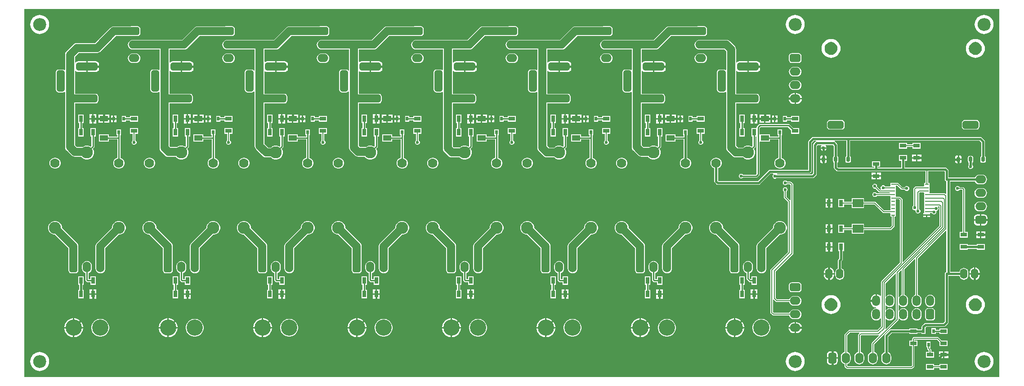
<source format=gtl>
G04*
G04 #@! TF.GenerationSoftware,Altium Limited,Altium Designer,21.6.1 (37)*
G04*
G04 Layer_Physical_Order=1*
G04 Layer_Color=255*
%FSTAX24Y24*%
%MOIN*%
G70*
G04*
G04 #@! TF.SameCoordinates,81F21C5A-03A8-4AE1-96E5-B6EC8A9FC791*
G04*
G04*
G04 #@! TF.FilePolarity,Positive*
G04*
G01*
G75*
%ADD11C,0.0100*%
%ADD12C,0.0150*%
%ADD16R,0.0488X0.0300*%
%ADD17R,0.0197X0.0315*%
%ADD18R,0.0300X0.0488*%
%ADD19R,0.0787X0.0591*%
%ADD20R,0.0300X0.0100*%
G04:AMPARAMS|DCode=21|XSize=59.1mil|YSize=118.1mil|CornerRadius=14.8mil|HoleSize=0mil|Usage=FLASHONLY|Rotation=270.000|XOffset=0mil|YOffset=0mil|HoleType=Round|Shape=RoundedRectangle|*
%AMROUNDEDRECTD21*
21,1,0.0591,0.0886,0,0,270.0*
21,1,0.0295,0.1181,0,0,270.0*
1,1,0.0295,-0.0443,-0.0148*
1,1,0.0295,-0.0443,0.0148*
1,1,0.0295,0.0443,0.0148*
1,1,0.0295,0.0443,-0.0148*
%
%ADD21ROUNDEDRECTD21*%
G04:AMPARAMS|DCode=22|XSize=39.4mil|YSize=27.6mil|CornerRadius=6.9mil|HoleSize=0mil|Usage=FLASHONLY|Rotation=270.000|XOffset=0mil|YOffset=0mil|HoleType=Round|Shape=RoundedRectangle|*
%AMROUNDEDRECTD22*
21,1,0.0394,0.0138,0,0,270.0*
21,1,0.0256,0.0276,0,0,270.0*
1,1,0.0138,-0.0069,-0.0128*
1,1,0.0138,-0.0069,0.0128*
1,1,0.0138,0.0069,0.0128*
1,1,0.0138,0.0069,-0.0128*
%
%ADD22ROUNDEDRECTD22*%
%ADD23R,0.0600X0.0400*%
%ADD44C,0.0070*%
%ADD45C,0.0600*%
G04:AMPARAMS|DCode=46|XSize=80mil|YSize=60mil|CornerRadius=15mil|HoleSize=0mil|Usage=FLASHONLY|Rotation=0.000|XOffset=0mil|YOffset=0mil|HoleType=Round|Shape=RoundedRectangle|*
%AMROUNDEDRECTD46*
21,1,0.0800,0.0300,0,0,0.0*
21,1,0.0500,0.0600,0,0,0.0*
1,1,0.0300,0.0250,-0.0150*
1,1,0.0300,-0.0250,-0.0150*
1,1,0.0300,-0.0250,0.0150*
1,1,0.0300,0.0250,0.0150*
%
%ADD46ROUNDEDRECTD46*%
%ADD47O,0.0800X0.0600*%
%ADD48O,0.0600X0.0787*%
G04:AMPARAMS|DCode=49|XSize=78.7mil|YSize=60mil|CornerRadius=15mil|HoleSize=0mil|Usage=FLASHONLY|Rotation=90.000|XOffset=0mil|YOffset=0mil|HoleType=Round|Shape=RoundedRectangle|*
%AMROUNDEDRECTD49*
21,1,0.0787,0.0300,0,0,90.0*
21,1,0.0487,0.0600,0,0,90.0*
1,1,0.0300,0.0150,0.0244*
1,1,0.0300,0.0150,-0.0244*
1,1,0.0300,-0.0150,-0.0244*
1,1,0.0300,-0.0150,0.0244*
%
%ADD49ROUNDEDRECTD49*%
%ADD50O,0.0600X0.0800*%
G04:AMPARAMS|DCode=51|XSize=80mil|YSize=60mil|CornerRadius=15mil|HoleSize=0mil|Usage=FLASHONLY|Rotation=270.000|XOffset=0mil|YOffset=0mil|HoleType=Round|Shape=RoundedRectangle|*
%AMROUNDEDRECTD51*
21,1,0.0800,0.0300,0,0,270.0*
21,1,0.0500,0.0600,0,0,270.0*
1,1,0.0300,-0.0150,-0.0250*
1,1,0.0300,-0.0150,0.0250*
1,1,0.0300,0.0150,0.0250*
1,1,0.0300,0.0150,-0.0250*
%
%ADD51ROUNDEDRECTD51*%
%ADD52O,0.0550X0.0750*%
%ADD53C,0.0700*%
%ADD54C,0.0900*%
G04:AMPARAMS|DCode=55|XSize=157.5mil|YSize=59.1mil|CornerRadius=14.8mil|HoleSize=0mil|Usage=FLASHONLY|Rotation=270.000|XOffset=0mil|YOffset=0mil|HoleType=Round|Shape=RoundedRectangle|*
%AMROUNDEDRECTD55*
21,1,0.1575,0.0295,0,0,270.0*
21,1,0.1280,0.0591,0,0,270.0*
1,1,0.0295,-0.0148,-0.0640*
1,1,0.0295,-0.0148,0.0640*
1,1,0.0295,0.0148,0.0640*
1,1,0.0295,0.0148,-0.0640*
%
%ADD55ROUNDEDRECTD55*%
G04:AMPARAMS|DCode=56|XSize=157.5mil|YSize=59.1mil|CornerRadius=14.8mil|HoleSize=0mil|Usage=FLASHONLY|Rotation=180.000|XOffset=0mil|YOffset=0mil|HoleType=Round|Shape=RoundedRectangle|*
%AMROUNDEDRECTD56*
21,1,0.1575,0.0295,0,0,180.0*
21,1,0.1280,0.0591,0,0,180.0*
1,1,0.0295,-0.0640,0.0148*
1,1,0.0295,0.0640,0.0148*
1,1,0.0295,0.0640,-0.0148*
1,1,0.0295,-0.0640,-0.0148*
%
%ADD56ROUNDEDRECTD56*%
%ADD57C,0.1200*%
%ADD58C,0.0236*%
G36*
X082638Y020362D02*
X010362D01*
X010362Y047638D01*
X082638D01*
X082638Y020362D01*
D02*
G37*
%LPC*%
G36*
X06075Y046364D02*
X06025D01*
X060245Y046363D01*
X05815D01*
X05815Y046363D01*
X058056Y046351D01*
X057968Y046314D01*
X057893Y046257D01*
X057893Y046257D01*
X057Y045363D01*
X0534D01*
X053306Y045351D01*
X053218Y045314D01*
X053143Y045257D01*
X053086Y045182D01*
X053049Y045094D01*
X053037Y045D01*
X053049Y044906D01*
X053086Y044818D01*
X053143Y044743D01*
X053218Y044686D01*
X053306Y044649D01*
X0534Y044637D01*
X055387D01*
Y043139D01*
X055337Y043113D01*
X05529Y043144D01*
X055209Y043161D01*
X054913D01*
X054832Y043144D01*
X054764Y043099D01*
X054718Y04303D01*
X054702Y042949D01*
Y041669D01*
X054718Y041588D01*
X054764Y04152D01*
X054832Y041474D01*
X054913Y041458D01*
X055209D01*
X05529Y041474D01*
X055337Y041505D01*
X055387Y041479D01*
Y041D01*
Y037407D01*
X055399Y037313D01*
X055436Y037226D01*
X055493Y037151D01*
X055843Y036801D01*
X055918Y036743D01*
X056006Y036707D01*
X0561Y036694D01*
X0561Y036694D01*
X056588D01*
X056592Y036687D01*
X056687Y036592D01*
X056803Y036525D01*
X056933Y03649D01*
X057067D01*
X057197Y036525D01*
X057313Y036592D01*
X057408Y036687D01*
X057475Y036803D01*
X05751Y036933D01*
Y037067D01*
X057475Y037197D01*
X057431Y037273D01*
X057529Y037371D01*
X057529Y037371D01*
X057554Y037407D01*
X057562Y03745D01*
X057562Y03745D01*
Y038196D01*
X05766D01*
Y038804D01*
X05724D01*
Y038196D01*
X057338D01*
Y037496D01*
X057273Y037431D01*
X057197Y037475D01*
X057067Y03751D01*
X056933D01*
X056803Y037475D01*
X056708Y037421D01*
X05625D01*
X056113Y037558D01*
Y040637D01*
X057D01*
X057029Y040641D01*
X05764D01*
X057721Y040657D01*
X057789Y040703D01*
X057835Y040771D01*
X057851Y040852D01*
Y041148D01*
X057835Y041229D01*
X057789Y041297D01*
X057721Y041343D01*
X05764Y041359D01*
X057029D01*
X057Y041363D01*
X056113D01*
Y043059D01*
X056163Y043074D01*
X056182Y043046D01*
X056264Y042991D01*
X05636Y042972D01*
X05695D01*
Y043372D01*
X057D01*
D01*
X05695D01*
Y043772D01*
X05636D01*
X056264Y043753D01*
X056182Y043698D01*
X056163Y04367D01*
X056113Y043686D01*
Y044637D01*
X05715D01*
X057244Y044649D01*
X057332Y044686D01*
X057407Y044743D01*
X0583Y045637D01*
X060245D01*
X06025Y045636D01*
X06075D01*
X060832Y045652D01*
X060901Y045699D01*
X060948Y045768D01*
X060964Y04585D01*
Y04615D01*
X060948Y046232D01*
X060901Y046301D01*
X060832Y046348D01*
X06075Y046364D01*
D02*
G37*
G36*
X05375D02*
X05325D01*
X053245Y046363D01*
X0512D01*
X0512Y046363D01*
X051106Y046351D01*
X051018Y046314D01*
X050943Y046257D01*
X050943Y046257D01*
X05005Y045363D01*
X0464D01*
X046306Y045351D01*
X046218Y045314D01*
X046143Y045257D01*
X046086Y045182D01*
X046049Y045094D01*
X046037Y045D01*
X046049Y044906D01*
X046086Y044818D01*
X046143Y044743D01*
X046218Y044686D01*
X046306Y044649D01*
X0464Y044637D01*
X048387D01*
Y043139D01*
X048337Y043113D01*
X04829Y043144D01*
X048209Y043161D01*
X047913D01*
X047832Y043144D01*
X047764Y043099D01*
X047718Y04303D01*
X047702Y042949D01*
Y041669D01*
X047718Y041588D01*
X047764Y04152D01*
X047832Y041474D01*
X047913Y041458D01*
X048209D01*
X04829Y041474D01*
X048337Y041505D01*
X048387Y041479D01*
Y041D01*
Y03735D01*
X048399Y037256D01*
X048436Y037168D01*
X048493Y037093D01*
X048843Y036743D01*
X048918Y036686D01*
X049006Y036649D01*
X0491Y036637D01*
X0491Y036637D01*
X049642D01*
X049687Y036592D01*
X049803Y036525D01*
X049933Y03649D01*
X050067D01*
X050197Y036525D01*
X050313Y036592D01*
X050408Y036687D01*
X050475Y036803D01*
X05051Y036933D01*
Y037067D01*
X050475Y037197D01*
X050431Y037273D01*
X050529Y037371D01*
X050529Y037371D01*
X050554Y037407D01*
X050562Y03745D01*
X050562Y03745D01*
Y038196D01*
X05066D01*
Y038804D01*
X05024D01*
Y038196D01*
X050338D01*
Y037496D01*
X050273Y037431D01*
X050197Y037475D01*
X050067Y03751D01*
X049933D01*
X049803Y037475D01*
X049687Y037408D01*
X049642Y037363D01*
X04925D01*
X049113Y0375D01*
Y040637D01*
X05D01*
X050029Y040641D01*
X05064D01*
X050721Y040657D01*
X050789Y040703D01*
X050835Y040771D01*
X050851Y040852D01*
Y041148D01*
X050835Y041229D01*
X050789Y041297D01*
X050721Y041343D01*
X05064Y041359D01*
X050029D01*
X05Y041363D01*
X049113D01*
Y043059D01*
X049163Y043074D01*
X049182Y043046D01*
X049264Y042991D01*
X04936Y042972D01*
X04995D01*
Y043372D01*
Y043772D01*
X04936D01*
X049264Y043753D01*
X049182Y043698D01*
X049163Y04367D01*
X049113Y043686D01*
Y044637D01*
X0502D01*
X050294Y044649D01*
X050382Y044686D01*
X050457Y044743D01*
X05135Y045637D01*
X053245D01*
X05325Y045636D01*
X05375D01*
X053832Y045652D01*
X053901Y045699D01*
X053948Y045768D01*
X053964Y04585D01*
Y04615D01*
X053948Y046232D01*
X053901Y046301D01*
X053832Y046348D01*
X05375Y046364D01*
D02*
G37*
G36*
X04675D02*
X04625D01*
X046245Y046363D01*
X04435D01*
X04435Y046363D01*
X044256Y046351D01*
X044168Y046314D01*
X044093Y046257D01*
X044093Y046257D01*
X0432Y045363D01*
X0394D01*
X039306Y045351D01*
X039218Y045314D01*
X039143Y045257D01*
X039086Y045182D01*
X039049Y045094D01*
X039037Y045D01*
X039049Y044906D01*
X039086Y044818D01*
X039143Y044743D01*
X039218Y044686D01*
X039306Y044649D01*
X0394Y044637D01*
X041387D01*
Y043139D01*
X041337Y043113D01*
X04129Y043144D01*
X041209Y043161D01*
X040913D01*
X040832Y043144D01*
X040764Y043099D01*
X040718Y04303D01*
X040702Y042949D01*
Y041669D01*
X040718Y041588D01*
X040764Y04152D01*
X040832Y041474D01*
X040913Y041458D01*
X041209D01*
X04129Y041474D01*
X041337Y041505D01*
X041387Y041479D01*
Y041D01*
Y03731D01*
X041399Y037216D01*
X041436Y037128D01*
X041493Y037053D01*
X041793Y036753D01*
X041868Y036696D01*
X041956Y036659D01*
X04205Y036647D01*
X042632D01*
X042687Y036592D01*
X042803Y036525D01*
X042933Y03649D01*
X043067D01*
X043197Y036525D01*
X043313Y036592D01*
X043408Y036687D01*
X043475Y036803D01*
X04351Y036933D01*
Y037067D01*
X043475Y037197D01*
X043431Y037273D01*
X043529Y037371D01*
X043529Y037371D01*
X043554Y037407D01*
X043562Y03745D01*
X043562Y03745D01*
Y038196D01*
X04366D01*
Y038804D01*
X04324D01*
Y038196D01*
X043338D01*
Y037496D01*
X043273Y037431D01*
X043197Y037475D01*
X043067Y03751D01*
X042933D01*
X042803Y037475D01*
X042687Y037408D01*
X042652Y037373D01*
X0422D01*
X042113Y03746D01*
Y040637D01*
X043D01*
X043029Y040641D01*
X04364D01*
X043721Y040657D01*
X043789Y040703D01*
X043835Y040771D01*
X043851Y040852D01*
Y041148D01*
X043835Y041229D01*
X043789Y041297D01*
X043721Y041343D01*
X04364Y041359D01*
X043029D01*
X043Y041363D01*
X042113D01*
Y043059D01*
X042163Y043074D01*
X042182Y043046D01*
X042264Y042991D01*
X04236Y042972D01*
X04295D01*
Y043372D01*
Y043772D01*
X04236D01*
X042264Y043753D01*
X042182Y043698D01*
X042163Y04367D01*
X042113Y043686D01*
Y044637D01*
X04335D01*
X043444Y044649D01*
X043532Y044686D01*
X043607Y044743D01*
X0445Y045637D01*
X046245D01*
X04625Y045636D01*
X04675D01*
X046832Y045652D01*
X046901Y045699D01*
X046948Y045768D01*
X046964Y04585D01*
Y04615D01*
X046948Y046232D01*
X046901Y046301D01*
X046832Y046348D01*
X04675Y046364D01*
D02*
G37*
G36*
X03975D02*
X03925D01*
X039245Y046363D01*
X03725D01*
X03725Y046363D01*
X037156Y046351D01*
X037068Y046314D01*
X036993Y046257D01*
X036993Y046257D01*
X0361Y045363D01*
X0324D01*
X032306Y045351D01*
X032218Y045314D01*
X032143Y045257D01*
X032086Y045182D01*
X032049Y045094D01*
X032037Y045D01*
X032049Y044906D01*
X032086Y044818D01*
X032143Y044743D01*
X032218Y044686D01*
X032306Y044649D01*
X0324Y044637D01*
X034437D01*
Y043071D01*
X034387Y043056D01*
X034358Y043099D01*
X03429Y043144D01*
X034209Y043161D01*
X033913D01*
X033832Y043144D01*
X033764Y043099D01*
X033718Y04303D01*
X033702Y042949D01*
Y041669D01*
X033718Y041588D01*
X033764Y04152D01*
X033832Y041474D01*
X033913Y041458D01*
X034209D01*
X03429Y041474D01*
X034358Y04152D01*
X034387Y041562D01*
X034437Y041547D01*
Y041D01*
Y037357D01*
X034449Y037263D01*
X034486Y037176D01*
X034543Y037101D01*
X034843Y036801D01*
X034918Y036743D01*
X035006Y036707D01*
X0351Y036694D01*
X035588D01*
X035592Y036687D01*
X035687Y036592D01*
X035803Y036525D01*
X035933Y03649D01*
X036067D01*
X036197Y036525D01*
X036313Y036592D01*
X036408Y036687D01*
X036475Y036803D01*
X03651Y036933D01*
Y037067D01*
X036475Y037197D01*
X036431Y037273D01*
X036529Y037371D01*
X036529Y037371D01*
X036554Y037407D01*
X036562Y03745D01*
X036562Y03745D01*
Y038196D01*
X03666D01*
Y038804D01*
X03624D01*
Y038196D01*
X036338D01*
Y037496D01*
X036273Y037431D01*
X036197Y037475D01*
X036067Y03751D01*
X035933D01*
X035803Y037475D01*
X035708Y037421D01*
X03525D01*
X035163Y037508D01*
Y040637D01*
X036D01*
X036029Y040641D01*
X03664D01*
X036721Y040657D01*
X036789Y040703D01*
X036835Y040771D01*
X036851Y040852D01*
Y041148D01*
X036835Y041229D01*
X036789Y041297D01*
X036721Y041343D01*
X03664Y041359D01*
X036029D01*
X036Y041363D01*
X035163D01*
Y042998D01*
X035213Y043025D01*
X035264Y042991D01*
X03536Y042972D01*
X03595D01*
Y043372D01*
Y043772D01*
X03536D01*
X035264Y043753D01*
X035213Y043719D01*
X035163Y043746D01*
Y044637D01*
X03625D01*
X036344Y044649D01*
X036432Y044686D01*
X036507Y044743D01*
X0374Y045637D01*
X039245D01*
X03925Y045636D01*
X03975D01*
X039832Y045652D01*
X039901Y045699D01*
X039948Y045768D01*
X039964Y04585D01*
Y04615D01*
X039948Y046232D01*
X039901Y046301D01*
X039832Y046348D01*
X03975Y046364D01*
D02*
G37*
G36*
X03275D02*
X03225D01*
X032245Y046363D01*
X03D01*
X03Y046363D01*
X029906Y046351D01*
X029818Y046314D01*
X029743Y046257D01*
X029743Y046257D01*
X02885Y045363D01*
X0254D01*
X025306Y045351D01*
X025218Y045314D01*
X025143Y045257D01*
X025086Y045182D01*
X025049Y045094D01*
X025037Y045D01*
X025049Y044906D01*
X025086Y044818D01*
X025143Y044743D01*
X025218Y044686D01*
X025306Y044649D01*
X0254Y044637D01*
X027437D01*
Y043071D01*
X027387Y043056D01*
X027358Y043099D01*
X02729Y043144D01*
X027209Y043161D01*
X026913D01*
X026832Y043144D01*
X026764Y043099D01*
X026718Y04303D01*
X026702Y042949D01*
Y041669D01*
X026718Y041588D01*
X026764Y04152D01*
X026832Y041474D01*
X026913Y041458D01*
X027209D01*
X02729Y041474D01*
X027358Y04152D01*
X027387Y041562D01*
X027437Y041547D01*
Y041D01*
Y037485D01*
X027449Y037391D01*
X027486Y037303D01*
X027543Y037228D01*
X028028Y036743D01*
X028028Y036743D01*
X028103Y036686D01*
X028191Y036649D01*
X028285Y036637D01*
X028285Y036637D01*
X028642D01*
X028687Y036592D01*
X028803Y036525D01*
X028933Y03649D01*
X029067D01*
X029197Y036525D01*
X029313Y036592D01*
X029408Y036687D01*
X029475Y036803D01*
X02951Y036933D01*
Y037067D01*
X029475Y037197D01*
X029431Y037273D01*
X029529Y037371D01*
X029529Y037371D01*
X029554Y037407D01*
X029562Y03745D01*
X029562Y03745D01*
Y038196D01*
X02966D01*
Y038804D01*
X02924D01*
Y038196D01*
X029338D01*
Y037496D01*
X029273Y037431D01*
X029197Y037475D01*
X029067Y03751D01*
X028933D01*
X028803Y037475D01*
X028687Y037408D01*
X028642Y037363D01*
X028435D01*
X028163Y037635D01*
Y040637D01*
X029D01*
X029029Y040641D01*
X02964D01*
X029721Y040657D01*
X029789Y040703D01*
X029835Y040771D01*
X029851Y040852D01*
Y041148D01*
X029835Y041229D01*
X029789Y041297D01*
X029721Y041343D01*
X02964Y041359D01*
X029029D01*
X029Y041363D01*
X028163D01*
Y042998D01*
X028213Y043025D01*
X028264Y042991D01*
X02836Y042972D01*
X02895D01*
Y043372D01*
Y043772D01*
X02836D01*
X028264Y043753D01*
X028213Y043719D01*
X028163Y043746D01*
Y044637D01*
X029D01*
X029094Y044649D01*
X029182Y044686D01*
X029257Y044743D01*
X03015Y045637D01*
X032245D01*
X03225Y045636D01*
X03275D01*
X032832Y045652D01*
X032901Y045699D01*
X032948Y045768D01*
X032964Y04585D01*
Y04615D01*
X032948Y046232D01*
X032901Y046301D01*
X032832Y046348D01*
X03275Y046364D01*
D02*
G37*
G36*
X02575D02*
X02525D01*
X025245Y046363D01*
X0232D01*
X0232Y046363D01*
X023106Y046351D01*
X023018Y046314D01*
X022943Y046257D01*
X022943Y046257D01*
X02205Y045363D01*
X0184D01*
X018306Y045351D01*
X018218Y045314D01*
X018143Y045257D01*
X018086Y045182D01*
X018049Y045094D01*
X018037Y045D01*
X018049Y044906D01*
X018086Y044818D01*
X018143Y044743D01*
X018218Y044686D01*
X018306Y044649D01*
X0184Y044637D01*
X020387D01*
Y043139D01*
X020337Y043113D01*
X02029Y043144D01*
X020209Y043161D01*
X019913D01*
X019832Y043144D01*
X019764Y043099D01*
X019718Y04303D01*
X019702Y042949D01*
Y041669D01*
X019718Y041588D01*
X019764Y04152D01*
X019832Y041474D01*
X019913Y041458D01*
X020209D01*
X02029Y041474D01*
X020337Y041505D01*
X020387Y041479D01*
Y041D01*
Y03734D01*
X020399Y037246D01*
X020436Y037158D01*
X020493Y037083D01*
X020793Y036783D01*
X020868Y036726D01*
X020956Y036689D01*
X02105Y036677D01*
X021602D01*
X021687Y036592D01*
X021803Y036525D01*
X021933Y03649D01*
X022067D01*
X022197Y036525D01*
X022313Y036592D01*
X022408Y036687D01*
X022475Y036803D01*
X02251Y036933D01*
Y037067D01*
X022475Y037197D01*
X022431Y037273D01*
X022529Y037371D01*
X022529Y037371D01*
X022554Y037407D01*
X022562Y03745D01*
X022562Y03745D01*
Y038196D01*
X02266D01*
Y038804D01*
X02224D01*
Y038196D01*
X022338D01*
Y037496D01*
X022273Y037431D01*
X022197Y037475D01*
X022067Y03751D01*
X021933D01*
X021803Y037475D01*
X021687Y037408D01*
X021682Y037403D01*
X0212D01*
X021113Y03749D01*
Y040637D01*
X022D01*
X022029Y040641D01*
X02264D01*
X022721Y040657D01*
X022789Y040703D01*
X022835Y040771D01*
X022851Y040852D01*
Y041148D01*
X022835Y041229D01*
X022789Y041297D01*
X022721Y041343D01*
X02264Y041359D01*
X022029D01*
X022Y041363D01*
X021113D01*
Y043059D01*
X021163Y043074D01*
X021182Y043046D01*
X021264Y042991D01*
X02136Y042972D01*
X02195D01*
Y043372D01*
Y043772D01*
X02136D01*
X021264Y043753D01*
X021182Y043698D01*
X021163Y04367D01*
X021113Y043686D01*
Y044637D01*
X0222D01*
X022294Y044649D01*
X022382Y044686D01*
X022457Y044743D01*
X02335Y045637D01*
X025245D01*
X02525Y045636D01*
X02575D01*
X025832Y045652D01*
X025901Y045699D01*
X025948Y045768D01*
X025964Y04585D01*
Y04615D01*
X025948Y046232D01*
X025901Y046301D01*
X025832Y046348D01*
X02575Y046364D01*
D02*
G37*
G36*
X0815Y047204D02*
X081363Y04719D01*
X081231Y04715D01*
X081109Y047085D01*
X081002Y046998D01*
X080915Y046891D01*
X08085Y046769D01*
X08081Y046637D01*
X080796Y0465D01*
X08081Y046363D01*
X08085Y046231D01*
X080915Y046109D01*
X081002Y046002D01*
X081109Y045915D01*
X081231Y04585D01*
X081363Y04581D01*
X0815Y045796D01*
X081637Y04581D01*
X081769Y04585D01*
X081891Y045915D01*
X081998Y046002D01*
X082085Y046109D01*
X08215Y046231D01*
X08219Y046363D01*
X082204Y0465D01*
X08219Y046637D01*
X08215Y046769D01*
X082085Y046891D01*
X081998Y046998D01*
X081891Y047085D01*
X081769Y04715D01*
X081637Y04719D01*
X0815Y047204D01*
D02*
G37*
G36*
X0675D02*
X067363Y04719D01*
X067231Y04715D01*
X067109Y047085D01*
X067002Y046998D01*
X066915Y046891D01*
X06685Y046769D01*
X06681Y046637D01*
X066796Y0465D01*
X06681Y046363D01*
X06685Y046231D01*
X066915Y046109D01*
X067002Y046002D01*
X067109Y045915D01*
X067231Y04585D01*
X067363Y04581D01*
X0675Y045796D01*
X067637Y04581D01*
X067769Y04585D01*
X067891Y045915D01*
X067998Y046002D01*
X068085Y046109D01*
X06815Y046231D01*
X06819Y046363D01*
X068204Y0465D01*
X06819Y046637D01*
X06815Y046769D01*
X068085Y046891D01*
X067998Y046998D01*
X067891Y047085D01*
X067769Y04715D01*
X067637Y04719D01*
X0675Y047204D01*
D02*
G37*
G36*
X0115D02*
X011363Y04719D01*
X011231Y04715D01*
X011109Y047085D01*
X011002Y046998D01*
X010915Y046891D01*
X01085Y046769D01*
X01081Y046637D01*
X010796Y0465D01*
X01081Y046363D01*
X01085Y046231D01*
X010915Y046109D01*
X011002Y046002D01*
X011109Y045915D01*
X011231Y04585D01*
X011363Y04581D01*
X0115Y045796D01*
X011637Y04581D01*
X011769Y04585D01*
X011891Y045915D01*
X011998Y046002D01*
X012085Y046109D01*
X01215Y046231D01*
X01219Y046363D01*
X012204Y0465D01*
X01219Y046637D01*
X01215Y046769D01*
X012085Y046891D01*
X011998Y046998D01*
X011891Y047085D01*
X011769Y04715D01*
X011637Y04719D01*
X0115Y047204D01*
D02*
G37*
G36*
X01875Y046364D02*
X01825D01*
X018245Y046363D01*
X017D01*
X016906Y046351D01*
X016818Y046314D01*
X016743Y046257D01*
X0156Y045113D01*
X01425D01*
X01425Y045113D01*
X014156Y045101D01*
X014068Y045064D01*
X013993Y045007D01*
X013493Y044507D01*
X013436Y044432D01*
X013399Y044344D01*
X013387Y04425D01*
Y043139D01*
X013337Y043113D01*
X01329Y043144D01*
X013209Y043161D01*
X012913D01*
X012832Y043144D01*
X012764Y043099D01*
X012718Y04303D01*
X012702Y042949D01*
Y041669D01*
X012718Y041588D01*
X012764Y04152D01*
X012832Y041474D01*
X012913Y041458D01*
X013209D01*
X01329Y041474D01*
X013337Y041505D01*
X013387Y041479D01*
Y041D01*
Y037407D01*
X013399Y037313D01*
X013436Y037226D01*
X013493Y037151D01*
X013843Y036801D01*
X013918Y036743D01*
X014006Y036707D01*
X0141Y036694D01*
X0141Y036694D01*
X014588D01*
X014592Y036687D01*
X014687Y036592D01*
X014803Y036525D01*
X014933Y03649D01*
X015067D01*
X015197Y036525D01*
X015313Y036592D01*
X015408Y036687D01*
X015475Y036803D01*
X01551Y036933D01*
Y037067D01*
X015475Y037197D01*
X015431Y037273D01*
X015529Y037371D01*
X015529Y037371D01*
X015554Y037407D01*
X015562Y03745D01*
X015562Y03745D01*
Y038196D01*
X01566D01*
Y038804D01*
X01524D01*
Y038196D01*
X015338D01*
Y037496D01*
X015273Y037431D01*
X015197Y037475D01*
X015067Y03751D01*
X014933D01*
X014803Y037475D01*
X014708Y037421D01*
X01425D01*
X014113Y037558D01*
Y040637D01*
X015D01*
X015029Y040641D01*
X01564D01*
X015721Y040657D01*
X015789Y040703D01*
X015835Y040771D01*
X015851Y040852D01*
Y041148D01*
X015835Y041229D01*
X015789Y041297D01*
X015721Y041343D01*
X01564Y041359D01*
X015029D01*
X015Y041363D01*
X014113D01*
Y043059D01*
X014163Y043074D01*
X014182Y043046D01*
X014264Y042991D01*
X01436Y042972D01*
X01495D01*
Y043372D01*
Y043772D01*
X01436D01*
X014264Y043753D01*
X014182Y043698D01*
X014163Y04367D01*
X014113Y043686D01*
Y0441D01*
X0144Y044387D01*
X01575D01*
X015844Y044399D01*
X015932Y044436D01*
X016007Y044493D01*
X01715Y045637D01*
X018245D01*
X01825Y045636D01*
X01875D01*
X018832Y045652D01*
X018901Y045699D01*
X018948Y045768D01*
X018964Y04585D01*
Y04615D01*
X018948Y046232D01*
X018901Y046301D01*
X018832Y046348D01*
X01875Y046364D01*
D02*
G37*
G36*
X070153Y045428D02*
X070016Y045414D01*
X069883Y045374D01*
X069762Y045309D01*
X069655Y045222D01*
X069568Y045115D01*
X069503Y044993D01*
X069462Y044861D01*
X069449Y044724D01*
X069462Y044587D01*
X069503Y044455D01*
X069568Y044333D01*
X069655Y044226D01*
X069762Y044139D01*
X069883Y044074D01*
X070016Y044034D01*
X070153Y04402D01*
X07029Y044034D01*
X070422Y044074D01*
X070544Y044139D01*
X070651Y044226D01*
X070738Y044333D01*
X070803Y044455D01*
X070843Y044587D01*
X070857Y044724D01*
X070843Y044861D01*
X070803Y044993D01*
X070738Y045115D01*
X070651Y045222D01*
X070544Y045309D01*
X070422Y045374D01*
X07029Y045414D01*
X070153Y045428D01*
D02*
G37*
G36*
X08085Y045424D02*
X080713Y04541D01*
X080581Y04537D01*
X080459Y045305D01*
X080352Y045218D01*
X080265Y045111D01*
X0802Y044989D01*
X08016Y044857D01*
X080146Y04472D01*
X08016Y044583D01*
X0802Y044451D01*
X080265Y044329D01*
X080352Y044222D01*
X080459Y044135D01*
X080581Y04407D01*
X080713Y04403D01*
X08085Y044016D01*
X080987Y04403D01*
X081119Y04407D01*
X081241Y044135D01*
X081348Y044222D01*
X081435Y044329D01*
X0815Y044451D01*
X08154Y044583D01*
X081554Y04472D01*
X08154Y044857D01*
X0815Y044989D01*
X081435Y045111D01*
X081348Y045218D01*
X081241Y045305D01*
X081119Y04537D01*
X080987Y04541D01*
X08085Y045424D01*
D02*
G37*
G36*
X0606Y044363D02*
X0604D01*
X060306Y044351D01*
X060218Y044314D01*
X060143Y044257D01*
X060086Y044182D01*
X060049Y044094D01*
X060037Y044D01*
X060049Y043906D01*
X060086Y043818D01*
X060143Y043743D01*
X060218Y043686D01*
X060306Y043649D01*
X0604Y043637D01*
X0606D01*
X060694Y043649D01*
X060782Y043686D01*
X060857Y043743D01*
X060914Y043818D01*
X060951Y043906D01*
X060963Y044D01*
X060951Y044094D01*
X060914Y044182D01*
X060857Y044257D01*
X060782Y044314D01*
X060694Y044351D01*
X0606Y044363D01*
D02*
G37*
G36*
X0536D02*
X0534D01*
X053306Y044351D01*
X053218Y044314D01*
X053143Y044257D01*
X053086Y044182D01*
X053049Y044094D01*
X053037Y044D01*
X053049Y043906D01*
X053086Y043818D01*
X053143Y043743D01*
X053218Y043686D01*
X053306Y043649D01*
X0534Y043637D01*
X0536D01*
X053694Y043649D01*
X053782Y043686D01*
X053857Y043743D01*
X053914Y043818D01*
X053951Y043906D01*
X053963Y044D01*
X053951Y044094D01*
X053914Y044182D01*
X053857Y044257D01*
X053782Y044314D01*
X053694Y044351D01*
X0536Y044363D01*
D02*
G37*
G36*
X0466D02*
X0464D01*
X046306Y044351D01*
X046218Y044314D01*
X046143Y044257D01*
X046086Y044182D01*
X046049Y044094D01*
X046037Y044D01*
X046049Y043906D01*
X046086Y043818D01*
X046143Y043743D01*
X046218Y043686D01*
X046306Y043649D01*
X0464Y043637D01*
X0466D01*
X046694Y043649D01*
X046782Y043686D01*
X046857Y043743D01*
X046914Y043818D01*
X046951Y043906D01*
X046963Y044D01*
X046951Y044094D01*
X046914Y044182D01*
X046857Y044257D01*
X046782Y044314D01*
X046694Y044351D01*
X0466Y044363D01*
D02*
G37*
G36*
X0396D02*
X0394D01*
X039306Y044351D01*
X039218Y044314D01*
X039143Y044257D01*
X039086Y044182D01*
X039049Y044094D01*
X039037Y044D01*
X039049Y043906D01*
X039086Y043818D01*
X039143Y043743D01*
X039218Y043686D01*
X039306Y043649D01*
X0394Y043637D01*
X0396D01*
X039694Y043649D01*
X039782Y043686D01*
X039857Y043743D01*
X039914Y043818D01*
X039951Y043906D01*
X039963Y044D01*
X039951Y044094D01*
X039914Y044182D01*
X039857Y044257D01*
X039782Y044314D01*
X039694Y044351D01*
X0396Y044363D01*
D02*
G37*
G36*
X0326D02*
X0324D01*
X032306Y044351D01*
X032218Y044314D01*
X032143Y044257D01*
X032086Y044182D01*
X032049Y044094D01*
X032037Y044D01*
X032049Y043906D01*
X032086Y043818D01*
X032143Y043743D01*
X032218Y043686D01*
X032306Y043649D01*
X0324Y043637D01*
X0326D01*
X032694Y043649D01*
X032782Y043686D01*
X032857Y043743D01*
X032914Y043818D01*
X032951Y043906D01*
X032963Y044D01*
X032951Y044094D01*
X032914Y044182D01*
X032857Y044257D01*
X032782Y044314D01*
X032694Y044351D01*
X0326Y044363D01*
D02*
G37*
G36*
X0256D02*
X0254D01*
X025306Y044351D01*
X025218Y044314D01*
X025143Y044257D01*
X025086Y044182D01*
X025049Y044094D01*
X025037Y044D01*
X025049Y043906D01*
X025086Y043818D01*
X025143Y043743D01*
X025218Y043686D01*
X025306Y043649D01*
X0254Y043637D01*
X0256D01*
X025694Y043649D01*
X025782Y043686D01*
X025857Y043743D01*
X025914Y043818D01*
X025951Y043906D01*
X025963Y044D01*
X025951Y044094D01*
X025914Y044182D01*
X025857Y044257D01*
X025782Y044314D01*
X025694Y044351D01*
X0256Y044363D01*
D02*
G37*
G36*
X0186D02*
X0184D01*
X018306Y044351D01*
X018218Y044314D01*
X018143Y044257D01*
X018086Y044182D01*
X018049Y044094D01*
X018037Y044D01*
X018049Y043906D01*
X018086Y043818D01*
X018143Y043743D01*
X018218Y043686D01*
X018306Y043649D01*
X0184Y043637D01*
X0186D01*
X018694Y043649D01*
X018782Y043686D01*
X018857Y043743D01*
X018914Y043818D01*
X018951Y043906D01*
X018963Y044D01*
X018951Y044094D01*
X018914Y044182D01*
X018857Y044257D01*
X018782Y044314D01*
X018694Y044351D01*
X0186Y044363D01*
D02*
G37*
G36*
X06775Y044364D02*
X06725D01*
X067168Y044348D01*
X067099Y044301D01*
X067052Y044232D01*
X067036Y04415D01*
Y04385D01*
X067052Y043768D01*
X067099Y043699D01*
X067168Y043652D01*
X06725Y043636D01*
X06775D01*
X067832Y043652D01*
X067901Y043699D01*
X067948Y043768D01*
X067964Y04385D01*
Y04415D01*
X067948Y044232D01*
X067901Y044301D01*
X067832Y044348D01*
X06775Y044364D01*
D02*
G37*
G36*
X05764Y043772D02*
X05705D01*
Y043422D01*
X057892D01*
Y04352D01*
X057873Y043616D01*
X057818Y043698D01*
X057736Y043753D01*
X05764Y043772D01*
D02*
G37*
G36*
X02964D02*
X02905D01*
Y043422D01*
X029892D01*
Y04352D01*
X029873Y043616D01*
X029818Y043698D01*
X029736Y043753D01*
X02964Y043772D01*
D02*
G37*
G36*
X05064D02*
X05005D01*
Y043422D01*
X050892D01*
Y04352D01*
X050873Y043616D01*
X050818Y043698D01*
X050736Y043753D01*
X05064Y043772D01*
D02*
G37*
G36*
X03664D02*
X03605D01*
Y043422D01*
X036892D01*
Y04352D01*
X036873Y043616D01*
X036818Y043698D01*
X036736Y043753D01*
X03664Y043772D01*
D02*
G37*
G36*
X02264D02*
X02205D01*
Y043422D01*
X022892D01*
Y04352D01*
X022873Y043616D01*
X022818Y043698D01*
X022736Y043753D01*
X02264Y043772D01*
D02*
G37*
G36*
X06464D02*
X06405D01*
Y043422D01*
X064892D01*
Y04352D01*
X064873Y043616D01*
X064818Y043698D01*
X064736Y043753D01*
X06464Y043772D01*
D02*
G37*
G36*
X04364D02*
X04305D01*
Y043422D01*
X043892D01*
Y04352D01*
X043873Y043616D01*
X043818Y043698D01*
X043736Y043753D01*
X04364Y043772D01*
D02*
G37*
G36*
X01564D02*
X01505D01*
Y043422D01*
X015892D01*
Y04352D01*
X015873Y043616D01*
X015818Y043698D01*
X015736Y043753D01*
X01564Y043772D01*
D02*
G37*
G36*
X062399Y045363D02*
X0604D01*
X060306Y045351D01*
X060218Y045314D01*
X060143Y045257D01*
X060086Y045182D01*
X060049Y045094D01*
X060037Y045D01*
X060049Y044906D01*
X060086Y044818D01*
X060143Y044743D01*
X060218Y044686D01*
X060306Y044649D01*
X0604Y044637D01*
X062248D01*
X062387Y044498D01*
Y043139D01*
X062337Y043113D01*
X06229Y043144D01*
X062209Y043161D01*
X061913D01*
X061832Y043144D01*
X061764Y043099D01*
X061718Y04303D01*
X061702Y042949D01*
Y041669D01*
X061718Y041588D01*
X061764Y04152D01*
X061832Y041474D01*
X061913Y041458D01*
X062209D01*
X06229Y041474D01*
X062337Y041505D01*
X062387Y041479D01*
Y041D01*
Y03735D01*
X062399Y037256D01*
X062436Y037168D01*
X062493Y037093D01*
X062843Y036743D01*
X062918Y036686D01*
X063006Y036649D01*
X0631Y036637D01*
X0631Y036637D01*
X063642D01*
X063687Y036592D01*
X063803Y036525D01*
X063933Y03649D01*
X064067D01*
X064197Y036525D01*
X064313Y036592D01*
X064408Y036687D01*
X064475Y036803D01*
X06451Y036933D01*
Y037067D01*
X064475Y037197D01*
X064431Y037273D01*
X064529Y037371D01*
X064529Y037371D01*
X064554Y037407D01*
X064562Y03745D01*
X064562Y03745D01*
Y038196D01*
X064638D01*
Y035421D01*
X064579Y035362D01*
X06364D01*
X063601Y035401D01*
X063535Y035428D01*
X063465D01*
X063399Y035401D01*
X063349Y035351D01*
X063322Y035285D01*
Y035215D01*
X063349Y035149D01*
X063399Y035099D01*
X063465Y035072D01*
X063535D01*
X063601Y035099D01*
X06364Y035138D01*
X064625D01*
X064625Y035138D01*
X064668Y035146D01*
X064704Y035171D01*
X064829Y035296D01*
X064829Y035296D01*
X064854Y035332D01*
X064862Y035375D01*
X064862Y035375D01*
Y037784D01*
X06489Y037823D01*
X064912Y037823D01*
X06561D01*
Y037971D01*
X06625D01*
Y036607D01*
X066204Y036595D01*
X06611Y036541D01*
X066034Y036464D01*
X06598Y036371D01*
X065952Y036267D01*
Y036159D01*
X06598Y036054D01*
X066034Y035961D01*
X06611Y035885D01*
X066204Y035831D01*
X066308Y035803D01*
X066416D01*
X06652Y035831D01*
X066614Y035885D01*
X06669Y035961D01*
X066744Y036054D01*
X066772Y036159D01*
Y036267D01*
X066744Y036371D01*
X06669Y036464D01*
X066614Y036541D01*
X06652Y036595D01*
X066474Y036607D01*
Y038083D01*
Y038283D01*
X066521D01*
Y038717D01*
X066204D01*
Y038283D01*
X06625D01*
Y038195D01*
X06561D01*
Y038343D01*
X064912D01*
X06489Y038343D01*
X064862Y038381D01*
Y038829D01*
X064921Y038888D01*
X066959D01*
X067196Y038651D01*
Y03839D01*
X067804D01*
Y03881D01*
X067355D01*
X067085Y039079D01*
X067049Y039104D01*
X067006Y039112D01*
X067006Y039112D01*
X064875D01*
X064875Y039112D01*
X064832Y039104D01*
X064796Y039079D01*
X064796Y039079D01*
X064671Y038954D01*
X064646Y038918D01*
X064638Y038875D01*
X064638Y038875D01*
Y038804D01*
X06424D01*
Y038196D01*
X064338D01*
Y037496D01*
X064273Y037431D01*
X064197Y037475D01*
X064067Y03751D01*
X063933D01*
X063803Y037475D01*
X063687Y037408D01*
X063642Y037363D01*
X06325D01*
X063113Y0375D01*
Y040637D01*
X064D01*
X064029Y040641D01*
X06464D01*
X064721Y040657D01*
X064789Y040703D01*
X064835Y040771D01*
X064851Y040852D01*
Y041148D01*
X064835Y041229D01*
X064789Y041297D01*
X064721Y041343D01*
X06464Y041359D01*
X064029D01*
X064Y041363D01*
X063113D01*
Y043059D01*
X063163Y043074D01*
X063182Y043046D01*
X063264Y042991D01*
X06336Y042972D01*
X06395D01*
Y043372D01*
Y043772D01*
X06336D01*
X063264Y043753D01*
X063182Y043698D01*
X063163Y04367D01*
X063113Y043686D01*
Y044649D01*
X063101Y044743D01*
X063064Y04483D01*
X063007Y044905D01*
X063007Y044905D01*
X062655Y045257D01*
X06258Y045314D01*
X062493Y045351D01*
X062399Y045363D01*
D02*
G37*
G36*
X064892Y043322D02*
X06405D01*
Y042972D01*
X06464D01*
X064736Y042991D01*
X064818Y043046D01*
X064873Y043128D01*
X064892Y043224D01*
Y043322D01*
D02*
G37*
G36*
X057892D02*
X05705D01*
Y042972D01*
X05764D01*
X057736Y042991D01*
X057818Y043046D01*
X057873Y043128D01*
X057892Y043224D01*
Y043322D01*
D02*
G37*
G36*
X050892D02*
X05005D01*
Y042972D01*
X05064D01*
X050736Y042991D01*
X050818Y043046D01*
X050873Y043128D01*
X050892Y043224D01*
Y043322D01*
D02*
G37*
G36*
X043892D02*
X04305D01*
Y042972D01*
X04364D01*
X043736Y042991D01*
X043818Y043046D01*
X043873Y043128D01*
X043892Y043224D01*
Y043322D01*
D02*
G37*
G36*
X036892D02*
X03605D01*
Y042972D01*
X03664D01*
X036736Y042991D01*
X036818Y043046D01*
X036873Y043128D01*
X036892Y043224D01*
Y043322D01*
D02*
G37*
G36*
X029892D02*
X02905D01*
Y042972D01*
X02964D01*
X029736Y042991D01*
X029818Y043046D01*
X029873Y043128D01*
X029892Y043224D01*
Y043322D01*
D02*
G37*
G36*
X022892D02*
X02205D01*
Y042972D01*
X02264D01*
X022736Y042991D01*
X022818Y043046D01*
X022873Y043128D01*
X022892Y043224D01*
Y043322D01*
D02*
G37*
G36*
X015892D02*
X01505D01*
Y042972D01*
X01564D01*
X015736Y042991D01*
X015818Y043046D01*
X015873Y043128D01*
X015892Y043224D01*
Y043322D01*
D02*
G37*
G36*
X0676Y043363D02*
X0674D01*
X067306Y043351D01*
X067218Y043314D01*
X067143Y043257D01*
X067086Y043182D01*
X067049Y043094D01*
X067037Y043D01*
X067049Y042906D01*
X067086Y042818D01*
X067143Y042743D01*
X067218Y042686D01*
X067306Y042649D01*
X0674Y042637D01*
X0676D01*
X067694Y042649D01*
X067782Y042686D01*
X067857Y042743D01*
X067914Y042818D01*
X067951Y042906D01*
X067963Y043D01*
X067951Y043094D01*
X067914Y043182D01*
X067857Y043257D01*
X067782Y043314D01*
X067694Y043351D01*
X0676Y043363D01*
D02*
G37*
G36*
Y042363D02*
X0674D01*
X067306Y042351D01*
X067218Y042314D01*
X067143Y042257D01*
X067086Y042182D01*
X067049Y042094D01*
X067037Y042D01*
X067049Y041906D01*
X067086Y041818D01*
X067143Y041743D01*
X067218Y041686D01*
X067306Y041649D01*
X0674Y041637D01*
X0676D01*
X067694Y041649D01*
X067782Y041686D01*
X067857Y041743D01*
X067914Y041818D01*
X067951Y041906D01*
X067963Y042D01*
X067951Y042094D01*
X067914Y042182D01*
X067857Y042257D01*
X067782Y042314D01*
X067694Y042351D01*
X0676Y042363D01*
D02*
G37*
G36*
Y041403D02*
X06755D01*
Y04105D01*
X067997D01*
X06799Y041104D01*
X067949Y041202D01*
X067885Y041285D01*
X067802Y041349D01*
X067704Y04139D01*
X0676Y041403D01*
D02*
G37*
G36*
X06745D02*
X0674D01*
X067296Y04139D01*
X067198Y041349D01*
X067115Y041285D01*
X067051Y041202D01*
X06701Y041104D01*
X067003Y04105D01*
X06745D01*
Y041403D01*
D02*
G37*
G36*
X067997Y04095D02*
X06755D01*
Y040597D01*
X0676D01*
X067704Y04061D01*
X067802Y040651D01*
X067885Y040715D01*
X067949Y040798D01*
X06799Y040896D01*
X067997Y04095D01*
D02*
G37*
G36*
X06745D02*
X067003D01*
X06701Y040896D01*
X067051Y040798D01*
X067115Y040715D01*
X067198Y040651D01*
X067296Y04061D01*
X0674Y040597D01*
X06745D01*
Y04095D01*
D02*
G37*
G36*
X06565Y0398D02*
X0653D01*
Y03955D01*
X06565D01*
Y0398D01*
D02*
G37*
G36*
X05865D02*
X0583D01*
Y03955D01*
X05865D01*
Y0398D01*
D02*
G37*
G36*
X05165D02*
X0513D01*
Y03955D01*
X05165D01*
Y0398D01*
D02*
G37*
G36*
X04465D02*
X0443D01*
Y03955D01*
X04465D01*
Y0398D01*
D02*
G37*
G36*
X03765D02*
X0373D01*
Y03955D01*
X03765D01*
Y0398D01*
D02*
G37*
G36*
X03065D02*
X0303D01*
Y03955D01*
X03065D01*
Y0398D01*
D02*
G37*
G36*
X02365D02*
X0233D01*
Y03955D01*
X02365D01*
Y0398D01*
D02*
G37*
G36*
X01665D02*
X0163D01*
Y03955D01*
X01665D01*
Y0398D01*
D02*
G37*
G36*
X066187Y039757D02*
X066038D01*
Y03955D01*
X066187D01*
Y039757D01*
D02*
G37*
G36*
X065938D02*
X06579D01*
Y03955D01*
X065938D01*
Y039757D01*
D02*
G37*
G36*
X0647Y039844D02*
X0645D01*
Y03955D01*
X0647D01*
Y039844D01*
D02*
G37*
G36*
X0644D02*
X0642D01*
Y03955D01*
X0644D01*
Y039844D01*
D02*
G37*
G36*
X059187Y039757D02*
X059038D01*
Y03955D01*
X059187D01*
Y039757D01*
D02*
G37*
G36*
X058938D02*
X05879D01*
Y03955D01*
X058938D01*
Y039757D01*
D02*
G37*
G36*
X0577Y039844D02*
X0575D01*
Y03955D01*
X0577D01*
Y039844D01*
D02*
G37*
G36*
X0574D02*
X0572D01*
Y03955D01*
X0574D01*
Y039844D01*
D02*
G37*
G36*
X052187Y039757D02*
X052038D01*
Y03955D01*
X052187D01*
Y039757D01*
D02*
G37*
G36*
X051938D02*
X05179D01*
Y03955D01*
X051938D01*
Y039757D01*
D02*
G37*
G36*
X0507Y039844D02*
X0505D01*
Y03955D01*
X0507D01*
Y039844D01*
D02*
G37*
G36*
X0504D02*
X0502D01*
Y03955D01*
X0504D01*
Y039844D01*
D02*
G37*
G36*
X045187Y039757D02*
X045038D01*
Y03955D01*
X045187D01*
Y039757D01*
D02*
G37*
G36*
X044938D02*
X04479D01*
Y03955D01*
X044938D01*
Y039757D01*
D02*
G37*
G36*
X0437Y039844D02*
X0435D01*
Y03955D01*
X0437D01*
Y039844D01*
D02*
G37*
G36*
X0434D02*
X0432D01*
Y03955D01*
X0434D01*
Y039844D01*
D02*
G37*
G36*
X038187Y039757D02*
X038038D01*
Y03955D01*
X038187D01*
Y039757D01*
D02*
G37*
G36*
X037938D02*
X03779D01*
Y03955D01*
X037938D01*
Y039757D01*
D02*
G37*
G36*
X0367Y039844D02*
X0365D01*
Y03955D01*
X0367D01*
Y039844D01*
D02*
G37*
G36*
X0364D02*
X0362D01*
Y03955D01*
X0364D01*
Y039844D01*
D02*
G37*
G36*
X031187Y039757D02*
X031038D01*
Y03955D01*
X031187D01*
Y039757D01*
D02*
G37*
G36*
X030938D02*
X03079D01*
Y03955D01*
X030938D01*
Y039757D01*
D02*
G37*
G36*
X0297Y039844D02*
X0295D01*
Y03955D01*
X0297D01*
Y039844D01*
D02*
G37*
G36*
X0294D02*
X0292D01*
Y03955D01*
X0294D01*
Y039844D01*
D02*
G37*
G36*
X024187Y039757D02*
X024038D01*
Y03955D01*
X024187D01*
Y039757D01*
D02*
G37*
G36*
X023938D02*
X02379D01*
Y03955D01*
X023938D01*
Y039757D01*
D02*
G37*
G36*
X0227Y039844D02*
X0225D01*
Y03955D01*
X0227D01*
Y039844D01*
D02*
G37*
G36*
X0224D02*
X0222D01*
Y03955D01*
X0224D01*
Y039844D01*
D02*
G37*
G36*
X017187Y039757D02*
X017038D01*
Y03955D01*
X017187D01*
Y039757D01*
D02*
G37*
G36*
X016938D02*
X01679D01*
Y03955D01*
X016938D01*
Y039757D01*
D02*
G37*
G36*
X0157Y039844D02*
X0155D01*
Y03955D01*
X0157D01*
Y039844D01*
D02*
G37*
G36*
X0154D02*
X0152D01*
Y03955D01*
X0154D01*
Y039844D01*
D02*
G37*
G36*
X0652Y0398D02*
X06485D01*
Y03955D01*
X0652D01*
Y0398D01*
D02*
G37*
G36*
X0582D02*
X05785D01*
Y03955D01*
X0582D01*
Y0398D01*
D02*
G37*
G36*
X0512D02*
X05085D01*
Y03955D01*
X0512D01*
Y0398D01*
D02*
G37*
G36*
X0442D02*
X04385D01*
Y03955D01*
X0442D01*
Y0398D01*
D02*
G37*
G36*
X0372D02*
X03685D01*
Y03955D01*
X0372D01*
Y0398D01*
D02*
G37*
G36*
X0302D02*
X02985D01*
Y03955D01*
X0302D01*
Y0398D01*
D02*
G37*
G36*
X0232D02*
X02285D01*
Y03955D01*
X0232D01*
Y0398D01*
D02*
G37*
G36*
X0162D02*
X01585D01*
Y03955D01*
X0162D01*
Y0398D01*
D02*
G37*
G36*
X066895Y039717D02*
X066578D01*
Y039283D01*
X066895D01*
Y039388D01*
X067196D01*
Y03929D01*
X067804D01*
Y03971D01*
X067196D01*
Y039612D01*
X066895D01*
Y039717D01*
D02*
G37*
G36*
X059895D02*
X059578D01*
Y039283D01*
X059895D01*
Y039388D01*
X060196D01*
Y03929D01*
X060804D01*
Y03971D01*
X060196D01*
Y039612D01*
X059895D01*
Y039717D01*
D02*
G37*
G36*
X052895D02*
X052578D01*
Y039283D01*
X052895D01*
Y039388D01*
X053196D01*
Y03929D01*
X053804D01*
Y03971D01*
X053196D01*
Y039612D01*
X052895D01*
Y039717D01*
D02*
G37*
G36*
X045895D02*
X045578D01*
Y039283D01*
X045895D01*
Y039388D01*
X046196D01*
Y03929D01*
X046804D01*
Y03971D01*
X046196D01*
Y039612D01*
X045895D01*
Y039717D01*
D02*
G37*
G36*
X038895D02*
X038578D01*
Y039283D01*
X038895D01*
Y039388D01*
X039196D01*
Y03929D01*
X039804D01*
Y03971D01*
X039196D01*
Y039612D01*
X038895D01*
Y039717D01*
D02*
G37*
G36*
X031895D02*
X031578D01*
Y039283D01*
X031895D01*
Y039388D01*
X032196D01*
Y03929D01*
X032804D01*
Y03971D01*
X032196D01*
Y039612D01*
X031895D01*
Y039717D01*
D02*
G37*
G36*
X024895D02*
X024578D01*
Y039283D01*
X024895D01*
Y039388D01*
X025196D01*
Y03929D01*
X025804D01*
Y03971D01*
X025196D01*
Y039612D01*
X024895D01*
Y039717D01*
D02*
G37*
G36*
X017895D02*
X017578D01*
Y039283D01*
X017895D01*
Y039388D01*
X018196D01*
Y03929D01*
X018804D01*
Y03971D01*
X018196D01*
Y039612D01*
X017895D01*
Y039717D01*
D02*
G37*
G36*
X066187Y03945D02*
X066038D01*
Y039243D01*
X066187D01*
Y03945D01*
D02*
G37*
G36*
X065938D02*
X06579D01*
Y039243D01*
X065938D01*
Y03945D01*
D02*
G37*
G36*
X059187D02*
X059038D01*
Y039243D01*
X059187D01*
Y03945D01*
D02*
G37*
G36*
X058938D02*
X05879D01*
Y039243D01*
X058938D01*
Y03945D01*
D02*
G37*
G36*
X052187D02*
X052038D01*
Y039243D01*
X052187D01*
Y03945D01*
D02*
G37*
G36*
X051938D02*
X05179D01*
Y039243D01*
X051938D01*
Y03945D01*
D02*
G37*
G36*
X045187D02*
X045038D01*
Y039243D01*
X045187D01*
Y03945D01*
D02*
G37*
G36*
X044938D02*
X04479D01*
Y039243D01*
X044938D01*
Y03945D01*
D02*
G37*
G36*
X038187D02*
X038038D01*
Y039243D01*
X038187D01*
Y03945D01*
D02*
G37*
G36*
X037938D02*
X03779D01*
Y039243D01*
X037938D01*
Y03945D01*
D02*
G37*
G36*
X031187D02*
X031038D01*
Y039243D01*
X031187D01*
Y03945D01*
D02*
G37*
G36*
X030938D02*
X03079D01*
Y039243D01*
X030938D01*
Y03945D01*
D02*
G37*
G36*
X024187D02*
X024038D01*
Y039243D01*
X024187D01*
Y03945D01*
D02*
G37*
G36*
X023938D02*
X02379D01*
Y039243D01*
X023938D01*
Y03945D01*
D02*
G37*
G36*
X017187D02*
X017038D01*
Y039243D01*
X017187D01*
Y03945D01*
D02*
G37*
G36*
X016938D02*
X01679D01*
Y039243D01*
X016938D01*
Y03945D01*
D02*
G37*
G36*
X06565D02*
X0653D01*
Y0392D01*
X06565D01*
Y03945D01*
D02*
G37*
G36*
X0652D02*
X06485D01*
Y0392D01*
X0652D01*
Y03945D01*
D02*
G37*
G36*
X05865D02*
X0583D01*
Y0392D01*
X05865D01*
Y03945D01*
D02*
G37*
G36*
X0582D02*
X05785D01*
Y0392D01*
X0582D01*
Y03945D01*
D02*
G37*
G36*
X05165D02*
X0513D01*
Y0392D01*
X05165D01*
Y03945D01*
D02*
G37*
G36*
X0512D02*
X05085D01*
Y0392D01*
X0512D01*
Y03945D01*
D02*
G37*
G36*
X04465D02*
X0443D01*
Y0392D01*
X04465D01*
Y03945D01*
D02*
G37*
G36*
X0442D02*
X04385D01*
Y0392D01*
X0442D01*
Y03945D01*
D02*
G37*
G36*
X03765D02*
X0373D01*
Y0392D01*
X03765D01*
Y03945D01*
D02*
G37*
G36*
X0372D02*
X03685D01*
Y0392D01*
X0372D01*
Y03945D01*
D02*
G37*
G36*
X03065D02*
X0303D01*
Y0392D01*
X03065D01*
Y03945D01*
D02*
G37*
G36*
X0302D02*
X02985D01*
Y0392D01*
X0302D01*
Y03945D01*
D02*
G37*
G36*
X02365D02*
X0233D01*
Y0392D01*
X02365D01*
Y03945D01*
D02*
G37*
G36*
X0232D02*
X02285D01*
Y0392D01*
X0232D01*
Y03945D01*
D02*
G37*
G36*
X01665D02*
X0163D01*
Y0392D01*
X01665D01*
Y03945D01*
D02*
G37*
G36*
X0162D02*
X01585D01*
Y0392D01*
X0162D01*
Y03945D01*
D02*
G37*
G36*
X0647D02*
X0645D01*
Y039156D01*
X0647D01*
Y03945D01*
D02*
G37*
G36*
X0644D02*
X0642D01*
Y039156D01*
X0644D01*
Y03945D01*
D02*
G37*
G36*
X0577D02*
X0575D01*
Y039156D01*
X0577D01*
Y03945D01*
D02*
G37*
G36*
X0574D02*
X0572D01*
Y039156D01*
X0574D01*
Y03945D01*
D02*
G37*
G36*
X0507D02*
X0505D01*
Y039156D01*
X0507D01*
Y03945D01*
D02*
G37*
G36*
X0504D02*
X0502D01*
Y039156D01*
X0504D01*
Y03945D01*
D02*
G37*
G36*
X0437D02*
X0435D01*
Y039156D01*
X0437D01*
Y03945D01*
D02*
G37*
G36*
X0434D02*
X0432D01*
Y039156D01*
X0434D01*
Y03945D01*
D02*
G37*
G36*
X0367D02*
X0365D01*
Y039156D01*
X0367D01*
Y03945D01*
D02*
G37*
G36*
X0364D02*
X0362D01*
Y039156D01*
X0364D01*
Y03945D01*
D02*
G37*
G36*
X0297D02*
X0295D01*
Y039156D01*
X0297D01*
Y03945D01*
D02*
G37*
G36*
X0294D02*
X0292D01*
Y039156D01*
X0294D01*
Y03945D01*
D02*
G37*
G36*
X0227D02*
X0225D01*
Y039156D01*
X0227D01*
Y03945D01*
D02*
G37*
G36*
X0224D02*
X0222D01*
Y039156D01*
X0224D01*
Y03945D01*
D02*
G37*
G36*
X0157D02*
X0155D01*
Y039156D01*
X0157D01*
Y03945D01*
D02*
G37*
G36*
X0154D02*
X0152D01*
Y039156D01*
X0154D01*
Y03945D01*
D02*
G37*
G36*
X080943Y039418D02*
X080057D01*
X079976Y039402D01*
X079907Y039356D01*
X079861Y039287D01*
X079845Y039206D01*
Y038911D01*
X079861Y03883D01*
X079907Y038761D01*
X079976Y038715D01*
X080057Y038699D01*
X080943D01*
X081024Y038715D01*
X081093Y038761D01*
X081138Y03883D01*
X081155Y038911D01*
Y039206D01*
X081138Y039287D01*
X081093Y039356D01*
X081024Y039402D01*
X080943Y039418D01*
D02*
G37*
G36*
X070943D02*
X070057D01*
X069976Y039402D01*
X069907Y039356D01*
X069861Y039287D01*
X069845Y039206D01*
Y038911D01*
X069861Y03883D01*
X069907Y038761D01*
X069976Y038715D01*
X070057Y038699D01*
X070943D01*
X071024Y038715D01*
X071093Y038761D01*
X071139Y03883D01*
X071155Y038911D01*
Y039206D01*
X071139Y039287D01*
X071093Y039356D01*
X071024Y039402D01*
X070943Y039418D01*
D02*
G37*
G36*
X06376Y039804D02*
X06334D01*
Y039196D01*
X063438D01*
Y038804D01*
X06334D01*
Y038196D01*
X06376D01*
Y038804D01*
X063662D01*
Y039196D01*
X06376D01*
Y039804D01*
D02*
G37*
G36*
X05676D02*
X05634D01*
Y039196D01*
X056438D01*
Y038804D01*
X05634D01*
Y038196D01*
X05676D01*
Y038804D01*
X056662D01*
Y039196D01*
X05676D01*
Y039804D01*
D02*
G37*
G36*
X04976D02*
X04934D01*
Y039196D01*
X049438D01*
Y038804D01*
X04934D01*
Y038196D01*
X04976D01*
Y038804D01*
X049662D01*
Y039196D01*
X04976D01*
Y039804D01*
D02*
G37*
G36*
X04276D02*
X04234D01*
Y039196D01*
X042438D01*
Y038804D01*
X04234D01*
Y038196D01*
X04276D01*
Y038804D01*
X042662D01*
Y039196D01*
X04276D01*
Y039804D01*
D02*
G37*
G36*
X03576D02*
X03534D01*
Y039196D01*
X035438D01*
Y038804D01*
X03534D01*
Y038196D01*
X03576D01*
Y038804D01*
X035662D01*
Y039196D01*
X03576D01*
Y039804D01*
D02*
G37*
G36*
X02876D02*
X02834D01*
Y039196D01*
X028438D01*
Y038804D01*
X02834D01*
Y038196D01*
X02876D01*
Y038804D01*
X028662D01*
Y039196D01*
X02876D01*
Y039804D01*
D02*
G37*
G36*
X02176D02*
X02134D01*
Y039196D01*
X021438D01*
Y038804D01*
X02134D01*
Y038196D01*
X02176D01*
Y038804D01*
X021662D01*
Y039196D01*
X02176D01*
Y039804D01*
D02*
G37*
G36*
X01476D02*
X01434D01*
Y039196D01*
X014438D01*
Y038804D01*
X01434D01*
Y038196D01*
X01476D01*
Y038804D01*
X014662D01*
Y039196D01*
X01476D01*
Y039804D01*
D02*
G37*
G36*
X059521Y038717D02*
X059204D01*
Y038283D01*
X059225D01*
Y038195D01*
X05861D01*
Y038343D01*
X05789D01*
Y037823D01*
X05861D01*
Y037971D01*
X059225D01*
Y0366D01*
X059204Y036595D01*
X05911Y036541D01*
X059034Y036464D01*
X05898Y036371D01*
X058952Y036267D01*
Y036159D01*
X05898Y036054D01*
X059034Y035961D01*
X05911Y035885D01*
X059204Y035831D01*
X059308Y035803D01*
X059416D01*
X05952Y035831D01*
X059614Y035885D01*
X05969Y035961D01*
X059744Y036054D01*
X059772Y036159D01*
Y036267D01*
X059744Y036371D01*
X05969Y036464D01*
X059614Y036541D01*
X05952Y036595D01*
X0595Y0366D01*
Y038083D01*
Y038283D01*
X059521D01*
Y038717D01*
D02*
G37*
G36*
X052521D02*
X052204D01*
Y038283D01*
X05225D01*
Y038195D01*
X05161D01*
Y038343D01*
X05089D01*
Y037823D01*
X05161D01*
Y037971D01*
X05225D01*
Y036607D01*
X052204Y036595D01*
X05211Y036541D01*
X052034Y036464D01*
X05198Y036371D01*
X051952Y036267D01*
Y036159D01*
X05198Y036054D01*
X052034Y035961D01*
X05211Y035885D01*
X052204Y035831D01*
X052308Y035803D01*
X052416D01*
X05252Y035831D01*
X052614Y035885D01*
X05269Y035961D01*
X052744Y036054D01*
X052772Y036159D01*
Y036267D01*
X052744Y036371D01*
X05269Y036464D01*
X052614Y036541D01*
X05252Y036595D01*
X052474Y036607D01*
Y038083D01*
Y038283D01*
X052521D01*
Y038717D01*
D02*
G37*
G36*
X045521D02*
X045204D01*
Y038283D01*
X04525D01*
Y038195D01*
X04461D01*
Y038343D01*
X04389D01*
Y037823D01*
X04461D01*
Y037971D01*
X04525D01*
Y036607D01*
X045204Y036595D01*
X04511Y036541D01*
X045034Y036464D01*
X04498Y036371D01*
X044952Y036267D01*
Y036159D01*
X04498Y036054D01*
X045034Y035961D01*
X04511Y035885D01*
X045204Y035831D01*
X045308Y035803D01*
X045416D01*
X04552Y035831D01*
X045614Y035885D01*
X04569Y035961D01*
X045744Y036054D01*
X045772Y036159D01*
Y036267D01*
X045744Y036371D01*
X04569Y036464D01*
X045614Y036541D01*
X04552Y036595D01*
X045474Y036607D01*
Y038083D01*
Y038283D01*
X045521D01*
Y038717D01*
D02*
G37*
G36*
X038521D02*
X038204D01*
Y038283D01*
X03825D01*
Y038195D01*
X03761D01*
Y038343D01*
X03689D01*
Y037823D01*
X03761D01*
Y037971D01*
X03825D01*
Y036607D01*
X038204Y036595D01*
X03811Y036541D01*
X038034Y036464D01*
X03798Y036371D01*
X037952Y036267D01*
Y036159D01*
X03798Y036054D01*
X038034Y035961D01*
X03811Y035885D01*
X038204Y035831D01*
X038308Y035803D01*
X038416D01*
X03852Y035831D01*
X038614Y035885D01*
X03869Y035961D01*
X038744Y036054D01*
X038772Y036159D01*
Y036267D01*
X038744Y036371D01*
X03869Y036464D01*
X038614Y036541D01*
X03852Y036595D01*
X038474Y036607D01*
Y038083D01*
Y038283D01*
X038521D01*
Y038717D01*
D02*
G37*
G36*
X031521D02*
X031204D01*
Y038283D01*
X03125D01*
Y038195D01*
X03061D01*
Y038343D01*
X02989D01*
Y037823D01*
X03061D01*
Y037971D01*
X03125D01*
Y036607D01*
X031204Y036595D01*
X03111Y036541D01*
X031034Y036464D01*
X03098Y036371D01*
X030952Y036267D01*
Y036159D01*
X03098Y036054D01*
X031034Y035961D01*
X03111Y035885D01*
X031204Y035831D01*
X031308Y035803D01*
X031416D01*
X03152Y035831D01*
X031614Y035885D01*
X03169Y035961D01*
X031744Y036054D01*
X031772Y036159D01*
Y036267D01*
X031744Y036371D01*
X03169Y036464D01*
X031614Y036541D01*
X03152Y036595D01*
X031474Y036607D01*
Y038083D01*
Y038283D01*
X031521D01*
Y038717D01*
D02*
G37*
G36*
X024521D02*
X024204D01*
Y038283D01*
X02425D01*
Y038195D01*
X02361D01*
Y038343D01*
X02289D01*
Y037823D01*
X02361D01*
Y037971D01*
X02425D01*
Y036607D01*
X024204Y036595D01*
X02411Y036541D01*
X024034Y036464D01*
X02398Y036371D01*
X023952Y036267D01*
Y036159D01*
X02398Y036054D01*
X024034Y035961D01*
X02411Y035885D01*
X024204Y035831D01*
X024308Y035803D01*
X024416D01*
X02452Y035831D01*
X024614Y035885D01*
X02469Y035961D01*
X024744Y036054D01*
X024772Y036159D01*
Y036267D01*
X024744Y036371D01*
X02469Y036464D01*
X024614Y036541D01*
X02452Y036595D01*
X024474Y036607D01*
Y038083D01*
Y038283D01*
X024521D01*
Y038717D01*
D02*
G37*
G36*
X017521D02*
X017204D01*
Y038283D01*
X01725D01*
Y038195D01*
X01661D01*
Y038343D01*
X01589D01*
Y037823D01*
X01661D01*
Y037971D01*
X01725D01*
Y036607D01*
X017204Y036595D01*
X01711Y036541D01*
X017034Y036464D01*
X01698Y036371D01*
X016952Y036267D01*
Y036159D01*
X01698Y036054D01*
X017034Y035961D01*
X01711Y035885D01*
X017204Y035831D01*
X017308Y035803D01*
X017416D01*
X01752Y035831D01*
X017614Y035885D01*
X01769Y035961D01*
X017744Y036054D01*
X017772Y036159D01*
Y036267D01*
X017744Y036371D01*
X01769Y036464D01*
X017614Y036541D01*
X01752Y036595D01*
X017474Y036607D01*
Y038083D01*
Y038283D01*
X017521D01*
Y038717D01*
D02*
G37*
G36*
X076804Y03771D02*
X076196D01*
Y037597D01*
X075804D01*
Y03771D01*
X075196D01*
Y03729D01*
X075804D01*
Y037403D01*
X076196D01*
Y03729D01*
X076804D01*
Y03771D01*
D02*
G37*
G36*
X060804Y03881D02*
X060196D01*
Y03839D01*
X060403D01*
Y037903D01*
X060399Y037901D01*
X060349Y037851D01*
X060322Y037785D01*
Y037715D01*
X060349Y037649D01*
X060399Y037599D01*
X060465Y037572D01*
X060535D01*
X060601Y037599D01*
X060651Y037649D01*
X060678Y037715D01*
Y037785D01*
X060651Y037851D01*
X060601Y037901D01*
X060597Y037903D01*
Y03839D01*
X060804D01*
Y03881D01*
D02*
G37*
G36*
X053804D02*
X053196D01*
Y03839D01*
X053403D01*
Y037903D01*
X053399Y037901D01*
X053349Y037851D01*
X053322Y037785D01*
Y037715D01*
X053349Y037649D01*
X053399Y037599D01*
X053465Y037572D01*
X053535D01*
X053601Y037599D01*
X053651Y037649D01*
X053678Y037715D01*
Y037785D01*
X053651Y037851D01*
X053601Y037901D01*
X053597Y037903D01*
Y03839D01*
X053804D01*
Y03881D01*
D02*
G37*
G36*
X046804D02*
X046196D01*
Y03839D01*
X046403D01*
Y037903D01*
X046399Y037901D01*
X046349Y037851D01*
X046322Y037785D01*
Y037715D01*
X046349Y037649D01*
X046399Y037599D01*
X046465Y037572D01*
X046535D01*
X046601Y037599D01*
X046651Y037649D01*
X046678Y037715D01*
Y037785D01*
X046651Y037851D01*
X046601Y037901D01*
X046597Y037903D01*
Y03839D01*
X046804D01*
Y03881D01*
D02*
G37*
G36*
X039804D02*
X039196D01*
Y03839D01*
X039403D01*
Y037903D01*
X039399Y037901D01*
X039349Y037851D01*
X039322Y037785D01*
Y037715D01*
X039349Y037649D01*
X039399Y037599D01*
X039465Y037572D01*
X039535D01*
X039601Y037599D01*
X039651Y037649D01*
X039678Y037715D01*
Y037785D01*
X039651Y037851D01*
X039601Y037901D01*
X039597Y037903D01*
Y03839D01*
X039804D01*
Y03881D01*
D02*
G37*
G36*
X032804D02*
X032196D01*
Y03839D01*
X032403D01*
Y037903D01*
X032399Y037901D01*
X032349Y037851D01*
X032322Y037785D01*
Y037715D01*
X032349Y037649D01*
X032399Y037599D01*
X032465Y037572D01*
X032535D01*
X032601Y037599D01*
X032651Y037649D01*
X032678Y037715D01*
Y037785D01*
X032651Y037851D01*
X032601Y037901D01*
X032597Y037903D01*
Y03839D01*
X032804D01*
Y03881D01*
D02*
G37*
G36*
X025804D02*
X025196D01*
Y03839D01*
X025403D01*
Y037903D01*
X025399Y037901D01*
X025349Y037851D01*
X025322Y037785D01*
Y037715D01*
X025349Y037649D01*
X025399Y037599D01*
X025465Y037572D01*
X025535D01*
X025601Y037599D01*
X025651Y037649D01*
X025678Y037715D01*
Y037785D01*
X025651Y037851D01*
X025601Y037901D01*
X025597Y037903D01*
Y03839D01*
X025804D01*
Y03881D01*
D02*
G37*
G36*
X018804D02*
X018196D01*
Y03839D01*
X018403D01*
Y037903D01*
X018399Y037901D01*
X018349Y037851D01*
X018322Y037785D01*
Y037715D01*
X018349Y037649D01*
X018399Y037599D01*
X018465Y037572D01*
X018535D01*
X018601Y037599D01*
X018651Y037649D01*
X018678Y037715D01*
Y037785D01*
X018651Y037851D01*
X018601Y037901D01*
X018597Y037903D01*
Y03839D01*
X018804D01*
Y03881D01*
D02*
G37*
G36*
X069805Y03729D02*
X06964D01*
Y037125D01*
X069714Y037155D01*
X069775Y037216D01*
X069805Y03729D01*
D02*
G37*
G36*
X06954D02*
X069375D01*
X069405Y037216D01*
X069466Y037155D01*
X06954Y037125D01*
Y03729D01*
D02*
G37*
G36*
X076844Y03685D02*
X07655D01*
Y03665D01*
X076844D01*
Y03685D01*
D02*
G37*
G36*
X07645D02*
X076156D01*
Y03665D01*
X07645D01*
Y03685D01*
D02*
G37*
G36*
X079663Y03679D02*
X079644D01*
Y03654D01*
X079836D01*
Y036618D01*
X079822Y036684D01*
X079785Y03674D01*
X079729Y036777D01*
X079663Y03679D01*
D02*
G37*
G36*
X069663D02*
X069644D01*
Y03654D01*
X069836D01*
Y036618D01*
X069822Y036684D01*
X069785Y03674D01*
X069729Y036777D01*
X069663Y03679D01*
D02*
G37*
G36*
X079544D02*
X079526D01*
X07946Y036777D01*
X079404Y03674D01*
X079366Y036684D01*
X079353Y036618D01*
Y03654D01*
X079544D01*
Y03679D01*
D02*
G37*
G36*
X069544D02*
X069526D01*
X06946Y036777D01*
X069404Y03674D01*
X069366Y036684D01*
X069353Y036618D01*
Y03654D01*
X069544D01*
Y03679D01*
D02*
G37*
G36*
X076844Y03655D02*
X07655D01*
Y03635D01*
X076844D01*
Y03655D01*
D02*
G37*
G36*
X07645D02*
X076156D01*
Y03635D01*
X07645D01*
Y03655D01*
D02*
G37*
G36*
X08122Y038148D02*
X06883D01*
X068777Y038137D01*
X068733Y038107D01*
X068503Y037877D01*
X068473Y037833D01*
X068462Y03778D01*
Y035717D01*
X068453Y035708D01*
X06561D01*
X065557Y035697D01*
X065513Y035667D01*
X064733Y034888D01*
X061807D01*
X061775Y034919D01*
Y035825D01*
X061796Y035831D01*
X06189Y035885D01*
X061966Y035961D01*
X06202Y036054D01*
X062048Y036159D01*
Y036267D01*
X06202Y036371D01*
X061966Y036464D01*
X06189Y036541D01*
X061796Y036595D01*
X061692Y036623D01*
X061584D01*
X06148Y036595D01*
X061386Y036541D01*
X06131Y036464D01*
X061256Y036371D01*
X061228Y036267D01*
Y036159D01*
X061256Y036054D01*
X06131Y035961D01*
X061386Y035885D01*
X06148Y035831D01*
X0615Y035825D01*
Y034862D01*
X061511Y03481D01*
X06154Y034765D01*
X061653Y034653D01*
X061653Y034653D01*
X061697Y034623D01*
X06175Y034612D01*
X06479D01*
X064843Y034623D01*
X064887Y034653D01*
X065667Y035432D01*
X065865D01*
X065871Y035423D01*
X06588Y035382D01*
X065839Y035341D01*
X065812Y035275D01*
Y035205D01*
X065839Y035139D01*
X065889Y035089D01*
X065955Y035062D01*
X066025D01*
X066091Y035089D01*
X066104Y035102D01*
X06879D01*
X068843Y035113D01*
X068887Y035143D01*
X069047Y035303D01*
X069077Y035347D01*
X069088Y0354D01*
Y037493D01*
X069157Y037562D01*
X069436D01*
X069454Y037512D01*
X069405Y037464D01*
X069375Y03739D01*
X069805D01*
X069775Y037464D01*
X069726Y037512D01*
X069744Y037562D01*
X070293D01*
X070362Y037493D01*
Y036737D01*
X070338Y036721D01*
X07031Y036678D01*
X0703Y036628D01*
Y036372D01*
X07031Y036322D01*
X070338Y036279D01*
X070362Y036263D01*
Y03588D01*
X070373Y035827D01*
X070403Y035783D01*
X070543Y035643D01*
X070587Y035613D01*
X07064Y035602D01*
X077153D01*
Y034762D01*
X07704D01*
Y034556D01*
X07704Y034542D01*
X077038Y034493D01*
X076446D01*
X076409Y034485D01*
X076377Y034464D01*
X076282Y034368D01*
X076261Y034337D01*
X076253Y0343D01*
Y033053D01*
X076249Y033051D01*
X076199Y033001D01*
X076172Y032935D01*
Y032865D01*
X076199Y032799D01*
X076249Y032749D01*
X076315Y032722D01*
X076385D01*
X076387Y032723D01*
X076423Y032687D01*
X076422Y032685D01*
Y032615D01*
X076449Y032549D01*
X076499Y032499D01*
X076565Y032472D01*
X076635D01*
X076701Y032499D01*
X076751Y032549D01*
X076778Y032615D01*
Y032685D01*
X076751Y032751D01*
X076701Y032801D01*
X076697Y032803D01*
Y034009D01*
X076731Y034043D01*
X077038D01*
X07704Y033994D01*
X07704Y03398D01*
Y033774D01*
X07704D01*
Y033738D01*
X07704D01*
Y033518D01*
X07704D01*
Y033482D01*
X07704D01*
Y033262D01*
X07704D01*
Y033226D01*
X07704D01*
Y033006D01*
X07704D01*
Y03297D01*
X07704D01*
Y03275D01*
X07704D01*
Y032714D01*
X07704D01*
Y032498D01*
X077D01*
Y032398D01*
X07725D01*
X0775D01*
Y032498D01*
X077549Y0325D01*
X077624D01*
X077629Y032489D01*
X077679Y032439D01*
X077745Y032412D01*
X077815D01*
X077881Y032439D01*
X077931Y032489D01*
X077958Y032555D01*
Y032625D01*
X077952Y03264D01*
X077972Y03267D01*
X077988Y032685D01*
X078046Y032709D01*
X078096Y032759D01*
X078123Y032825D01*
Y032896D01*
X078096Y032961D01*
X078088Y032969D01*
X078108Y033019D01*
X078164D01*
X078183Y033D01*
Y031576D01*
X075493Y028886D01*
X075447Y028905D01*
Y0335D01*
X075439Y033537D01*
X075418Y033568D01*
X075291Y033696D01*
X075259Y033717D01*
X075222Y033725D01*
X074962D01*
X07496Y033774D01*
X07496Y033788D01*
Y03398D01*
X07496Y033994D01*
Y03403D01*
X07496Y034044D01*
Y03425D01*
X07496D01*
Y034286D01*
X07496D01*
Y034492D01*
X07496Y034506D01*
X074962Y034555D01*
X075058D01*
X075352Y034262D01*
X075383Y034241D01*
X07542Y034233D01*
X075617D01*
X075619Y034229D01*
X075669Y034179D01*
X075735Y034152D01*
X075805D01*
X075871Y034179D01*
X075921Y034229D01*
X075948Y034295D01*
Y034365D01*
X075921Y034431D01*
X075871Y034481D01*
X075805Y034508D01*
X075735D01*
X075669Y034481D01*
X075619Y034431D01*
X075617Y034427D01*
X07546D01*
X075167Y03472D01*
X075135Y034741D01*
X075098Y034748D01*
X07496D01*
Y034762D01*
X07454D01*
Y034556D01*
X07454Y034542D01*
X074538Y034493D01*
X074159D01*
X074111Y034541D01*
X074045Y034568D01*
X073975D01*
X073909Y034541D01*
X073859Y034491D01*
X073832Y034425D01*
Y034355D01*
X073859Y034289D01*
X073861Y034287D01*
X073841Y034237D01*
X073792D01*
X073567Y034462D01*
X073568Y034465D01*
Y034535D01*
X073541Y034601D01*
X073491Y034651D01*
X073425Y034678D01*
X073355D01*
X073289Y034651D01*
X073239Y034601D01*
X073212Y034535D01*
Y034465D01*
X073239Y034399D01*
X073289Y034349D01*
X073355Y034322D01*
X073425D01*
X073431Y034324D01*
X073684Y034071D01*
X073715Y03405D01*
X073752Y034043D01*
X074485D01*
X074508Y033993D01*
X074496Y033979D01*
X073542D01*
X073541Y033981D01*
X073491Y034031D01*
X073425Y034058D01*
X073355D01*
X073289Y034031D01*
X073239Y033981D01*
X073212Y033915D01*
Y033845D01*
X073239Y033779D01*
X073289Y033729D01*
X073355Y033702D01*
X073425D01*
X073491Y033729D01*
X073541Y033779D01*
X073543Y033785D01*
X074533D01*
X07454Y033738D01*
X07454Y033724D01*
Y033532D01*
X07454Y033518D01*
Y033482D01*
X07454Y033468D01*
Y033276D01*
X07454Y033262D01*
Y033226D01*
X07454Y033212D01*
Y03302D01*
X07454Y033006D01*
Y03297D01*
X07454Y032956D01*
Y032764D01*
X07454Y03275D01*
X074538Y032701D01*
X07409D01*
X073473Y033318D01*
X073441Y033339D01*
X073404Y033347D01*
X072604D01*
Y033605D01*
X071696D01*
Y033347D01*
X07111D01*
Y033554D01*
X07069D01*
Y032946D01*
X07111D01*
Y033153D01*
X071696D01*
Y032895D01*
X072604D01*
Y033153D01*
X073364D01*
X073982Y032536D01*
X074013Y032515D01*
X07405Y032507D01*
X074538D01*
X07454Y032458D01*
X07454Y032444D01*
Y032238D01*
X074653D01*
Y03159D01*
X07451Y031447D01*
X072604D01*
Y031705D01*
X071696D01*
Y031447D01*
X07111D01*
Y031654D01*
X07069D01*
Y031046D01*
X07111D01*
Y031253D01*
X071696D01*
Y030995D01*
X072604D01*
Y031253D01*
X07455D01*
X074587Y031261D01*
X074618Y031282D01*
X074818Y031482D01*
X074839Y031513D01*
X074847Y03155D01*
Y032238D01*
X07496D01*
Y032444D01*
X07496Y032458D01*
Y032494D01*
X07496Y032508D01*
Y0327D01*
X07496Y032714D01*
Y03275D01*
X07496Y032764D01*
Y032956D01*
X07496Y03297D01*
Y033006D01*
X07496Y03302D01*
Y033212D01*
X07496Y033226D01*
Y033262D01*
X07496Y033276D01*
Y033468D01*
X07496Y033482D01*
X074962Y033531D01*
X075182D01*
X075253Y03346D01*
Y02883D01*
X073882Y027458D01*
X073861Y027427D01*
X073853Y02739D01*
Y026373D01*
X073803Y026356D01*
X073785Y026379D01*
X073702Y026443D01*
X073604Y026483D01*
X07355Y026491D01*
Y026D01*
X0735D01*
Y02595D01*
X073097D01*
Y025906D01*
X07311Y025802D01*
X073151Y025705D01*
X073215Y025621D01*
X073298Y025557D01*
X073396Y025517D01*
X073468Y025507D01*
X073483Y025505D01*
Y025455D01*
X073468Y025453D01*
X073406Y025444D01*
X073318Y025408D01*
X073243Y02535D01*
X073186Y025275D01*
X073149Y025188D01*
X073137Y025094D01*
Y024906D01*
X073149Y024812D01*
X073186Y024725D01*
X073243Y02465D01*
X073318Y024592D01*
X073406Y024556D01*
X0735Y024543D01*
X073594Y024556D01*
X073682Y024592D01*
X073757Y02465D01*
X073803Y02471D01*
X073853Y024693D01*
Y02411D01*
X07359Y023847D01*
X07153D01*
X071493Y023839D01*
X071462Y023818D01*
X071182Y023538D01*
X071161Y023507D01*
X071153Y02347D01*
Y0222D01*
X071068Y022164D01*
X070993Y022107D01*
X070936Y022032D01*
X070899Y021944D01*
X070887Y02185D01*
Y02165D01*
X070899Y021556D01*
X070936Y021468D01*
X070993Y021393D01*
X071068Y021336D01*
X071153Y0213D01*
Y02115D01*
X071161Y021113D01*
X071182Y021082D01*
X071277Y020987D01*
X071308Y020966D01*
X071345Y020958D01*
X076135D01*
X076172Y020966D01*
X076203Y020987D01*
X076308Y021092D01*
X076329Y021123D01*
X076337Y02116D01*
Y02264D01*
X076554D01*
Y02306D01*
X076337D01*
Y023111D01*
X076339Y023113D01*
X078006D01*
X078196Y022923D01*
Y02264D01*
X078804D01*
Y02306D01*
X078333D01*
X078114Y023278D01*
X078083Y023299D01*
X078046Y023307D01*
X076299D01*
X076262Y023299D01*
X07623Y023278D01*
X076172Y02322D01*
X076151Y023188D01*
X076143Y023151D01*
Y02306D01*
X075946D01*
Y02264D01*
X076143D01*
Y0212D01*
X076095Y021152D01*
X071385D01*
X071347Y02119D01*
Y0213D01*
X071432Y021336D01*
X071507Y021393D01*
X071564Y021468D01*
X071601Y021556D01*
X071613Y02165D01*
Y02185D01*
X071601Y021944D01*
X071564Y022032D01*
X071507Y022107D01*
X071432Y022164D01*
X071347Y0222D01*
Y02343D01*
X07157Y023653D01*
X072247D01*
X072254Y023644D01*
X072266Y023603D01*
X072182Y023518D01*
X072161Y023487D01*
X072153Y02345D01*
Y0222D01*
X072068Y022164D01*
X071993Y022107D01*
X071936Y022032D01*
X071899Y021944D01*
X071887Y02185D01*
Y02165D01*
X071899Y021556D01*
X071936Y021468D01*
X071993Y021393D01*
X072068Y021336D01*
X072156Y021299D01*
X07225Y021287D01*
X072344Y021299D01*
X072432Y021336D01*
X072507Y021393D01*
X072564Y021468D01*
X072601Y021556D01*
X072613Y02165D01*
Y02185D01*
X072601Y021944D01*
X072564Y022032D01*
X072507Y022107D01*
X072432Y022164D01*
X072347Y0222D01*
Y02341D01*
X072385Y023448D01*
X073665D01*
X073672Y023449D01*
X073696Y023403D01*
X073182Y022888D01*
X073161Y022857D01*
X073153Y02282D01*
Y0222D01*
X073068Y022164D01*
X072993Y022107D01*
X072936Y022032D01*
X072899Y021944D01*
X072887Y02185D01*
Y02165D01*
X072899Y021556D01*
X072936Y021468D01*
X072993Y021393D01*
X073068Y021336D01*
X073156Y021299D01*
X07325Y021287D01*
X073344Y021299D01*
X073432Y021336D01*
X073507Y021393D01*
X073564Y021468D01*
X073601Y021556D01*
X073613Y02165D01*
Y02185D01*
X073601Y021944D01*
X073564Y022032D01*
X073507Y022107D01*
X073432Y022164D01*
X073347Y0222D01*
Y02278D01*
X075118Y024552D01*
X075139Y024583D01*
X075147Y02462D01*
Y024693D01*
X075197Y02471D01*
X075243Y02465D01*
X075318Y024592D01*
X075406Y024556D01*
X0755Y024543D01*
X075594Y024556D01*
X075682Y024592D01*
X075757Y02465D01*
X075814Y024725D01*
X075851Y024812D01*
X075863Y024906D01*
Y025094D01*
X075851Y025188D01*
X075814Y025275D01*
X075757Y02535D01*
X075682Y025408D01*
X075594Y025444D01*
X0755Y025457D01*
X075406Y025444D01*
X075318Y025408D01*
X075243Y02535D01*
X075197Y02529D01*
X075147Y025307D01*
Y025693D01*
X075197Y02571D01*
X075243Y02565D01*
X075318Y025592D01*
X075406Y025556D01*
X0755Y025543D01*
X075594Y025556D01*
X075682Y025592D01*
X075757Y02565D01*
X075814Y025725D01*
X075851Y025812D01*
X075863Y025906D01*
Y026094D01*
X075851Y026188D01*
X075814Y026275D01*
X075757Y02635D01*
X075682Y026408D01*
X075597Y026443D01*
Y028333D01*
X076357Y029094D01*
X076403Y029075D01*
Y026443D01*
X076318Y026408D01*
X076243Y02635D01*
X076186Y026275D01*
X076149Y026188D01*
X076137Y026094D01*
Y025906D01*
X076149Y025812D01*
X076186Y025725D01*
X076243Y02565D01*
X076318Y025592D01*
X076406Y025556D01*
X0765Y025543D01*
X076594Y025556D01*
X076682Y025592D01*
X076757Y02565D01*
X076814Y025725D01*
X076851Y025812D01*
X076863Y025906D01*
Y026094D01*
X076851Y026188D01*
X076814Y026275D01*
X076757Y02635D01*
X076682Y026408D01*
X076597Y026443D01*
Y02915D01*
X078656Y031209D01*
X078702Y03119D01*
Y028135D01*
X078664Y028127D01*
X078619Y028097D01*
X078589Y028053D01*
X078579Y028D01*
Y024483D01*
X078453Y024358D01*
X07715D01*
X07715Y024358D01*
X077097Y024347D01*
X077053Y024317D01*
X076905Y024169D01*
X076875Y024125D01*
X076864Y024072D01*
Y023967D01*
X076844D01*
Y023888D01*
X076554D01*
Y02396D01*
X075946D01*
Y023888D01*
X07459D01*
X07459Y023888D01*
X074537Y023877D01*
X074493Y023847D01*
X074493Y023847D01*
X074153Y023507D01*
X074123Y023463D01*
X074112Y02341D01*
Y022183D01*
X074068Y022164D01*
X073993Y022107D01*
X073936Y022032D01*
X073899Y021944D01*
X073887Y02185D01*
Y02165D01*
X073899Y021556D01*
X073936Y021468D01*
X073993Y021393D01*
X074068Y021336D01*
X074156Y021299D01*
X07425Y021287D01*
X074344Y021299D01*
X074432Y021336D01*
X074507Y021393D01*
X074564Y021468D01*
X074601Y021556D01*
X074613Y02165D01*
Y02185D01*
X074601Y021944D01*
X074564Y022032D01*
X074507Y022107D01*
X074432Y022164D01*
X074388Y022183D01*
Y023353D01*
X074647Y023612D01*
X075946D01*
Y02354D01*
X076554D01*
Y023612D01*
X076844D01*
Y023533D01*
X07716D01*
Y023967D01*
X077146D01*
X077142Y024017D01*
X077207Y024082D01*
X07851D01*
X078563Y024093D01*
X078607Y024123D01*
X078814Y024329D01*
X078843Y024374D01*
X078854Y024426D01*
Y027862D01*
X079667D01*
X079674Y027813D01*
X079707Y027731D01*
X079761Y027661D01*
X079831Y027607D01*
X079913Y027574D01*
X08Y027562D01*
X080087Y027574D01*
X080169Y027607D01*
X080239Y027661D01*
X080293Y027731D01*
X080326Y027813D01*
X080338Y0279D01*
Y0281D01*
X080326Y028187D01*
X080293Y028269D01*
X080239Y028339D01*
X080169Y028393D01*
X080087Y028426D01*
X08Y028438D01*
X079913Y028426D01*
X079831Y028393D01*
X079761Y028339D01*
X079707Y028269D01*
X079674Y028187D01*
X079667Y028138D01*
X078978D01*
Y034862D01*
X080817D01*
X080836Y034818D01*
X080893Y034743D01*
X080968Y034686D01*
X081056Y034649D01*
X08115Y034637D01*
X08135D01*
X081444Y034649D01*
X081532Y034686D01*
X081607Y034743D01*
X081664Y034818D01*
X081701Y034906D01*
X081713Y035D01*
X081701Y035094D01*
X081664Y035182D01*
X081607Y035257D01*
X081532Y035314D01*
X081444Y035351D01*
X08135Y035363D01*
X08115D01*
X081056Y035351D01*
X080968Y035314D01*
X080893Y035257D01*
X080836Y035182D01*
X080817Y035138D01*
X078854D01*
Y035652D01*
X078843Y035705D01*
X078814Y035749D01*
X078726Y035837D01*
X078681Y035867D01*
X078628Y035878D01*
X075638D01*
Y03639D01*
X075804D01*
Y03681D01*
X075196D01*
Y03639D01*
X075362D01*
Y035878D01*
X073638D01*
Y03594D01*
X073804D01*
Y03636D01*
X073196D01*
Y03594D01*
X073362D01*
Y035878D01*
X070697D01*
X070638Y035937D01*
Y036263D01*
X070662Y036279D01*
X07069Y036322D01*
X0707Y036372D01*
Y036628D01*
X07069Y036678D01*
X070662Y036721D01*
X070638Y036737D01*
Y03755D01*
X070627Y037603D01*
X070597Y037647D01*
X070447Y037797D01*
X07041Y037822D01*
X070411Y037852D01*
X070418Y037872D01*
X071278D01*
Y036737D01*
X071254Y036721D01*
X071225Y036678D01*
X071215Y036628D01*
Y036372D01*
X071225Y036322D01*
X071254Y036279D01*
X071296Y036251D01*
X071346Y036241D01*
X071484D01*
X071535Y036251D01*
X071577Y036279D01*
X071606Y036322D01*
X071616Y036372D01*
Y036628D01*
X071606Y036678D01*
X071577Y036721D01*
X071553Y036737D01*
Y037872D01*
X081163D01*
X081278Y037758D01*
Y036737D01*
X081254Y036721D01*
X081225Y036678D01*
X081215Y036628D01*
Y036372D01*
X081225Y036322D01*
X081254Y036279D01*
X081296Y036251D01*
X081346Y036241D01*
X081484D01*
X081535Y036251D01*
X081577Y036279D01*
X081606Y036322D01*
X081616Y036372D01*
Y036628D01*
X081606Y036678D01*
X081577Y036721D01*
X081553Y036737D01*
Y037815D01*
X081543Y037867D01*
X081513Y037912D01*
X081317Y038107D01*
X081273Y038137D01*
X08122Y038148D01*
D02*
G37*
G36*
X079836Y03644D02*
X079644D01*
Y03619D01*
X079663D01*
X079729Y036203D01*
X079785Y03624D01*
X079822Y036296D01*
X079836Y036362D01*
Y03644D01*
D02*
G37*
G36*
X079544D02*
X079353D01*
Y036362D01*
X079366Y036296D01*
X079404Y03624D01*
X07946Y036203D01*
X079526Y03619D01*
X079544D01*
Y03644D01*
D02*
G37*
G36*
X069836D02*
X069644D01*
Y03619D01*
X069663D01*
X069729Y036203D01*
X069785Y03624D01*
X069822Y036296D01*
X069836Y036362D01*
Y03644D01*
D02*
G37*
G36*
X069544D02*
X069353D01*
Y036362D01*
X069366Y036296D01*
X069404Y03624D01*
X06946Y036203D01*
X069526Y03619D01*
X069544D01*
Y03644D01*
D02*
G37*
G36*
X054692Y036623D02*
X054584D01*
X05448Y036595D01*
X054386Y036541D01*
X05431Y036464D01*
X054256Y036371D01*
X054228Y036267D01*
Y036159D01*
X054256Y036054D01*
X05431Y035961D01*
X054386Y035885D01*
X05448Y035831D01*
X054584Y035803D01*
X054692D01*
X054796Y035831D01*
X05489Y035885D01*
X054966Y035961D01*
X05502Y036054D01*
X055048Y036159D01*
Y036267D01*
X05502Y036371D01*
X054966Y036464D01*
X05489Y036541D01*
X054796Y036595D01*
X054692Y036623D01*
D02*
G37*
G36*
X047692D02*
X047584D01*
X04748Y036595D01*
X047386Y036541D01*
X04731Y036464D01*
X047256Y036371D01*
X047228Y036267D01*
Y036159D01*
X047256Y036054D01*
X04731Y035961D01*
X047386Y035885D01*
X04748Y035831D01*
X047584Y035803D01*
X047692D01*
X047796Y035831D01*
X04789Y035885D01*
X047966Y035961D01*
X04802Y036054D01*
X048048Y036159D01*
Y036267D01*
X04802Y036371D01*
X047966Y036464D01*
X04789Y036541D01*
X047796Y036595D01*
X047692Y036623D01*
D02*
G37*
G36*
X040692D02*
X040584D01*
X04048Y036595D01*
X040386Y036541D01*
X04031Y036464D01*
X040256Y036371D01*
X040228Y036267D01*
Y036159D01*
X040256Y036054D01*
X04031Y035961D01*
X040386Y035885D01*
X04048Y035831D01*
X040584Y035803D01*
X040692D01*
X040796Y035831D01*
X04089Y035885D01*
X040966Y035961D01*
X04102Y036054D01*
X041048Y036159D01*
Y036267D01*
X04102Y036371D01*
X040966Y036464D01*
X04089Y036541D01*
X040796Y036595D01*
X040692Y036623D01*
D02*
G37*
G36*
X033692D02*
X033584D01*
X03348Y036595D01*
X033386Y036541D01*
X03331Y036464D01*
X033256Y036371D01*
X033228Y036267D01*
Y036159D01*
X033256Y036054D01*
X03331Y035961D01*
X033386Y035885D01*
X03348Y035831D01*
X033584Y035803D01*
X033692D01*
X033796Y035831D01*
X03389Y035885D01*
X033966Y035961D01*
X03402Y036054D01*
X034048Y036159D01*
Y036267D01*
X03402Y036371D01*
X033966Y036464D01*
X03389Y036541D01*
X033796Y036595D01*
X033692Y036623D01*
D02*
G37*
G36*
X026692D02*
X026584D01*
X02648Y036595D01*
X026386Y036541D01*
X02631Y036464D01*
X026256Y036371D01*
X026228Y036267D01*
Y036159D01*
X026256Y036054D01*
X02631Y035961D01*
X026386Y035885D01*
X02648Y035831D01*
X026584Y035803D01*
X026692D01*
X026796Y035831D01*
X02689Y035885D01*
X026966Y035961D01*
X02702Y036054D01*
X027048Y036159D01*
Y036267D01*
X02702Y036371D01*
X026966Y036464D01*
X02689Y036541D01*
X026796Y036595D01*
X026692Y036623D01*
D02*
G37*
G36*
X019692D02*
X019584D01*
X01948Y036595D01*
X019386Y036541D01*
X01931Y036464D01*
X019256Y036371D01*
X019228Y036267D01*
Y036159D01*
X019256Y036054D01*
X01931Y035961D01*
X019386Y035885D01*
X01948Y035831D01*
X019584Y035803D01*
X019692D01*
X019796Y035831D01*
X01989Y035885D01*
X019966Y035961D01*
X02002Y036054D01*
X020048Y036159D01*
Y036267D01*
X02002Y036371D01*
X019966Y036464D01*
X01989Y036541D01*
X019796Y036595D01*
X019692Y036623D01*
D02*
G37*
G36*
X012692D02*
X012584D01*
X01248Y036595D01*
X012386Y036541D01*
X01231Y036464D01*
X012256Y036371D01*
X012228Y036267D01*
Y036159D01*
X012256Y036054D01*
X01231Y035961D01*
X012386Y035885D01*
X01248Y035831D01*
X012584Y035803D01*
X012692D01*
X012796Y035831D01*
X01289Y035885D01*
X012966Y035961D01*
X01302Y036054D01*
X013048Y036159D01*
Y036267D01*
X01302Y036371D01*
X012966Y036464D01*
X01289Y036541D01*
X012796Y036595D01*
X012692Y036623D01*
D02*
G37*
G36*
X080569Y036759D02*
X080431D01*
X080381Y036749D01*
X080338Y036721D01*
X08031Y036678D01*
X0803Y036628D01*
Y036372D01*
X08031Y036322D01*
X080338Y036279D01*
X080362Y036263D01*
Y036064D01*
X080349Y036051D01*
X080322Y035985D01*
Y035915D01*
X080349Y035849D01*
X080399Y035799D01*
X080465Y035772D01*
X080535D01*
X080601Y035799D01*
X080651Y035849D01*
X080678Y035915D01*
Y035985D01*
X080651Y036051D01*
X080638Y036064D01*
Y036263D01*
X080662Y036279D01*
X08069Y036322D01*
X0807Y036372D01*
Y036628D01*
X08069Y036678D01*
X080662Y036721D01*
X080619Y036749D01*
X080569Y036759D01*
D02*
G37*
G36*
X073844Y0355D02*
X07355D01*
Y0353D01*
X073844D01*
Y0355D01*
D02*
G37*
G36*
X07345D02*
X073156D01*
Y0353D01*
X07345D01*
Y0355D01*
D02*
G37*
G36*
X073844Y0352D02*
X07355D01*
Y035D01*
X073844D01*
Y0352D01*
D02*
G37*
G36*
X07345D02*
X073156D01*
Y035D01*
X07345D01*
Y0352D01*
D02*
G37*
G36*
X08135Y034363D02*
X08115D01*
X081056Y034351D01*
X080968Y034314D01*
X080893Y034257D01*
X080836Y034182D01*
X080799Y034094D01*
X080787Y034D01*
X080799Y033906D01*
X080836Y033818D01*
X080893Y033743D01*
X080968Y033686D01*
X081056Y033649D01*
X08115Y033637D01*
X08135D01*
X081444Y033649D01*
X081532Y033686D01*
X081607Y033743D01*
X081664Y033818D01*
X081701Y033906D01*
X081713Y034D01*
X081701Y034094D01*
X081664Y034182D01*
X081607Y034257D01*
X081532Y034314D01*
X081444Y034351D01*
X08135Y034363D01*
D02*
G37*
G36*
X066785Y034928D02*
X066715D01*
X066649Y034901D01*
X066599Y034851D01*
X066572Y034785D01*
Y034715D01*
X066599Y034649D01*
X066649Y034599D01*
X066715Y034572D01*
X066785D01*
X066851Y034599D01*
X066901Y034649D01*
X066903Y034653D01*
X06709D01*
X067153Y03459D01*
Y03348D01*
X067103Y033459D01*
X066847Y033715D01*
Y034097D01*
X066851Y034099D01*
X066901Y034149D01*
X066928Y034215D01*
Y034285D01*
X066901Y034351D01*
X066851Y034401D01*
X066785Y034428D01*
X066715D01*
X066649Y034401D01*
X066599Y034351D01*
X066572Y034285D01*
Y034215D01*
X066599Y034149D01*
X066649Y034099D01*
X066653Y034097D01*
Y033675D01*
X066661Y033638D01*
X066682Y033607D01*
X066953Y033335D01*
Y029623D01*
X065682Y028351D01*
X065661Y02832D01*
X065653Y028283D01*
Y025125D01*
X065661Y025088D01*
X065682Y025057D01*
X065807Y024932D01*
X065838Y024911D01*
X065875Y024903D01*
X06705D01*
X067086Y024818D01*
X067143Y024743D01*
X067218Y024686D01*
X067306Y024649D01*
X0674Y024637D01*
X0676D01*
X067694Y024649D01*
X067782Y024686D01*
X067857Y024743D01*
X067914Y024818D01*
X067951Y024906D01*
X067963Y025D01*
X067951Y025094D01*
X067914Y025182D01*
X067857Y025257D01*
X067782Y025314D01*
X067694Y025351D01*
X0676Y025363D01*
X0674D01*
X067306Y025351D01*
X067218Y025314D01*
X067143Y025257D01*
X067086Y025182D01*
X06705Y025097D01*
X065915D01*
X065847Y025165D01*
Y02607D01*
X065897Y026091D01*
X066057Y025932D01*
X066088Y025911D01*
X066125Y025903D01*
X06705D01*
X067086Y025818D01*
X067143Y025743D01*
X067218Y025686D01*
X067306Y025649D01*
X0674Y025637D01*
X0676D01*
X067694Y025649D01*
X067782Y025686D01*
X067857Y025743D01*
X067914Y025818D01*
X067951Y025906D01*
X067963Y026D01*
X067951Y026094D01*
X067914Y026182D01*
X067857Y026257D01*
X067782Y026314D01*
X067694Y026351D01*
X0676Y026363D01*
X0674D01*
X067306Y026351D01*
X067218Y026314D01*
X067143Y026257D01*
X067086Y026182D01*
X06705Y026097D01*
X066165D01*
X066047Y026215D01*
Y02816D01*
X067318Y029432D01*
X067339Y029463D01*
X067347Y0295D01*
Y03463D01*
X067339Y034667D01*
X067318Y034698D01*
X067198Y034818D01*
X067167Y034839D01*
X06713Y034847D01*
X066903D01*
X066901Y034851D01*
X066851Y034901D01*
X066785Y034928D01*
D02*
G37*
G36*
X07025Y033594D02*
X07005D01*
Y0333D01*
X07025D01*
Y033594D01*
D02*
G37*
G36*
X06995D02*
X06975D01*
Y0333D01*
X06995D01*
Y033594D01*
D02*
G37*
G36*
X07025Y0332D02*
X07005D01*
Y032906D01*
X07025D01*
Y0332D01*
D02*
G37*
G36*
X06995D02*
X06975D01*
Y032906D01*
X06995D01*
Y0332D01*
D02*
G37*
G36*
X08135Y033363D02*
X08115D01*
X081056Y033351D01*
X080968Y033314D01*
X080893Y033257D01*
X080836Y033182D01*
X080799Y033094D01*
X080787Y033D01*
X080799Y032906D01*
X080836Y032818D01*
X080893Y032743D01*
X080968Y032686D01*
X081056Y032649D01*
X08115Y032637D01*
X08135D01*
X081444Y032649D01*
X081532Y032686D01*
X081607Y032743D01*
X081664Y032818D01*
X081701Y032906D01*
X081713Y033D01*
X081701Y033094D01*
X081664Y033182D01*
X081607Y033257D01*
X081532Y033314D01*
X081444Y033351D01*
X08135Y033363D01*
D02*
G37*
G36*
X0775Y032298D02*
X0773D01*
Y032198D01*
X0775D01*
Y032298D01*
D02*
G37*
G36*
X0772D02*
X077D01*
Y032198D01*
X0772D01*
Y032298D01*
D02*
G37*
G36*
X0815Y032405D02*
X0813D01*
Y03205D01*
X081755D01*
Y03215D01*
X081735Y032248D01*
X08168Y03233D01*
X081598Y032385D01*
X0815Y032405D01*
D02*
G37*
G36*
X0812D02*
X081D01*
X080902Y032385D01*
X08082Y03233D01*
X080765Y032248D01*
X080745Y03215D01*
Y03205D01*
X0812D01*
Y032405D01*
D02*
G37*
G36*
X081755Y03195D02*
X0813D01*
Y031595D01*
X0815D01*
X081598Y031614D01*
X08168Y03167D01*
X081735Y031752D01*
X081755Y03185D01*
Y03195D01*
D02*
G37*
G36*
X0812D02*
X080745D01*
Y03185D01*
X080765Y031752D01*
X08082Y03167D01*
X080902Y031614D01*
X081Y031595D01*
X0812D01*
Y03195D01*
D02*
G37*
G36*
X07025Y031694D02*
X07005D01*
Y0314D01*
X07025D01*
Y031694D01*
D02*
G37*
G36*
X06995D02*
X06975D01*
Y0314D01*
X06995D01*
Y031694D01*
D02*
G37*
G36*
X07025Y0313D02*
X07005D01*
Y031006D01*
X07025D01*
Y0313D01*
D02*
G37*
G36*
X06995D02*
X06975D01*
Y031006D01*
X06995D01*
Y0313D01*
D02*
G37*
G36*
X081594Y03115D02*
X0813D01*
Y03095D01*
X081594D01*
Y03115D01*
D02*
G37*
G36*
X0812D02*
X080906D01*
Y03095D01*
X0812D01*
Y03115D01*
D02*
G37*
G36*
X079565Y034508D02*
X079495D01*
X079429Y034481D01*
X079379Y034431D01*
X079352Y034365D01*
Y034295D01*
X079379Y034229D01*
X079429Y034179D01*
X079495Y034152D01*
X079565D01*
X079631Y034179D01*
X079681Y034229D01*
X079683Y034233D01*
X07988D01*
X079903Y03421D01*
Y03111D01*
X079696D01*
Y03069D01*
X080304D01*
Y03111D01*
X080097D01*
Y03425D01*
X080089Y034287D01*
X080068Y034318D01*
X079988Y034398D01*
X079957Y034419D01*
X07992Y034427D01*
X079683D01*
X079681Y034431D01*
X079631Y034481D01*
X079565Y034508D01*
D02*
G37*
G36*
X081594Y03085D02*
X0813D01*
Y03065D01*
X081594D01*
Y03085D01*
D02*
G37*
G36*
X0812D02*
X080906D01*
Y03065D01*
X0812D01*
Y03085D01*
D02*
G37*
G36*
X081554Y03021D02*
X080946D01*
Y030138D01*
X080304D01*
Y03021D01*
X079696D01*
Y02979D01*
X080304D01*
Y029862D01*
X080946D01*
Y02979D01*
X081554D01*
Y03021D01*
D02*
G37*
G36*
X07025Y030344D02*
X07005D01*
Y03005D01*
X07025D01*
Y030344D01*
D02*
G37*
G36*
X06995D02*
X06975D01*
Y03005D01*
X06995D01*
Y030344D01*
D02*
G37*
G36*
X07025Y02995D02*
X07005D01*
Y029656D01*
X07025D01*
Y02995D01*
D02*
G37*
G36*
X06995D02*
X06975D01*
Y029656D01*
X06995D01*
Y02995D01*
D02*
G37*
G36*
X07005Y028472D02*
Y02805D01*
X070378D01*
Y0281D01*
X070365Y028198D01*
X070328Y028289D01*
X070267Y028367D01*
X070189Y028428D01*
X070098Y028465D01*
X07005Y028472D01*
D02*
G37*
G36*
X08085D02*
Y02805D01*
X081178D01*
Y0281D01*
X081165Y028198D01*
X081128Y028289D01*
X081067Y028367D01*
X080989Y028428D01*
X080898Y028465D01*
X08085Y028472D01*
D02*
G37*
G36*
X08075D02*
X080702Y028465D01*
X080611Y028428D01*
X080533Y028367D01*
X080472Y028289D01*
X080435Y028198D01*
X080422Y0281D01*
Y02805D01*
X08075D01*
Y028472D01*
D02*
G37*
G36*
X06995D02*
X069902Y028465D01*
X069811Y028428D01*
X069733Y028367D01*
X069672Y028289D01*
X069635Y028198D01*
X069622Y0281D01*
Y02805D01*
X06995D01*
Y028472D01*
D02*
G37*
G36*
X066429Y031919D02*
X066295D01*
X066165Y031885D01*
X066049Y031818D01*
X065954Y031723D01*
X065887Y031606D01*
X065852Y031477D01*
Y031413D01*
X064743Y030304D01*
X064686Y030229D01*
X064649Y030141D01*
X064637Y030047D01*
Y0286D01*
Y0284D01*
X064649Y028306D01*
X064686Y028218D01*
X064743Y028143D01*
X064818Y028086D01*
X064906Y028049D01*
X065Y028037D01*
X065094Y028049D01*
X065182Y028086D01*
X065257Y028143D01*
X065314Y028218D01*
X065351Y028306D01*
X065363Y0284D01*
Y0286D01*
Y029897D01*
X066366Y030899D01*
X066429D01*
X066559Y030934D01*
X066675Y031001D01*
X06677Y031096D01*
X066837Y031213D01*
X066872Y031342D01*
Y031477D01*
X066837Y031606D01*
X06677Y031723D01*
X066675Y031818D01*
X066559Y031885D01*
X066429Y031919D01*
D02*
G37*
G36*
X059429D02*
X059295D01*
X059165Y031885D01*
X059049Y031818D01*
X058954Y031723D01*
X058887Y031606D01*
X058852Y031477D01*
Y031413D01*
X057743Y030304D01*
X057686Y030229D01*
X057649Y030141D01*
X057637Y030047D01*
Y0286D01*
Y0284D01*
X057649Y028306D01*
X057686Y028218D01*
X057743Y028143D01*
X057818Y028086D01*
X057906Y028049D01*
X058Y028037D01*
X058094Y028049D01*
X058182Y028086D01*
X058257Y028143D01*
X058314Y028218D01*
X058351Y028306D01*
X058363Y0284D01*
Y0286D01*
Y029897D01*
X059366Y030899D01*
X059429D01*
X059559Y030934D01*
X059675Y031001D01*
X05977Y031096D01*
X059837Y031213D01*
X059872Y031342D01*
Y031477D01*
X059837Y031606D01*
X05977Y031723D01*
X059675Y031818D01*
X059559Y031885D01*
X059429Y031919D01*
D02*
G37*
G36*
X052429D02*
X052295D01*
X052165Y031885D01*
X052049Y031818D01*
X051954Y031723D01*
X051887Y031606D01*
X051852Y031477D01*
Y031413D01*
X050743Y030304D01*
X050686Y030229D01*
X050649Y030141D01*
X050637Y030047D01*
Y0286D01*
Y0284D01*
X050649Y028306D01*
X050686Y028218D01*
X050743Y028143D01*
X050818Y028086D01*
X050906Y028049D01*
X051Y028037D01*
X051094Y028049D01*
X051182Y028086D01*
X051257Y028143D01*
X051314Y028218D01*
X051351Y028306D01*
X051363Y0284D01*
Y0286D01*
Y029897D01*
X052366Y030899D01*
X052429D01*
X052559Y030934D01*
X052675Y031001D01*
X05277Y031096D01*
X052837Y031213D01*
X052872Y031342D01*
Y031477D01*
X052837Y031606D01*
X05277Y031723D01*
X052675Y031818D01*
X052559Y031885D01*
X052429Y031919D01*
D02*
G37*
G36*
X045429D02*
X045295D01*
X045165Y031885D01*
X045049Y031818D01*
X044954Y031723D01*
X044887Y031606D01*
X044852Y031477D01*
Y031413D01*
X043743Y030304D01*
X043686Y030229D01*
X043649Y030141D01*
X043637Y030047D01*
Y0286D01*
Y0284D01*
X043649Y028306D01*
X043686Y028218D01*
X043743Y028143D01*
X043818Y028086D01*
X043906Y028049D01*
X044Y028037D01*
X044094Y028049D01*
X044182Y028086D01*
X044257Y028143D01*
X044314Y028218D01*
X044351Y028306D01*
X044363Y0284D01*
Y0286D01*
Y029897D01*
X045366Y030899D01*
X045429D01*
X045559Y030934D01*
X045675Y031001D01*
X04577Y031096D01*
X045837Y031213D01*
X045872Y031342D01*
Y031477D01*
X045837Y031606D01*
X04577Y031723D01*
X045675Y031818D01*
X045559Y031885D01*
X045429Y031919D01*
D02*
G37*
G36*
X038429D02*
X038295D01*
X038165Y031885D01*
X038049Y031818D01*
X037954Y031723D01*
X037887Y031606D01*
X037852Y031477D01*
Y031413D01*
X036743Y030304D01*
X036686Y030229D01*
X036649Y030141D01*
X036637Y030047D01*
Y0286D01*
Y0284D01*
X036649Y028306D01*
X036686Y028218D01*
X036743Y028143D01*
X036818Y028086D01*
X036906Y028049D01*
X037Y028037D01*
X037094Y028049D01*
X037182Y028086D01*
X037257Y028143D01*
X037314Y028218D01*
X037351Y028306D01*
X037363Y0284D01*
Y0286D01*
Y029897D01*
X038366Y030899D01*
X038429D01*
X038559Y030934D01*
X038675Y031001D01*
X03877Y031096D01*
X038837Y031213D01*
X038872Y031342D01*
Y031477D01*
X038837Y031606D01*
X03877Y031723D01*
X038675Y031818D01*
X038559Y031885D01*
X038429Y031919D01*
D02*
G37*
G36*
X031429D02*
X031295D01*
X031165Y031885D01*
X031049Y031818D01*
X030954Y031723D01*
X030887Y031606D01*
X030852Y031477D01*
Y031413D01*
X029743Y030304D01*
X029686Y030229D01*
X029649Y030141D01*
X029637Y030047D01*
Y0286D01*
Y0284D01*
X029649Y028306D01*
X029686Y028218D01*
X029743Y028143D01*
X029818Y028086D01*
X029906Y028049D01*
X03Y028037D01*
X030094Y028049D01*
X030182Y028086D01*
X030257Y028143D01*
X030314Y028218D01*
X030351Y028306D01*
X030363Y0284D01*
Y0286D01*
Y029897D01*
X031366Y030899D01*
X031429D01*
X031559Y030934D01*
X031675Y031001D01*
X03177Y031096D01*
X031837Y031213D01*
X031872Y031342D01*
Y031477D01*
X031837Y031606D01*
X03177Y031723D01*
X031675Y031818D01*
X031559Y031885D01*
X031429Y031919D01*
D02*
G37*
G36*
X024429D02*
X024295D01*
X024165Y031885D01*
X024049Y031818D01*
X023954Y031723D01*
X023887Y031606D01*
X023852Y031477D01*
Y031413D01*
X022743Y030304D01*
X022686Y030229D01*
X022649Y030141D01*
X022637Y030047D01*
Y0286D01*
Y0284D01*
X022649Y028306D01*
X022686Y028218D01*
X022743Y028143D01*
X022818Y028086D01*
X022906Y028049D01*
X023Y028037D01*
X023094Y028049D01*
X023182Y028086D01*
X023257Y028143D01*
X023314Y028218D01*
X023351Y028306D01*
X023363Y0284D01*
Y0286D01*
Y029897D01*
X024366Y030899D01*
X024429D01*
X024559Y030934D01*
X024675Y031001D01*
X02477Y031096D01*
X024837Y031213D01*
X024872Y031342D01*
Y031477D01*
X024837Y031606D01*
X02477Y031723D01*
X024675Y031818D01*
X024559Y031885D01*
X024429Y031919D01*
D02*
G37*
G36*
X017429D02*
X017295D01*
X017165Y031885D01*
X017049Y031818D01*
X016954Y031723D01*
X016887Y031606D01*
X016852Y031477D01*
Y031413D01*
X015743Y030304D01*
X015686Y030229D01*
X015649Y030141D01*
X015637Y030047D01*
Y0286D01*
Y0284D01*
X015649Y028306D01*
X015686Y028218D01*
X015743Y028143D01*
X015818Y028086D01*
X015906Y028049D01*
X016Y028037D01*
X016094Y028049D01*
X016182Y028086D01*
X016257Y028143D01*
X016314Y028218D01*
X016351Y028306D01*
X016363Y0284D01*
Y0286D01*
Y029897D01*
X017366Y030899D01*
X017429D01*
X017559Y030934D01*
X017675Y031001D01*
X01777Y031096D01*
X017837Y031213D01*
X017872Y031342D01*
Y031477D01*
X017837Y031606D01*
X01777Y031723D01*
X017675Y031818D01*
X017559Y031885D01*
X017429Y031919D01*
D02*
G37*
G36*
X061705D02*
X061571D01*
X061441Y031885D01*
X061325Y031818D01*
X06123Y031723D01*
X061163Y031606D01*
X061128Y031477D01*
Y031342D01*
X061163Y031213D01*
X06123Y031096D01*
X061325Y031001D01*
X061441Y030934D01*
X061571Y030899D01*
X061634D01*
X062637Y029897D01*
Y028755D01*
X062636Y02875D01*
Y02825D01*
X062652Y028168D01*
X062699Y028099D01*
X062768Y028052D01*
X06285Y028036D01*
X06315D01*
X063232Y028052D01*
X063301Y028099D01*
X063348Y028168D01*
X063364Y02825D01*
Y02875D01*
X063363Y028755D01*
Y030047D01*
X063351Y030141D01*
X063314Y030229D01*
X063257Y030304D01*
X063257Y030304D01*
X062148Y031413D01*
Y031477D01*
X062113Y031606D01*
X062046Y031723D01*
X061951Y031818D01*
X061835Y031885D01*
X061705Y031919D01*
D02*
G37*
G36*
X054705D02*
X054571D01*
X054441Y031885D01*
X054325Y031818D01*
X05423Y031723D01*
X054163Y031606D01*
X054128Y031477D01*
Y031342D01*
X054163Y031213D01*
X05423Y031096D01*
X054325Y031001D01*
X054441Y030934D01*
X054571Y030899D01*
X054634D01*
X055637Y029897D01*
Y028755D01*
X055636Y02875D01*
Y02825D01*
X055652Y028168D01*
X055699Y028099D01*
X055768Y028052D01*
X05585Y028036D01*
X05615D01*
X056232Y028052D01*
X056301Y028099D01*
X056348Y028168D01*
X056364Y02825D01*
Y02875D01*
X056363Y028755D01*
Y030047D01*
X056351Y030141D01*
X056314Y030229D01*
X056257Y030304D01*
X056257Y030304D01*
X055148Y031413D01*
Y031477D01*
X055113Y031606D01*
X055046Y031723D01*
X054951Y031818D01*
X054835Y031885D01*
X054705Y031919D01*
D02*
G37*
G36*
X047705D02*
X047571D01*
X047441Y031885D01*
X047325Y031818D01*
X04723Y031723D01*
X047163Y031606D01*
X047128Y031477D01*
Y031342D01*
X047163Y031213D01*
X04723Y031096D01*
X047325Y031001D01*
X047441Y030934D01*
X047571Y030899D01*
X047634D01*
X048637Y029897D01*
Y028755D01*
X048636Y02875D01*
Y02825D01*
X048652Y028168D01*
X048699Y028099D01*
X048768Y028052D01*
X04885Y028036D01*
X04915D01*
X049232Y028052D01*
X049301Y028099D01*
X049348Y028168D01*
X049364Y02825D01*
Y02875D01*
X049363Y028755D01*
Y030047D01*
X049351Y030141D01*
X049314Y030229D01*
X049257Y030304D01*
X049257Y030304D01*
X048148Y031413D01*
Y031477D01*
X048113Y031606D01*
X048046Y031723D01*
X047951Y031818D01*
X047835Y031885D01*
X047705Y031919D01*
D02*
G37*
G36*
X040705D02*
X040571D01*
X040441Y031885D01*
X040325Y031818D01*
X04023Y031723D01*
X040163Y031606D01*
X040128Y031477D01*
Y031342D01*
X040163Y031213D01*
X04023Y031096D01*
X040325Y031001D01*
X040441Y030934D01*
X040571Y030899D01*
X040634D01*
X041637Y029897D01*
Y028755D01*
X041636Y02875D01*
Y02825D01*
X041652Y028168D01*
X041699Y028099D01*
X041768Y028052D01*
X04185Y028036D01*
X04215D01*
X042232Y028052D01*
X042301Y028099D01*
X042348Y028168D01*
X042364Y02825D01*
Y02875D01*
X042363Y028755D01*
Y030047D01*
X042351Y030141D01*
X042314Y030229D01*
X042257Y030304D01*
X042257Y030304D01*
X041148Y031413D01*
Y031477D01*
X041113Y031606D01*
X041046Y031723D01*
X040951Y031818D01*
X040835Y031885D01*
X040705Y031919D01*
D02*
G37*
G36*
X033705D02*
X033571D01*
X033441Y031885D01*
X033325Y031818D01*
X03323Y031723D01*
X033163Y031606D01*
X033128Y031477D01*
Y031342D01*
X033163Y031213D01*
X03323Y031096D01*
X033325Y031001D01*
X033441Y030934D01*
X033571Y030899D01*
X033634D01*
X034637Y029897D01*
Y028755D01*
X034636Y02875D01*
Y02825D01*
X034652Y028168D01*
X034699Y028099D01*
X034768Y028052D01*
X03485Y028036D01*
X03515D01*
X035232Y028052D01*
X035301Y028099D01*
X035348Y028168D01*
X035364Y02825D01*
Y02875D01*
X035363Y028755D01*
Y030047D01*
X035351Y030141D01*
X035314Y030229D01*
X035257Y030304D01*
X035257Y030304D01*
X034148Y031413D01*
Y031477D01*
X034113Y031606D01*
X034046Y031723D01*
X033951Y031818D01*
X033835Y031885D01*
X033705Y031919D01*
D02*
G37*
G36*
X026705D02*
X026571D01*
X026441Y031885D01*
X026325Y031818D01*
X02623Y031723D01*
X026163Y031606D01*
X026128Y031477D01*
Y031342D01*
X026163Y031213D01*
X02623Y031096D01*
X026325Y031001D01*
X026441Y030934D01*
X026571Y030899D01*
X026634D01*
X027637Y029897D01*
Y028755D01*
X027636Y02875D01*
Y02825D01*
X027652Y028168D01*
X027699Y028099D01*
X027768Y028052D01*
X02785Y028036D01*
X02815D01*
X028232Y028052D01*
X028301Y028099D01*
X028348Y028168D01*
X028364Y02825D01*
Y02875D01*
X028363Y028755D01*
Y030047D01*
X028351Y030141D01*
X028314Y030229D01*
X028257Y030304D01*
X028257Y030304D01*
X027148Y031413D01*
Y031477D01*
X027113Y031606D01*
X027046Y031723D01*
X026951Y031818D01*
X026835Y031885D01*
X026705Y031919D01*
D02*
G37*
G36*
X019705D02*
X019571D01*
X019441Y031885D01*
X019325Y031818D01*
X01923Y031723D01*
X019163Y031606D01*
X019128Y031477D01*
Y031342D01*
X019163Y031213D01*
X01923Y031096D01*
X019325Y031001D01*
X019441Y030934D01*
X019571Y030899D01*
X019634D01*
X020637Y029897D01*
Y028755D01*
X020636Y02875D01*
Y02825D01*
X020652Y028168D01*
X020699Y028099D01*
X020768Y028052D01*
X02085Y028036D01*
X02115D01*
X021232Y028052D01*
X021301Y028099D01*
X021348Y028168D01*
X021364Y02825D01*
Y02875D01*
X021363Y028755D01*
Y030047D01*
X021351Y030141D01*
X021314Y030229D01*
X021257Y030304D01*
X021257Y030304D01*
X020148Y031413D01*
Y031477D01*
X020113Y031606D01*
X020046Y031723D01*
X019951Y031818D01*
X019835Y031885D01*
X019705Y031919D01*
D02*
G37*
G36*
X012705D02*
X012571D01*
X012441Y031885D01*
X012325Y031818D01*
X01223Y031723D01*
X012163Y031606D01*
X012128Y031477D01*
Y031342D01*
X012163Y031213D01*
X01223Y031096D01*
X012325Y031001D01*
X012441Y030934D01*
X012571Y030899D01*
X012634D01*
X013637Y029897D01*
Y028755D01*
X013636Y02875D01*
Y02825D01*
X013652Y028168D01*
X013699Y028099D01*
X013768Y028052D01*
X01385Y028036D01*
X01415D01*
X014232Y028052D01*
X014301Y028099D01*
X014348Y028168D01*
X014364Y02825D01*
Y02875D01*
X014363Y028755D01*
Y030047D01*
X014351Y030141D01*
X014314Y030229D01*
X014257Y030304D01*
X014257Y030304D01*
X013148Y031413D01*
Y031477D01*
X013113Y031606D01*
X013046Y031723D01*
X012951Y031818D01*
X012835Y031885D01*
X012705Y031919D01*
D02*
G37*
G36*
X07111Y030304D02*
X07069D01*
Y029696D01*
X070762D01*
Y029147D01*
X070703Y029087D01*
X070673Y029043D01*
X070662Y02899D01*
Y028406D01*
X070631Y028393D01*
X070561Y028339D01*
X070507Y028269D01*
X070474Y028187D01*
X070462Y0281D01*
Y0279D01*
X070474Y027813D01*
X070507Y027731D01*
X070561Y027661D01*
X070631Y027607D01*
X070713Y027574D01*
X0708Y027562D01*
X070887Y027574D01*
X070969Y027607D01*
X071039Y027661D01*
X071093Y027731D01*
X071126Y027813D01*
X071138Y0279D01*
Y0281D01*
X071126Y028187D01*
X071093Y028269D01*
X071039Y028339D01*
X070969Y028393D01*
X070938Y028406D01*
Y028933D01*
X070997Y028993D01*
X070997Y028993D01*
X071027Y029037D01*
X071038Y02909D01*
Y029696D01*
X07111D01*
Y030304D01*
D02*
G37*
G36*
X070378Y02795D02*
X07005D01*
Y027528D01*
X070098Y027535D01*
X070189Y027572D01*
X070267Y027633D01*
X070328Y027711D01*
X070365Y027802D01*
X070378Y0279D01*
Y02795D01*
D02*
G37*
G36*
X081178D02*
X08085D01*
Y027528D01*
X080898Y027535D01*
X080989Y027572D01*
X081067Y027633D01*
X081128Y027711D01*
X081165Y027802D01*
X081178Y0279D01*
Y02795D01*
D02*
G37*
G36*
X08075D02*
X080422D01*
Y0279D01*
X080435Y027802D01*
X080472Y027711D01*
X080533Y027633D01*
X080611Y027572D01*
X080702Y027535D01*
X08075Y027528D01*
Y02795D01*
D02*
G37*
G36*
X06995D02*
X069622D01*
Y0279D01*
X069635Y027802D01*
X069672Y027711D01*
X069733Y027633D01*
X069811Y027572D01*
X069902Y027535D01*
X06995Y027528D01*
Y02795D01*
D02*
G37*
G36*
X064Y028963D02*
X063906Y028951D01*
X063818Y028914D01*
X063743Y028857D01*
X063686Y028782D01*
X063649Y028694D01*
X063637Y0286D01*
Y0284D01*
X063649Y028306D01*
X063686Y028218D01*
X063743Y028143D01*
X063818Y028086D01*
X063888Y028057D01*
Y02765D01*
X063888Y02765D01*
X063896Y027607D01*
X063921Y027571D01*
X064071Y027421D01*
X064107Y027396D01*
X06415Y027388D01*
X06415Y027388D01*
X06424D01*
Y027196D01*
X06466D01*
Y027804D01*
X06424D01*
Y027628D01*
X06419Y027619D01*
X064112Y027696D01*
Y028057D01*
X064182Y028086D01*
X064257Y028143D01*
X064314Y028218D01*
X064351Y028306D01*
X064363Y0284D01*
Y0286D01*
X064351Y028694D01*
X064314Y028782D01*
X064257Y028857D01*
X064182Y028914D01*
X064094Y028951D01*
X064Y028963D01*
D02*
G37*
G36*
X057D02*
X056906Y028951D01*
X056818Y028914D01*
X056743Y028857D01*
X056686Y028782D01*
X056649Y028694D01*
X056637Y0286D01*
Y0284D01*
X056649Y028306D01*
X056686Y028218D01*
X056743Y028143D01*
X056818Y028086D01*
X056888Y028057D01*
Y027559D01*
X056888Y027559D01*
X056896Y027516D01*
X056921Y027479D01*
X056979Y027421D01*
X056979Y027421D01*
X057016Y027396D01*
X057059Y027388D01*
X05724D01*
Y027196D01*
X05766D01*
Y027804D01*
X05724D01*
Y027612D01*
X057112D01*
Y028057D01*
X057182Y028086D01*
X057257Y028143D01*
X057314Y028218D01*
X057351Y028306D01*
X057363Y0284D01*
Y0286D01*
X057351Y028694D01*
X057314Y028782D01*
X057257Y028857D01*
X057182Y028914D01*
X057094Y028951D01*
X057Y028963D01*
D02*
G37*
G36*
X05D02*
X049906Y028951D01*
X049818Y028914D01*
X049743Y028857D01*
X049686Y028782D01*
X049649Y028694D01*
X049637Y0286D01*
Y0284D01*
X049649Y028306D01*
X049686Y028218D01*
X049743Y028143D01*
X049818Y028086D01*
X049888Y028057D01*
Y027559D01*
X049888Y027559D01*
X049896Y027516D01*
X049921Y027479D01*
X049979Y027421D01*
X049979Y027421D01*
X050016Y027396D01*
X050059Y027388D01*
X05024D01*
Y027196D01*
X05066D01*
Y027804D01*
X05024D01*
Y027612D01*
X050112D01*
Y028057D01*
X050182Y028086D01*
X050257Y028143D01*
X050314Y028218D01*
X050351Y028306D01*
X050363Y0284D01*
Y0286D01*
X050351Y028694D01*
X050314Y028782D01*
X050257Y028857D01*
X050182Y028914D01*
X050094Y028951D01*
X05Y028963D01*
D02*
G37*
G36*
X043D02*
X042906Y028951D01*
X042818Y028914D01*
X042743Y028857D01*
X042686Y028782D01*
X042649Y028694D01*
X042637Y0286D01*
Y0284D01*
X042649Y028306D01*
X042686Y028218D01*
X042743Y028143D01*
X042818Y028086D01*
X042888Y028057D01*
Y027559D01*
X042888Y027559D01*
X042896Y027516D01*
X042921Y027479D01*
X042979Y027421D01*
X042979Y027421D01*
X043016Y027396D01*
X043059Y027388D01*
X04324D01*
Y027196D01*
X04366D01*
Y027804D01*
X04324D01*
Y027612D01*
X043112D01*
Y028057D01*
X043182Y028086D01*
X043257Y028143D01*
X043314Y028218D01*
X043351Y028306D01*
X043363Y0284D01*
Y0286D01*
X043351Y028694D01*
X043314Y028782D01*
X043257Y028857D01*
X043182Y028914D01*
X043094Y028951D01*
X043Y028963D01*
D02*
G37*
G36*
X036D02*
X035906Y028951D01*
X035818Y028914D01*
X035743Y028857D01*
X035686Y028782D01*
X035649Y028694D01*
X035637Y0286D01*
Y0284D01*
X035649Y028306D01*
X035686Y028218D01*
X035743Y028143D01*
X035818Y028086D01*
X035888Y028057D01*
Y027559D01*
X035888Y027559D01*
X035896Y027516D01*
X035921Y027479D01*
X035979Y027421D01*
X035979Y027421D01*
X036016Y027396D01*
X036059Y027388D01*
X03624D01*
Y027196D01*
X03666D01*
Y027804D01*
X03624D01*
Y027612D01*
X036112D01*
Y028057D01*
X036182Y028086D01*
X036257Y028143D01*
X036314Y028218D01*
X036351Y028306D01*
X036363Y0284D01*
Y0286D01*
X036351Y028694D01*
X036314Y028782D01*
X036257Y028857D01*
X036182Y028914D01*
X036094Y028951D01*
X036Y028963D01*
D02*
G37*
G36*
X029D02*
X028906Y028951D01*
X028818Y028914D01*
X028743Y028857D01*
X028686Y028782D01*
X028649Y028694D01*
X028637Y0286D01*
Y0284D01*
X028649Y028306D01*
X028686Y028218D01*
X028743Y028143D01*
X028818Y028086D01*
X028888Y028057D01*
Y027559D01*
X028888Y027559D01*
X028896Y027516D01*
X028921Y027479D01*
X028979Y027421D01*
X028979Y027421D01*
X029016Y027396D01*
X029059Y027388D01*
X02924D01*
Y027196D01*
X02966D01*
Y027804D01*
X02924D01*
Y027612D01*
X029112D01*
Y028057D01*
X029182Y028086D01*
X029257Y028143D01*
X029314Y028218D01*
X029351Y028306D01*
X029363Y0284D01*
Y0286D01*
X029351Y028694D01*
X029314Y028782D01*
X029257Y028857D01*
X029182Y028914D01*
X029094Y028951D01*
X029Y028963D01*
D02*
G37*
G36*
X022D02*
X021906Y028951D01*
X021818Y028914D01*
X021743Y028857D01*
X021686Y028782D01*
X021649Y028694D01*
X021637Y0286D01*
Y0284D01*
X021649Y028306D01*
X021686Y028218D01*
X021743Y028143D01*
X021818Y028086D01*
X021888Y028057D01*
Y027559D01*
X021888Y027559D01*
X021896Y027516D01*
X021921Y027479D01*
X021979Y027421D01*
X021979Y027421D01*
X022016Y027396D01*
X022059Y027388D01*
X02224D01*
Y027196D01*
X02266D01*
Y027804D01*
X02224D01*
Y027612D01*
X022112D01*
Y028057D01*
X022182Y028086D01*
X022257Y028143D01*
X022314Y028218D01*
X022351Y028306D01*
X022363Y0284D01*
Y0286D01*
X022351Y028694D01*
X022314Y028782D01*
X022257Y028857D01*
X022182Y028914D01*
X022094Y028951D01*
X022Y028963D01*
D02*
G37*
G36*
X015D02*
X014906Y028951D01*
X014818Y028914D01*
X014743Y028857D01*
X014686Y028782D01*
X014649Y028694D01*
X014637Y0286D01*
Y0284D01*
X014649Y028306D01*
X014686Y028218D01*
X014743Y028143D01*
X014818Y028086D01*
X014888Y028057D01*
Y027559D01*
X014888Y027559D01*
X014896Y027516D01*
X014921Y027479D01*
X014979Y027421D01*
X014979Y027421D01*
X015016Y027396D01*
X015059Y027388D01*
X01524D01*
Y027196D01*
X01566D01*
Y027804D01*
X01524D01*
Y027612D01*
X015112D01*
Y028057D01*
X015182Y028086D01*
X015257Y028143D01*
X015314Y028218D01*
X015351Y028306D01*
X015363Y0284D01*
Y0286D01*
X015351Y028694D01*
X015314Y028782D01*
X015257Y028857D01*
X015182Y028914D01*
X015094Y028951D01*
X015Y028963D01*
D02*
G37*
G36*
X06775Y027364D02*
X06725D01*
X067168Y027348D01*
X067099Y027301D01*
X067052Y027232D01*
X067036Y02715D01*
Y02685D01*
X067052Y026768D01*
X067099Y026699D01*
X067168Y026652D01*
X06725Y026636D01*
X06775D01*
X067832Y026652D01*
X067901Y026699D01*
X067948Y026768D01*
X067964Y02685D01*
Y02715D01*
X067948Y027232D01*
X067901Y027301D01*
X067832Y027348D01*
X06775Y027364D01*
D02*
G37*
G36*
X0647Y026844D02*
X0645D01*
Y02655D01*
X0647D01*
Y026844D01*
D02*
G37*
G36*
X0644D02*
X0642D01*
Y02655D01*
X0644D01*
Y026844D01*
D02*
G37*
G36*
X0577D02*
X0575D01*
Y02655D01*
X0577D01*
Y026844D01*
D02*
G37*
G36*
X0574D02*
X0572D01*
Y02655D01*
X0574D01*
Y026844D01*
D02*
G37*
G36*
X0507D02*
X0505D01*
Y02655D01*
X0507D01*
Y026844D01*
D02*
G37*
G36*
X0504D02*
X0502D01*
Y02655D01*
X0504D01*
Y026844D01*
D02*
G37*
G36*
X0437D02*
X0435D01*
Y02655D01*
X0437D01*
Y026844D01*
D02*
G37*
G36*
X0434D02*
X0432D01*
Y02655D01*
X0434D01*
Y026844D01*
D02*
G37*
G36*
X0367D02*
X0365D01*
Y02655D01*
X0367D01*
Y026844D01*
D02*
G37*
G36*
X0364D02*
X0362D01*
Y02655D01*
X0364D01*
Y026844D01*
D02*
G37*
G36*
X0297D02*
X0295D01*
Y02655D01*
X0297D01*
Y026844D01*
D02*
G37*
G36*
X0294D02*
X0292D01*
Y02655D01*
X0294D01*
Y026844D01*
D02*
G37*
G36*
X0227D02*
X0225D01*
Y02655D01*
X0227D01*
Y026844D01*
D02*
G37*
G36*
X0224D02*
X0222D01*
Y02655D01*
X0224D01*
Y026844D01*
D02*
G37*
G36*
X0157D02*
X0155D01*
Y02655D01*
X0157D01*
Y026844D01*
D02*
G37*
G36*
X0154D02*
X0152D01*
Y02655D01*
X0154D01*
Y026844D01*
D02*
G37*
G36*
X06376Y027804D02*
X06334D01*
Y027196D01*
X063438D01*
Y026804D01*
X06334D01*
Y026196D01*
X06376D01*
Y026804D01*
X063662D01*
Y027196D01*
X06376D01*
Y027804D01*
D02*
G37*
G36*
X05676D02*
X05634D01*
Y027196D01*
X056438D01*
Y026804D01*
X05634D01*
Y026196D01*
X05676D01*
Y026804D01*
X056662D01*
Y027196D01*
X05676D01*
Y027804D01*
D02*
G37*
G36*
X04976D02*
X04934D01*
Y027196D01*
X049438D01*
Y026804D01*
X04934D01*
Y026196D01*
X04976D01*
Y026804D01*
X049662D01*
Y027196D01*
X04976D01*
Y027804D01*
D02*
G37*
G36*
X04276D02*
X04234D01*
Y027196D01*
X042438D01*
Y026804D01*
X04234D01*
Y026196D01*
X04276D01*
Y026804D01*
X042662D01*
Y027196D01*
X04276D01*
Y027804D01*
D02*
G37*
G36*
X03576D02*
X03534D01*
Y027196D01*
X035438D01*
Y026804D01*
X03534D01*
Y026196D01*
X03576D01*
Y026804D01*
X035662D01*
Y027196D01*
X03576D01*
Y027804D01*
D02*
G37*
G36*
X02876D02*
X02834D01*
Y027196D01*
X028438D01*
Y026804D01*
X02834D01*
Y026196D01*
X02876D01*
Y026804D01*
X028662D01*
Y027196D01*
X02876D01*
Y027804D01*
D02*
G37*
G36*
X02176D02*
X02134D01*
Y027196D01*
X021438D01*
Y026804D01*
X02134D01*
Y026196D01*
X02176D01*
Y026804D01*
X021662D01*
Y027196D01*
X02176D01*
Y027804D01*
D02*
G37*
G36*
X01476D02*
X01434D01*
Y027196D01*
X014412D01*
Y026804D01*
X01434D01*
Y026196D01*
X01476D01*
Y026804D01*
X014688D01*
Y027196D01*
X01476D01*
Y027804D01*
D02*
G37*
G36*
X0647Y02645D02*
X0645D01*
Y026156D01*
X0647D01*
Y02645D01*
D02*
G37*
G36*
X0644D02*
X0642D01*
Y026156D01*
X0644D01*
Y02645D01*
D02*
G37*
G36*
X0577D02*
X0575D01*
Y026156D01*
X0577D01*
Y02645D01*
D02*
G37*
G36*
X0574D02*
X0572D01*
Y026156D01*
X0574D01*
Y02645D01*
D02*
G37*
G36*
X0507D02*
X0505D01*
Y026156D01*
X0507D01*
Y02645D01*
D02*
G37*
G36*
X0504D02*
X0502D01*
Y026156D01*
X0504D01*
Y02645D01*
D02*
G37*
G36*
X0437D02*
X0435D01*
Y026156D01*
X0437D01*
Y02645D01*
D02*
G37*
G36*
X0434D02*
X0432D01*
Y026156D01*
X0434D01*
Y02645D01*
D02*
G37*
G36*
X0367D02*
X0365D01*
Y026156D01*
X0367D01*
Y02645D01*
D02*
G37*
G36*
X0364D02*
X0362D01*
Y026156D01*
X0364D01*
Y02645D01*
D02*
G37*
G36*
X0297D02*
X0295D01*
Y026156D01*
X0297D01*
Y02645D01*
D02*
G37*
G36*
X0294D02*
X0292D01*
Y026156D01*
X0294D01*
Y02645D01*
D02*
G37*
G36*
X0227D02*
X0225D01*
Y026156D01*
X0227D01*
Y02645D01*
D02*
G37*
G36*
X0224D02*
X0222D01*
Y026156D01*
X0224D01*
Y02645D01*
D02*
G37*
G36*
X0157D02*
X0155D01*
Y026156D01*
X0157D01*
Y02645D01*
D02*
G37*
G36*
X0154D02*
X0152D01*
Y026156D01*
X0154D01*
Y02645D01*
D02*
G37*
G36*
X07345Y026491D02*
X073396Y026483D01*
X073298Y026443D01*
X073215Y026379D01*
X073151Y026295D01*
X07311Y026198D01*
X073097Y026094D01*
Y02605D01*
X07345D01*
Y026491D01*
D02*
G37*
G36*
X0775Y026457D02*
X077406Y026444D01*
X077318Y026408D01*
X077243Y02635D01*
X077186Y026275D01*
X077149Y026188D01*
X077137Y026094D01*
Y025906D01*
X077149Y025812D01*
X077186Y025725D01*
X077243Y02565D01*
X077318Y025592D01*
X077406Y025556D01*
X0775Y025543D01*
X077594Y025556D01*
X077682Y025592D01*
X077757Y02565D01*
X077814Y025725D01*
X077851Y025812D01*
X077863Y025906D01*
Y026094D01*
X077851Y026188D01*
X077814Y026275D01*
X077757Y02635D01*
X077682Y026408D01*
X077594Y026444D01*
X0775Y026457D01*
D02*
G37*
G36*
X07015Y026424D02*
X070013Y02641D01*
X069881Y02637D01*
X069759Y026305D01*
X069652Y026218D01*
X069565Y026111D01*
X0695Y025989D01*
X06946Y025857D01*
X069446Y02572D01*
X06946Y025583D01*
X0695Y025451D01*
X069565Y025329D01*
X069652Y025222D01*
X069759Y025135D01*
X069881Y02507D01*
X070013Y02503D01*
X07015Y025016D01*
X070287Y02503D01*
X070419Y02507D01*
X070541Y025135D01*
X070648Y025222D01*
X070735Y025329D01*
X0708Y025451D01*
X07084Y025583D01*
X070854Y02572D01*
X07084Y025857D01*
X0708Y025989D01*
X070735Y026111D01*
X070648Y026218D01*
X070541Y026305D01*
X070419Y02637D01*
X070287Y02641D01*
X07015Y026424D01*
D02*
G37*
G36*
X08085Y026414D02*
X080713Y0264D01*
X080581Y02636D01*
X080459Y026295D01*
X080352Y026208D01*
X080265Y026101D01*
X0802Y025979D01*
X08016Y025847D01*
X080146Y02571D01*
X08016Y025573D01*
X0802Y025441D01*
X080265Y025319D01*
X080352Y025212D01*
X080459Y025125D01*
X080581Y02506D01*
X080713Y02502D01*
X08085Y025006D01*
X080987Y02502D01*
X081119Y02506D01*
X081241Y025125D01*
X081348Y025212D01*
X081435Y025319D01*
X0815Y025441D01*
X08154Y025573D01*
X081554Y02571D01*
X08154Y025847D01*
X0815Y025979D01*
X081435Y026101D01*
X081348Y026208D01*
X081241Y026295D01*
X081119Y02636D01*
X080987Y0264D01*
X08085Y026414D01*
D02*
G37*
G36*
X0765Y025457D02*
X076406Y025444D01*
X076318Y025408D01*
X076243Y02535D01*
X076186Y025275D01*
X076149Y025188D01*
X076137Y025094D01*
Y024906D01*
X076149Y024812D01*
X076186Y024725D01*
X076243Y02465D01*
X076318Y024592D01*
X076406Y024556D01*
X0765Y024543D01*
X076594Y024556D01*
X076682Y024592D01*
X076757Y02465D01*
X076814Y024725D01*
X076851Y024812D01*
X076863Y024906D01*
Y025094D01*
X076851Y025188D01*
X076814Y025275D01*
X076757Y02535D01*
X076682Y025408D01*
X076594Y025444D01*
X0765Y025457D01*
D02*
G37*
G36*
X07765Y025458D02*
X07735D01*
X077268Y025442D01*
X077199Y025395D01*
X077152Y025326D01*
X077136Y025244D01*
Y024756D01*
X077152Y024674D01*
X077199Y024605D01*
X077268Y024558D01*
X07735Y024542D01*
X07765D01*
X077732Y024558D01*
X077801Y024605D01*
X077848Y024674D01*
X077864Y024756D01*
Y025244D01*
X077848Y025326D01*
X077801Y025395D01*
X077732Y025442D01*
X07765Y025458D01*
D02*
G37*
G36*
X035085Y0247D02*
X035066D01*
Y02405D01*
X035716D01*
Y024069D01*
X035689Y024204D01*
X035636Y024332D01*
X035559Y024446D01*
X035462Y024544D01*
X035347Y02462D01*
X03522Y024673D01*
X035085Y0247D01*
D02*
G37*
G36*
X021085D02*
X021066D01*
Y02405D01*
X021716D01*
Y024069D01*
X021689Y024204D01*
X021636Y024332D01*
X021559Y024446D01*
X021462Y024544D01*
X021347Y02462D01*
X02122Y024673D01*
X021085Y0247D01*
D02*
G37*
G36*
X0676Y024403D02*
X06755D01*
Y02405D01*
X067997D01*
X06799Y024104D01*
X067949Y024202D01*
X067885Y024285D01*
X067802Y024349D01*
X067704Y02439D01*
X0676Y024403D01*
D02*
G37*
G36*
X056085Y0247D02*
X056066D01*
Y02405D01*
X056716D01*
Y024069D01*
X056689Y024204D01*
X056636Y024332D01*
X056559Y024446D01*
X056462Y024544D01*
X056347Y02462D01*
X05622Y024673D01*
X056085Y0247D01*
D02*
G37*
G36*
X049085D02*
X049066D01*
Y02405D01*
X049716D01*
Y024069D01*
X049689Y024204D01*
X049636Y024332D01*
X049559Y024446D01*
X049462Y024544D01*
X049347Y02462D01*
X04922Y024673D01*
X049085Y0247D01*
D02*
G37*
G36*
X042085D02*
X042066D01*
Y02405D01*
X042716D01*
Y024069D01*
X042689Y024204D01*
X042636Y024332D01*
X042559Y024446D01*
X042462Y024544D01*
X042347Y02462D01*
X04222Y024673D01*
X042085Y0247D01*
D02*
G37*
G36*
X063085D02*
X063066D01*
Y02405D01*
X063716D01*
Y024069D01*
X063689Y024204D01*
X063636Y024332D01*
X063559Y024446D01*
X063462Y024544D01*
X063347Y02462D01*
X06322Y024673D01*
X063085Y0247D01*
D02*
G37*
G36*
X028085D02*
X028066D01*
Y02405D01*
X028716D01*
Y024069D01*
X028689Y024204D01*
X028636Y024332D01*
X028559Y024446D01*
X028462Y024544D01*
X028347Y02462D01*
X02822Y024673D01*
X028085Y0247D01*
D02*
G37*
G36*
X014085D02*
X014066D01*
Y02405D01*
X014716D01*
Y024069D01*
X014689Y024204D01*
X014636Y024332D01*
X014559Y024446D01*
X014462Y024544D01*
X014347Y02462D01*
X01422Y024673D01*
X014085Y0247D01*
D02*
G37*
G36*
X06745Y024403D02*
X0674D01*
X067296Y02439D01*
X067198Y024349D01*
X067115Y024285D01*
X067051Y024202D01*
X06701Y024104D01*
X067003Y02405D01*
X06745D01*
Y024403D01*
D02*
G37*
G36*
X020966Y0247D02*
X020947D01*
X020812Y024673D01*
X020684Y02462D01*
X02057Y024544D01*
X020472Y024446D01*
X020395Y024332D01*
X020343Y024204D01*
X020316Y024069D01*
Y02405D01*
X020966D01*
Y0247D01*
D02*
G37*
G36*
X048966D02*
X048947D01*
X048812Y024673D01*
X048684Y02462D01*
X04857Y024544D01*
X048472Y024446D01*
X048395Y024332D01*
X048343Y024204D01*
X048316Y024069D01*
Y02405D01*
X048966D01*
Y0247D01*
D02*
G37*
G36*
X041966D02*
X041947D01*
X041812Y024673D01*
X041684Y02462D01*
X04157Y024544D01*
X041472Y024446D01*
X041395Y024332D01*
X041343Y024204D01*
X041316Y024069D01*
Y02405D01*
X041966D01*
Y0247D01*
D02*
G37*
G36*
X034966D02*
X034947D01*
X034812Y024673D01*
X034684Y02462D01*
X03457Y024544D01*
X034472Y024446D01*
X034395Y024332D01*
X034343Y024204D01*
X034316Y024069D01*
Y02405D01*
X034966D01*
Y0247D01*
D02*
G37*
G36*
X062966D02*
X062947D01*
X062812Y024673D01*
X062684Y02462D01*
X06257Y024544D01*
X062472Y024446D01*
X062395Y024332D01*
X062343Y024204D01*
X062316Y024069D01*
Y02405D01*
X062966D01*
Y0247D01*
D02*
G37*
G36*
X055966D02*
X055947D01*
X055812Y024673D01*
X055684Y02462D01*
X05557Y024544D01*
X055472Y024446D01*
X055395Y024332D01*
X055343Y024204D01*
X055316Y024069D01*
Y02405D01*
X055966D01*
Y0247D01*
D02*
G37*
G36*
X013966D02*
X013947D01*
X013812Y024673D01*
X013684Y02462D01*
X01357Y024544D01*
X013472Y024446D01*
X013395Y024332D01*
X013343Y024204D01*
X013316Y024069D01*
Y02405D01*
X013966D01*
Y0247D01*
D02*
G37*
G36*
X027966D02*
X027947D01*
X027812Y024673D01*
X027684Y02462D01*
X02757Y024544D01*
X027472Y024446D01*
X027395Y024332D01*
X027343Y024204D01*
X027316Y024069D01*
Y02405D01*
X027966D01*
Y0247D01*
D02*
G37*
G36*
X067997Y02395D02*
X06755D01*
Y023597D01*
X0676D01*
X067704Y02361D01*
X067802Y023651D01*
X067885Y023715D01*
X067949Y023798D01*
X06799Y023896D01*
X067997Y02395D01*
D02*
G37*
G36*
X06745D02*
X067003D01*
X06701Y023896D01*
X067051Y023798D01*
X067115Y023715D01*
X067198Y023651D01*
X067296Y02361D01*
X0674Y023597D01*
X06745D01*
Y02395D01*
D02*
G37*
G36*
X077908Y023967D02*
X077592D01*
Y023533D01*
X077908D01*
Y023638D01*
X078196D01*
Y02354D01*
X078804D01*
Y02396D01*
X078196D01*
Y023862D01*
X077908D01*
Y023967D01*
D02*
G37*
G36*
X065049Y02466D02*
X064919D01*
X064792Y024635D01*
X064672Y024585D01*
X064564Y024513D01*
X064472Y024421D01*
X064399Y024313D01*
X06435Y024193D01*
X064324Y024065D01*
Y023935D01*
X06435Y023807D01*
X064399Y023687D01*
X064472Y023579D01*
X064564Y023487D01*
X064672Y023415D01*
X064792Y023365D01*
X064919Y02334D01*
X065049D01*
X065177Y023365D01*
X065297Y023415D01*
X065405Y023487D01*
X065497Y023579D01*
X065569Y023687D01*
X065619Y023807D01*
X065644Y023935D01*
Y024065D01*
X065619Y024193D01*
X065569Y024313D01*
X065497Y024421D01*
X065405Y024513D01*
X065297Y024585D01*
X065177Y024635D01*
X065049Y02466D01*
D02*
G37*
G36*
X058049D02*
X057919D01*
X057792Y024635D01*
X057672Y024585D01*
X057564Y024513D01*
X057472Y024421D01*
X057399Y024313D01*
X05735Y024193D01*
X057324Y024065D01*
Y023935D01*
X05735Y023807D01*
X057399Y023687D01*
X057472Y023579D01*
X057564Y023487D01*
X057672Y023415D01*
X057792Y023365D01*
X057919Y02334D01*
X058049D01*
X058177Y023365D01*
X058297Y023415D01*
X058405Y023487D01*
X058497Y023579D01*
X058569Y023687D01*
X058619Y023807D01*
X058644Y023935D01*
Y024065D01*
X058619Y024193D01*
X058569Y024313D01*
X058497Y024421D01*
X058405Y024513D01*
X058297Y024585D01*
X058177Y024635D01*
X058049Y02466D01*
D02*
G37*
G36*
X051049D02*
X050919D01*
X050792Y024635D01*
X050672Y024585D01*
X050564Y024513D01*
X050472Y024421D01*
X050399Y024313D01*
X05035Y024193D01*
X050324Y024065D01*
Y023935D01*
X05035Y023807D01*
X050399Y023687D01*
X050472Y023579D01*
X050564Y023487D01*
X050672Y023415D01*
X050792Y023365D01*
X050919Y02334D01*
X051049D01*
X051177Y023365D01*
X051297Y023415D01*
X051405Y023487D01*
X051497Y023579D01*
X051569Y023687D01*
X051619Y023807D01*
X051644Y023935D01*
Y024065D01*
X051619Y024193D01*
X051569Y024313D01*
X051497Y024421D01*
X051405Y024513D01*
X051297Y024585D01*
X051177Y024635D01*
X051049Y02466D01*
D02*
G37*
G36*
X044049D02*
X043919D01*
X043792Y024635D01*
X043672Y024585D01*
X043564Y024513D01*
X043472Y024421D01*
X043399Y024313D01*
X04335Y024193D01*
X043324Y024065D01*
Y023935D01*
X04335Y023807D01*
X043399Y023687D01*
X043472Y023579D01*
X043564Y023487D01*
X043672Y023415D01*
X043792Y023365D01*
X043919Y02334D01*
X044049D01*
X044177Y023365D01*
X044297Y023415D01*
X044405Y023487D01*
X044497Y023579D01*
X044569Y023687D01*
X044619Y023807D01*
X044644Y023935D01*
Y024065D01*
X044619Y024193D01*
X044569Y024313D01*
X044497Y024421D01*
X044405Y024513D01*
X044297Y024585D01*
X044177Y024635D01*
X044049Y02466D01*
D02*
G37*
G36*
X037049D02*
X036919D01*
X036792Y024635D01*
X036672Y024585D01*
X036564Y024513D01*
X036472Y024421D01*
X036399Y024313D01*
X03635Y024193D01*
X036324Y024065D01*
Y023935D01*
X03635Y023807D01*
X036399Y023687D01*
X036472Y023579D01*
X036564Y023487D01*
X036672Y023415D01*
X036792Y023365D01*
X036919Y02334D01*
X037049D01*
X037177Y023365D01*
X037297Y023415D01*
X037405Y023487D01*
X037497Y023579D01*
X037569Y023687D01*
X037619Y023807D01*
X037644Y023935D01*
Y024065D01*
X037619Y024193D01*
X037569Y024313D01*
X037497Y024421D01*
X037405Y024513D01*
X037297Y024585D01*
X037177Y024635D01*
X037049Y02466D01*
D02*
G37*
G36*
X030049D02*
X029919D01*
X029792Y024635D01*
X029672Y024585D01*
X029564Y024513D01*
X029472Y024421D01*
X029399Y024313D01*
X02935Y024193D01*
X029324Y024065D01*
Y023935D01*
X02935Y023807D01*
X029399Y023687D01*
X029472Y023579D01*
X029564Y023487D01*
X029672Y023415D01*
X029792Y023365D01*
X029919Y02334D01*
X030049D01*
X030177Y023365D01*
X030297Y023415D01*
X030405Y023487D01*
X030497Y023579D01*
X030569Y023687D01*
X030619Y023807D01*
X030644Y023935D01*
Y024065D01*
X030619Y024193D01*
X030569Y024313D01*
X030497Y024421D01*
X030405Y024513D01*
X030297Y024585D01*
X030177Y024635D01*
X030049Y02466D01*
D02*
G37*
G36*
X023049D02*
X022919D01*
X022792Y024635D01*
X022672Y024585D01*
X022564Y024513D01*
X022472Y024421D01*
X022399Y024313D01*
X02235Y024193D01*
X022324Y024065D01*
Y023935D01*
X02235Y023807D01*
X022399Y023687D01*
X022472Y023579D01*
X022564Y023487D01*
X022672Y023415D01*
X022792Y023365D01*
X022919Y02334D01*
X023049D01*
X023177Y023365D01*
X023297Y023415D01*
X023405Y023487D01*
X023497Y023579D01*
X023569Y023687D01*
X023619Y023807D01*
X023644Y023935D01*
Y024065D01*
X023619Y024193D01*
X023569Y024313D01*
X023497Y024421D01*
X023405Y024513D01*
X023297Y024585D01*
X023177Y024635D01*
X023049Y02466D01*
D02*
G37*
G36*
X016049D02*
X015919D01*
X015792Y024635D01*
X015672Y024585D01*
X015564Y024513D01*
X015472Y024421D01*
X015399Y024313D01*
X01535Y024193D01*
X015324Y024065D01*
Y023935D01*
X01535Y023807D01*
X015399Y023687D01*
X015472Y023579D01*
X015564Y023487D01*
X015672Y023415D01*
X015792Y023365D01*
X015919Y02334D01*
X016049D01*
X016177Y023365D01*
X016297Y023415D01*
X016405Y023487D01*
X016497Y023579D01*
X016569Y023687D01*
X016619Y023807D01*
X016644Y023935D01*
Y024065D01*
X016619Y024193D01*
X016569Y024313D01*
X016497Y024421D01*
X016405Y024513D01*
X016297Y024585D01*
X016177Y024635D01*
X016049Y02466D01*
D02*
G37*
G36*
X063716Y02395D02*
X063066D01*
Y0233D01*
X063085D01*
X06322Y023327D01*
X063347Y02338D01*
X063462Y023456D01*
X063559Y023554D01*
X063636Y023668D01*
X063689Y023796D01*
X063716Y023931D01*
Y02395D01*
D02*
G37*
G36*
X062966D02*
X062316D01*
Y023931D01*
X062343Y023796D01*
X062395Y023668D01*
X062472Y023554D01*
X06257Y023456D01*
X062684Y02338D01*
X062812Y023327D01*
X062947Y0233D01*
X062966D01*
Y02395D01*
D02*
G37*
G36*
X056716D02*
X056066D01*
Y0233D01*
X056085D01*
X05622Y023327D01*
X056347Y02338D01*
X056462Y023456D01*
X056559Y023554D01*
X056636Y023668D01*
X056689Y023796D01*
X056716Y023931D01*
Y02395D01*
D02*
G37*
G36*
X055966D02*
X055316D01*
Y023931D01*
X055343Y023796D01*
X055395Y023668D01*
X055472Y023554D01*
X05557Y023456D01*
X055684Y02338D01*
X055812Y023327D01*
X055947Y0233D01*
X055966D01*
Y02395D01*
D02*
G37*
G36*
X049716D02*
X049066D01*
Y0233D01*
X049085D01*
X04922Y023327D01*
X049347Y02338D01*
X049462Y023456D01*
X049559Y023554D01*
X049636Y023668D01*
X049689Y023796D01*
X049716Y023931D01*
Y02395D01*
D02*
G37*
G36*
X048966D02*
X048316D01*
Y023931D01*
X048343Y023796D01*
X048395Y023668D01*
X048472Y023554D01*
X04857Y023456D01*
X048684Y02338D01*
X048812Y023327D01*
X048947Y0233D01*
X048966D01*
Y02395D01*
D02*
G37*
G36*
X042716D02*
X042066D01*
Y0233D01*
X042085D01*
X04222Y023327D01*
X042347Y02338D01*
X042462Y023456D01*
X042559Y023554D01*
X042636Y023668D01*
X042689Y023796D01*
X042716Y023931D01*
Y02395D01*
D02*
G37*
G36*
X041966D02*
X041316D01*
Y023931D01*
X041343Y023796D01*
X041395Y023668D01*
X041472Y023554D01*
X04157Y023456D01*
X041684Y02338D01*
X041812Y023327D01*
X041947Y0233D01*
X041966D01*
Y02395D01*
D02*
G37*
G36*
X035716D02*
X035066D01*
Y0233D01*
X035085D01*
X03522Y023327D01*
X035347Y02338D01*
X035462Y023456D01*
X035559Y023554D01*
X035636Y023668D01*
X035689Y023796D01*
X035716Y023931D01*
Y02395D01*
D02*
G37*
G36*
X034966D02*
X034316D01*
Y023931D01*
X034343Y023796D01*
X034395Y023668D01*
X034472Y023554D01*
X03457Y023456D01*
X034684Y02338D01*
X034812Y023327D01*
X034947Y0233D01*
X034966D01*
Y02395D01*
D02*
G37*
G36*
X028716D02*
X028066D01*
Y0233D01*
X028085D01*
X02822Y023327D01*
X028347Y02338D01*
X028462Y023456D01*
X028559Y023554D01*
X028636Y023668D01*
X028689Y023796D01*
X028716Y023931D01*
Y02395D01*
D02*
G37*
G36*
X027966D02*
X027316D01*
Y023931D01*
X027343Y023796D01*
X027395Y023668D01*
X027472Y023554D01*
X02757Y023456D01*
X027684Y02338D01*
X027812Y023327D01*
X027947Y0233D01*
X027966D01*
Y02395D01*
D02*
G37*
G36*
X021716D02*
X021066D01*
Y0233D01*
X021085D01*
X02122Y023327D01*
X021347Y02338D01*
X021462Y023456D01*
X021559Y023554D01*
X021636Y023668D01*
X021689Y023796D01*
X021716Y023931D01*
Y02395D01*
D02*
G37*
G36*
X020966D02*
X020316D01*
Y023931D01*
X020343Y023796D01*
X020395Y023668D01*
X020472Y023554D01*
X02057Y023456D01*
X020684Y02338D01*
X020812Y023327D01*
X020947Y0233D01*
X020966D01*
Y02395D01*
D02*
G37*
G36*
X014716D02*
X014066D01*
Y0233D01*
X014085D01*
X01422Y023327D01*
X014347Y02338D01*
X014462Y023456D01*
X014559Y023554D01*
X014636Y023668D01*
X014689Y023796D01*
X014716Y023931D01*
Y02395D01*
D02*
G37*
G36*
X013966D02*
X013316D01*
Y023931D01*
X013343Y023796D01*
X013395Y023668D01*
X013472Y023554D01*
X01357Y023456D01*
X013684Y02338D01*
X013812Y023327D01*
X013947Y0233D01*
X013966D01*
Y02395D01*
D02*
G37*
G36*
X078844Y02225D02*
X07855D01*
Y02205D01*
X078844D01*
Y02225D01*
D02*
G37*
G36*
X07845D02*
X078156D01*
Y02205D01*
X07845D01*
Y02225D01*
D02*
G37*
G36*
X0704Y022255D02*
X0703D01*
Y0218D01*
X070655D01*
Y022D01*
X070635Y022098D01*
X07058Y02218D01*
X070498Y022236D01*
X0704Y022255D01*
D02*
G37*
G36*
X0702D02*
X0701D01*
X070002Y022236D01*
X06992Y02218D01*
X069865Y022098D01*
X069845Y022D01*
Y0218D01*
X0702D01*
Y022255D01*
D02*
G37*
G36*
X077534Y022967D02*
X077218D01*
Y022533D01*
X077279D01*
Y022464D01*
X077287Y022427D01*
X077307Y022396D01*
X077403Y0223D01*
Y02221D01*
X077196D01*
Y02179D01*
X077804D01*
Y02221D01*
X077597D01*
Y02234D01*
X077589Y022377D01*
X077568Y022408D01*
X077494Y022483D01*
X077515Y022533D01*
X077534D01*
Y022967D01*
D02*
G37*
G36*
X078844Y02195D02*
X07855D01*
Y02175D01*
X078844D01*
Y02195D01*
D02*
G37*
G36*
X07845D02*
X078156D01*
Y02175D01*
X07845D01*
Y02195D01*
D02*
G37*
G36*
X070655Y0217D02*
X0703D01*
Y021245D01*
X0704D01*
X070498Y021265D01*
X07058Y02132D01*
X070635Y021402D01*
X070655Y0215D01*
Y0217D01*
D02*
G37*
G36*
X0702D02*
X069845D01*
Y0215D01*
X069865Y021402D01*
X06992Y02132D01*
X070002Y021265D01*
X0701Y021245D01*
X0702D01*
Y0217D01*
D02*
G37*
G36*
X078804Y02131D02*
X078196D01*
Y021197D01*
X077804D01*
Y02131D01*
X077196D01*
Y02089D01*
X077804D01*
Y021003D01*
X078196D01*
Y02089D01*
X078804D01*
Y02131D01*
D02*
G37*
G36*
X0815Y022204D02*
X081363Y02219D01*
X081231Y02215D01*
X081109Y022085D01*
X081002Y021998D01*
X080915Y021891D01*
X08085Y021769D01*
X08081Y021637D01*
X080796Y0215D01*
X08081Y021363D01*
X08085Y021231D01*
X080915Y021109D01*
X081002Y021002D01*
X081109Y020915D01*
X081231Y02085D01*
X081363Y02081D01*
X0815Y020796D01*
X081637Y02081D01*
X081769Y02085D01*
X081891Y020915D01*
X081998Y021002D01*
X082085Y021109D01*
X08215Y021231D01*
X08219Y021363D01*
X082204Y0215D01*
X08219Y021637D01*
X08215Y021769D01*
X082085Y021891D01*
X081998Y021998D01*
X081891Y022085D01*
X081769Y02215D01*
X081637Y02219D01*
X0815Y022204D01*
D02*
G37*
G36*
X0675D02*
X067363Y02219D01*
X067231Y02215D01*
X067109Y022085D01*
X067002Y021998D01*
X066915Y021891D01*
X06685Y021769D01*
X06681Y021637D01*
X066796Y0215D01*
X06681Y021363D01*
X06685Y021231D01*
X066915Y021109D01*
X067002Y021002D01*
X067109Y020915D01*
X067231Y02085D01*
X067363Y02081D01*
X0675Y020796D01*
X067637Y02081D01*
X067769Y02085D01*
X067891Y020915D01*
X067998Y021002D01*
X068085Y021109D01*
X06815Y021231D01*
X06819Y021363D01*
X068204Y0215D01*
X06819Y021637D01*
X06815Y021769D01*
X068085Y021891D01*
X067998Y021998D01*
X067891Y022085D01*
X067769Y02215D01*
X067637Y02219D01*
X0675Y022204D01*
D02*
G37*
G36*
X0115D02*
X011363Y02219D01*
X011231Y02215D01*
X011109Y022085D01*
X011002Y021998D01*
X010915Y021891D01*
X01085Y021769D01*
X01081Y021637D01*
X010796Y0215D01*
X01081Y021363D01*
X01085Y021231D01*
X010915Y021109D01*
X011002Y021002D01*
X011109Y020915D01*
X011231Y02085D01*
X011363Y02081D01*
X0115Y020796D01*
X011637Y02081D01*
X011769Y02085D01*
X011891Y020915D01*
X011998Y021002D01*
X012085Y021109D01*
X01215Y021231D01*
X01219Y021363D01*
X012204Y0215D01*
X01219Y021637D01*
X01215Y021769D01*
X012085Y021891D01*
X011998Y021998D01*
X011891Y022085D01*
X011769Y02215D01*
X011637Y02219D01*
X0115Y022204D01*
D02*
G37*
%LPD*%
G36*
X081624Y046963D02*
X08174Y046915D01*
X081839Y046839D01*
X081915Y04674D01*
X081963Y046624D01*
X08198Y0465D01*
X081963Y046376D01*
X081915Y04626D01*
X081839Y046161D01*
X08174Y046085D01*
X081624Y046037D01*
X0815Y04602D01*
X081376Y046037D01*
X08126Y046085D01*
X081161Y046161D01*
X081085Y04626D01*
X081037Y046376D01*
X08102Y0465D01*
X081037Y046624D01*
X081085Y04674D01*
X081161Y046839D01*
X08126Y046915D01*
X081376Y046963D01*
X0815Y04698D01*
X081624Y046963D01*
D02*
G37*
G36*
X067624D02*
X06774Y046915D01*
X067839Y046839D01*
X067915Y04674D01*
X067963Y046624D01*
X06798Y0465D01*
X067963Y046376D01*
X067915Y04626D01*
X067839Y046161D01*
X06774Y046085D01*
X067624Y046037D01*
X0675Y04602D01*
X067376Y046037D01*
X06726Y046085D01*
X067161Y046161D01*
X067085Y04626D01*
X067037Y046376D01*
X06702Y0465D01*
X067037Y046624D01*
X067085Y04674D01*
X067161Y046839D01*
X06726Y046915D01*
X067376Y046963D01*
X0675Y04698D01*
X067624Y046963D01*
D02*
G37*
G36*
X011624D02*
X01174Y046915D01*
X011839Y046839D01*
X011915Y04674D01*
X011963Y046624D01*
X01198Y0465D01*
X011963Y046376D01*
X011915Y04626D01*
X011839Y046161D01*
X01174Y046085D01*
X011624Y046037D01*
X0115Y04602D01*
X011376Y046037D01*
X01126Y046085D01*
X011161Y046161D01*
X011085Y04626D01*
X011037Y046376D01*
X01102Y0465D01*
X011037Y046624D01*
X011085Y04674D01*
X011161Y046839D01*
X01126Y046915D01*
X011376Y046963D01*
X0115Y04698D01*
X011624Y046963D01*
D02*
G37*
G36*
X070277Y045187D02*
X070393Y045139D01*
X070492Y045063D01*
X070568Y044964D01*
X070616Y044848D01*
X070633Y044724D01*
X070616Y0446D01*
X070568Y044484D01*
X070492Y044385D01*
X070393Y044309D01*
X070277Y044261D01*
X070153Y044244D01*
X070029Y044261D01*
X069913Y044309D01*
X069814Y044385D01*
X069737Y044484D01*
X06969Y0446D01*
X069673Y044724D01*
X06969Y044848D01*
X069737Y044964D01*
X069814Y045063D01*
X069913Y045139D01*
X070029Y045187D01*
X070153Y045204D01*
X070277Y045187D01*
D02*
G37*
G36*
X080974Y045183D02*
X08109Y045135D01*
X081189Y045059D01*
X081265Y04496D01*
X081313Y044844D01*
X08133Y04472D01*
X081313Y044596D01*
X081265Y04448D01*
X081189Y044381D01*
X08109Y044305D01*
X080974Y044257D01*
X08085Y04424D01*
X080726Y044257D01*
X08061Y044305D01*
X080511Y044381D01*
X080435Y04448D01*
X080387Y044596D01*
X08037Y04472D01*
X080387Y044844D01*
X080435Y04496D01*
X080511Y045059D01*
X08061Y045135D01*
X080726Y045183D01*
X08085Y0452D01*
X080974Y045183D01*
D02*
G37*
G36*
X069039Y037852D02*
X06904Y037822D01*
X069003Y037797D01*
X068853Y037647D01*
X068823Y037603D01*
X068812Y03755D01*
Y035457D01*
X068733Y035378D01*
X06615D01*
X066146Y035382D01*
X066168Y035432D01*
X06851D01*
X068563Y035443D01*
X068607Y035473D01*
X068697Y035563D01*
X068727Y035607D01*
X068738Y03566D01*
Y037723D01*
X068887Y037872D01*
X069032D01*
X069039Y037852D01*
D02*
G37*
G36*
X078579Y035595D02*
Y035D01*
X078589Y034947D01*
X078619Y034903D01*
X078664Y034873D01*
X078702Y034865D01*
Y03395D01*
X078656Y033931D01*
X078635Y033952D01*
X078603Y033973D01*
X078566Y033981D01*
X077462D01*
X07746Y03403D01*
X07746Y034044D01*
Y03425D01*
X07746D01*
Y034286D01*
X07746D01*
Y034492D01*
X07746Y034506D01*
Y034542D01*
X07746Y034556D01*
Y034762D01*
X077347D01*
Y035602D01*
X078571D01*
X078579Y035595D01*
D02*
G37*
G36*
X075403Y028258D02*
Y026443D01*
X075318Y026408D01*
X075243Y02635D01*
X075197Y02629D01*
X075147Y026307D01*
Y028068D01*
X075357Y028277D01*
X075403Y028258D01*
D02*
G37*
G36*
X074953Y028007D02*
Y02466D01*
X074222Y023929D01*
X074176Y023953D01*
X074177Y02396D01*
Y024654D01*
X074227Y024671D01*
X074243Y02465D01*
X074318Y024592D01*
X074406Y024556D01*
X0745Y024543D01*
X074594Y024556D01*
X074682Y024592D01*
X074757Y02465D01*
X074814Y024725D01*
X074851Y024812D01*
X074863Y024906D01*
Y025094D01*
X074851Y025188D01*
X074814Y025275D01*
X074757Y02535D01*
X074682Y025408D01*
X074594Y025444D01*
X0745Y025457D01*
X074406Y025444D01*
X074318Y025408D01*
X074243Y02535D01*
X074227Y025329D01*
X074177Y025346D01*
Y025654D01*
X074227Y025671D01*
X074243Y02565D01*
X074318Y025592D01*
X074406Y025556D01*
X0745Y025543D01*
X074594Y025556D01*
X074682Y025592D01*
X074757Y02565D01*
X074814Y025725D01*
X074851Y025812D01*
X074863Y025906D01*
Y026094D01*
X074851Y026188D01*
X074814Y026275D01*
X074757Y02635D01*
X074682Y026408D01*
X074594Y026444D01*
X0745Y026457D01*
X074406Y026444D01*
X074318Y026408D01*
X074243Y02635D01*
X074227Y026329D01*
X074177Y026346D01*
Y027296D01*
X074907Y028026D01*
X074953Y028007D01*
D02*
G37*
G36*
X070274Y026183D02*
X07039Y026135D01*
X070489Y026059D01*
X070565Y02596D01*
X070613Y025844D01*
X07063Y02572D01*
X070613Y025596D01*
X070565Y02548D01*
X070489Y025381D01*
X07039Y025305D01*
X070274Y025257D01*
X07015Y02524D01*
X070026Y025257D01*
X06991Y025305D01*
X069811Y025381D01*
X069735Y02548D01*
X069687Y025596D01*
X06967Y02572D01*
X069687Y025844D01*
X069735Y02596D01*
X069811Y026059D01*
X06991Y026135D01*
X070026Y026183D01*
X07015Y0262D01*
X070274Y026183D01*
D02*
G37*
G36*
X080974Y026173D02*
X08109Y026125D01*
X081189Y026049D01*
X081265Y02595D01*
X081313Y025834D01*
X08133Y02571D01*
X081313Y025586D01*
X081265Y02547D01*
X081189Y025371D01*
X08109Y025295D01*
X080974Y025247D01*
X08085Y02523D01*
X080726Y025247D01*
X08061Y025295D01*
X080511Y025371D01*
X080435Y02547D01*
X080387Y025586D01*
X08037Y02571D01*
X080387Y025834D01*
X080435Y02595D01*
X080511Y026049D01*
X08061Y026125D01*
X080726Y026173D01*
X08085Y02619D01*
X080974Y026173D01*
D02*
G37*
G36*
X081624Y021963D02*
X08174Y021915D01*
X081839Y021839D01*
X081915Y02174D01*
X081963Y021624D01*
X08198Y0215D01*
X081963Y021376D01*
X081915Y02126D01*
X081839Y021161D01*
X08174Y021085D01*
X081624Y021037D01*
X0815Y02102D01*
X081376Y021037D01*
X08126Y021085D01*
X081161Y021161D01*
X081085Y02126D01*
X081037Y021376D01*
X08102Y0215D01*
X081037Y021624D01*
X081085Y02174D01*
X081161Y021839D01*
X08126Y021915D01*
X081376Y021963D01*
X0815Y02198D01*
X081624Y021963D01*
D02*
G37*
G36*
X067624D02*
X06774Y021915D01*
X067839Y021839D01*
X067915Y02174D01*
X067963Y021624D01*
X06798Y0215D01*
X067963Y021376D01*
X067915Y02126D01*
X067839Y021161D01*
X06774Y021085D01*
X067624Y021037D01*
X0675Y02102D01*
X067376Y021037D01*
X06726Y021085D01*
X067161Y021161D01*
X067085Y02126D01*
X067037Y021376D01*
X06702Y0215D01*
X067037Y021624D01*
X067085Y02174D01*
X067161Y021839D01*
X06726Y021915D01*
X067376Y021963D01*
X0675Y02198D01*
X067624Y021963D01*
D02*
G37*
G36*
X011624D02*
X01174Y021915D01*
X011839Y021839D01*
X011915Y02174D01*
X011963Y021624D01*
X01198Y0215D01*
X011963Y021376D01*
X011915Y02126D01*
X011839Y021161D01*
X01174Y021085D01*
X011624Y021037D01*
X0115Y02102D01*
X011376Y021037D01*
X01126Y021085D01*
X011161Y021161D01*
X011085Y02126D01*
X011037Y021376D01*
X01102Y0215D01*
X011037Y021624D01*
X011085Y02174D01*
X011161Y021839D01*
X01126Y021915D01*
X011376Y021963D01*
X0115Y02198D01*
X011624Y021963D01*
D02*
G37*
D11*
X015059Y0275D02*
X01545D01*
X015Y027559D02*
X015059Y0275D01*
X015Y027559D02*
Y0285D01*
X022Y027559D02*
X022059Y0275D01*
X02245D01*
X022Y027559D02*
Y0285D01*
X029059Y0275D02*
X02945D01*
X029Y027559D02*
Y0285D01*
Y027559D02*
X029059Y0275D01*
X036Y027559D02*
X036059Y0275D01*
X036Y027559D02*
Y0285D01*
X036059Y0275D02*
X03645D01*
X043Y027559D02*
Y0285D01*
X043059Y0275D02*
X04345D01*
X043Y027559D02*
X043059Y0275D01*
X057Y027559D02*
Y0285D01*
X057059Y0275D02*
X05745D01*
X057Y027559D02*
X057059Y0275D01*
X05Y027559D02*
X050059Y0275D01*
X05045D01*
X05Y027559D02*
Y0285D01*
X04955Y0265D02*
Y0275D01*
X04255Y0265D02*
Y0275D01*
X03555Y0265D02*
Y0275D01*
X02855Y0265D02*
Y0275D01*
X02155Y0265D02*
Y0275D01*
X021016Y024D02*
X02245Y025434D01*
Y0265D01*
X02945Y025434D02*
Y0265D01*
X028016Y024D02*
X02945Y025434D01*
X03645D02*
Y0265D01*
X035016Y024D02*
X03645Y025434D01*
X042016Y024D02*
X04345Y025434D01*
Y0265D01*
X05045Y025434D02*
Y0265D01*
X049016Y024D02*
X05045Y025434D01*
X05745D02*
Y0265D01*
X056016Y024D02*
X05745Y025434D01*
X05655Y0265D02*
Y0275D01*
X06445Y025434D02*
Y0265D01*
X063016Y024D02*
X06445Y025434D01*
X06355Y0265D02*
Y0275D01*
X064Y02765D02*
Y0285D01*
X06415Y0275D02*
X06445D01*
X064Y02765D02*
X06415Y0275D01*
X06475Y038875D02*
X064875Y039D01*
X06475Y035375D02*
Y038875D01*
X064625Y03525D02*
X06475Y035375D01*
X015Y037D02*
X01545Y03745D01*
Y0385D01*
X022Y037D02*
X02245Y03745D01*
Y0385D01*
X029Y037D02*
X02945Y03745D01*
Y0385D01*
X03645Y03745D02*
Y0385D01*
X036Y037D02*
X03645Y03745D01*
X04345D02*
Y0385D01*
X043Y037D02*
X04345Y03745D01*
X05045D02*
Y0385D01*
X05Y037D02*
X05045Y03745D01*
X057Y037D02*
X05745Y03745D01*
Y0385D01*
X06445Y03745D02*
Y0385D01*
X064Y037D02*
X06445Y03745D01*
X06525Y038083D02*
X06527Y038103D01*
X06525Y038083D02*
X066362D01*
Y0385D01*
Y036213D02*
Y038083D01*
X06355Y0385D02*
Y0395D01*
X07775Y02375D02*
X0785D01*
X0635Y03525D02*
X064625D01*
X064875Y039D02*
X067006D01*
X067406Y0386D02*
X0675D01*
X067006Y039D02*
X067406Y0386D01*
X05825Y038083D02*
X059362D01*
X052362D02*
Y0385D01*
Y036213D02*
Y038083D01*
X05125D02*
X052362D01*
X024736Y0395D02*
X0255D01*
X031736D02*
X0325D01*
X05655Y0385D02*
Y0395D01*
X052736D02*
X0535D01*
X045736D02*
X0465D01*
X038736D02*
X0395D01*
X045362Y038083D02*
Y0385D01*
Y036213D02*
Y038083D01*
X04425D02*
X045362D01*
X038362D02*
Y0385D01*
Y036213D02*
Y038083D01*
X03725D02*
X038362D01*
X04955Y0385D02*
Y0395D01*
X04255Y0385D02*
Y0395D01*
X03555Y0385D02*
Y0395D01*
X02155Y0385D02*
Y0395D01*
X02855Y0385D02*
Y0395D01*
X01455Y0385D02*
Y0395D01*
X017736D02*
X0185D01*
X017362Y038083D02*
Y0385D01*
Y036213D02*
Y038083D01*
X01625D02*
X017362D01*
X017362Y036213D02*
X017362Y036213D01*
Y0385D02*
X017362Y0385D01*
X024362Y038083D02*
Y0385D01*
Y036213D02*
Y038083D01*
X02325D02*
X024362D01*
X024362Y036213D02*
X024362Y036213D01*
Y0385D02*
X024362Y0385D01*
X031362Y036213D02*
Y038083D01*
X03025D02*
X031362D01*
Y0385D01*
X031362Y0385D01*
X031362Y036213D02*
X031362Y036213D01*
X038362Y036213D02*
X038362Y036213D01*
Y0385D02*
X038362Y0385D01*
X059362Y036213D02*
X059362Y036213D01*
Y0385D02*
X059362Y0385D01*
X045362Y036213D02*
X045362Y036213D01*
Y0385D02*
X045362Y0385D01*
X052362Y036213D02*
X052362Y036213D01*
Y0385D02*
X052362Y0385D01*
X059736Y0395D02*
X0605D01*
X066736D02*
X0675D01*
D12*
X07884Y028D02*
Y035D01*
Y028D02*
X08D01*
X078716D02*
X07884D01*
Y035D02*
X08125D01*
X078716D02*
X07884D01*
X0808Y028D02*
X0818D01*
X08205Y02825D02*
Y03092D01*
X0818Y028D02*
X08205Y02825D01*
X0808Y02699D02*
Y028D01*
X07972Y02682D02*
X08063D01*
X0808Y02699D01*
X07946Y02656D02*
X07972Y02682D01*
X078716Y024426D02*
Y028D01*
X07715Y02422D02*
X07851D01*
X078716Y024426D01*
Y035D02*
Y035652D01*
X07725Y03574D02*
X078628D01*
X078716Y035652D01*
X08205Y03092D02*
Y032D01*
X08125Y0309D02*
X08203D01*
X08205Y03092D01*
Y032D02*
Y0354D01*
X08125Y032D02*
X08205D01*
X07Y03125D02*
X0701Y03135D01*
X0705Y0365D02*
Y03755D01*
Y03588D02*
Y0365D01*
X079682Y03555D02*
X0819D01*
X08205Y0354D01*
X079594Y035638D02*
Y03649D01*
Y035638D02*
X079682Y03555D01*
X0805Y03595D02*
Y0365D01*
X08Y03D02*
X08125D01*
X01455Y0265D02*
Y0275D01*
X01545Y025434D02*
Y0265D01*
X014016Y024D02*
X01545Y025434D01*
X0705Y03588D02*
X07064Y03574D01*
X0735D01*
X0755D02*
X07725D01*
X0735D02*
X0755D01*
Y0366D01*
X0735Y03574D02*
Y03615D01*
X0785Y022D02*
X079275D01*
X07946Y022185D02*
Y02656D01*
X079275Y022D02*
X07946Y022185D01*
X0716Y026D02*
Y0268D01*
X07Y027158D02*
Y028D01*
X070088Y02707D02*
X07133D01*
X07141Y02699D01*
X0716Y0268D01*
X07Y027158D02*
X070088Y02707D01*
X07025Y02175D02*
Y02397D01*
X07028Y024D01*
X0716Y02422D02*
Y026D01*
X0675Y024D02*
X07028D01*
X07138D01*
X0716Y02422D01*
Y026D02*
X0735D01*
X07025Y0209D02*
X07045Y0207D01*
X07025Y0209D02*
Y02175D01*
X07045Y0207D02*
X0763D01*
X077956Y02155D02*
X078406Y022D01*
X0785D01*
X07715Y02155D02*
X077956D01*
X0763Y0207D02*
X07715Y02155D01*
X07Y03525D02*
Y035417D01*
Y03325D02*
Y03525D01*
X071425Y03801D02*
X08122D01*
X081415Y037815D01*
X07625Y02375D02*
X077002D01*
X07459D02*
X07625D01*
X07425Y02341D02*
X07459Y02375D01*
X07425Y02175D02*
Y02341D01*
X061638Y034862D02*
Y036213D01*
Y034862D02*
X06175Y03475D01*
X06479D01*
X06599Y03524D02*
X06879D01*
X07035Y0377D02*
X0705Y03755D01*
X06895D02*
X0691Y0377D01*
X07035D01*
X06895Y0354D02*
Y03755D01*
X06879Y03524D02*
X06895Y0354D01*
X069594Y035823D02*
Y03649D01*
X07Y03135D02*
Y03325D01*
X069594Y035823D02*
X07Y035417D01*
X0708Y028D02*
Y02899D01*
X0709Y02909D02*
Y03D01*
X0708Y02899D02*
X0709Y02909D01*
X07Y028D02*
Y03D01*
Y03125D01*
X06561Y03557D02*
X06851D01*
X06479Y03475D02*
X06561Y03557D01*
X069592Y036492D02*
Y037338D01*
X06959Y03734D02*
X069592Y037338D01*
Y036492D02*
X069594Y03649D01*
X0765Y0366D02*
X0784D01*
X06851Y03557D02*
X0686Y03566D01*
Y03778D01*
X06883Y03801D01*
X071425D01*
X071415Y038D02*
X071425Y03801D01*
X071415Y0365D02*
Y038D01*
X081415Y0365D02*
Y037815D01*
X077002Y024072D02*
X07715Y02422D01*
X077002Y02375D02*
Y024072D01*
X07851Y03649D02*
X079594D01*
X0784Y0366D02*
X07851Y03649D01*
X06525Y041D02*
Y043244D01*
Y0395D02*
Y041D01*
X01625Y0395D02*
Y04325D01*
X016128Y043372D02*
X01625Y04325D01*
X015Y043372D02*
X016128D01*
X059362Y038083D02*
Y0385D01*
Y036213D02*
Y038083D01*
X02325Y0395D02*
X023988D01*
X02245D02*
X02325D01*
X03025D02*
X030988D01*
X02945D02*
X03025D01*
X05125D02*
X051988D01*
X05045D02*
X05125D01*
X04425D02*
X044988D01*
X04345D02*
X04425D01*
X03725D02*
X037988D01*
X03645D02*
X03725D01*
X065122Y043372D02*
X06525Y043244D01*
X064Y043372D02*
X065122D01*
X05825Y0395D02*
Y04325D01*
X058128Y043372D02*
X05825Y04325D01*
X057Y043372D02*
X058128D01*
X05125Y0395D02*
Y04325D01*
X051128Y043372D02*
X05125Y04325D01*
X05Y043372D02*
X051128D01*
X04425Y0395D02*
Y04325D01*
X043Y043372D02*
X044128D01*
X04425Y04325D01*
X03725Y0395D02*
Y04325D01*
X037128Y043372D02*
X03725Y04325D01*
X036Y043372D02*
X037128D01*
X029003Y043375D02*
X030125D01*
X029Y043372D02*
X029003Y043375D01*
X03025Y0395D02*
Y04325D01*
X030125Y043375D02*
X03025Y04325D01*
X022Y043372D02*
X023128D01*
X02325Y04325D01*
Y0395D02*
Y04325D01*
X01625Y0395D02*
X016988D01*
X01545D02*
X01625D01*
X05825D02*
X058988D01*
X05745D02*
X05825D01*
X06525D02*
X065988D01*
X06525Y041D02*
X0675D01*
X06445Y0395D02*
X06525D01*
D16*
X0735Y03615D02*
D03*
Y03525D02*
D03*
X07625Y02285D02*
D03*
Y02375D02*
D03*
X0785Y02285D02*
D03*
Y02375D02*
D03*
X08125Y03D02*
D03*
Y0309D02*
D03*
X08D02*
D03*
Y03D02*
D03*
X0765Y0375D02*
D03*
Y0366D02*
D03*
X0755Y0375D02*
D03*
Y0366D02*
D03*
X0785Y0211D02*
D03*
Y022D02*
D03*
X0775D02*
D03*
Y0211D02*
D03*
X0185Y0386D02*
D03*
Y0395D02*
D03*
X0255Y0386D02*
D03*
Y0395D02*
D03*
X0325Y0386D02*
D03*
Y0395D02*
D03*
X0395Y0386D02*
D03*
Y0395D02*
D03*
X0465Y0386D02*
D03*
Y0395D02*
D03*
X0535Y0386D02*
D03*
Y0395D02*
D03*
X0605Y0386D02*
D03*
Y0395D02*
D03*
X0675Y0386D02*
D03*
Y0395D02*
D03*
D17*
X077376Y02275D02*
D03*
X07775Y02375D02*
D03*
X077002D02*
D03*
X065988Y0395D02*
D03*
X066736D02*
D03*
X066362Y0385D02*
D03*
X058988Y0395D02*
D03*
X059736D02*
D03*
X059362Y0385D02*
D03*
X051988Y0395D02*
D03*
X052736D02*
D03*
X052362Y0385D02*
D03*
X037988Y0395D02*
D03*
X038736D02*
D03*
X038362Y0385D02*
D03*
X030988Y0395D02*
D03*
X031736D02*
D03*
X031362Y0385D02*
D03*
X023988Y0395D02*
D03*
X024736D02*
D03*
X024362Y0385D02*
D03*
X016988Y0395D02*
D03*
X017736D02*
D03*
X017362Y0385D02*
D03*
X045362D02*
D03*
X045736Y0395D02*
D03*
X044988D02*
D03*
D18*
X07Y03D02*
D03*
X0709D02*
D03*
X07Y03135D02*
D03*
X0709D02*
D03*
X07Y03325D02*
D03*
X0709D02*
D03*
X06355Y0385D02*
D03*
X06445D02*
D03*
X06355Y0395D02*
D03*
X06445D02*
D03*
X05655Y0385D02*
D03*
X05745D02*
D03*
X05655Y0395D02*
D03*
X05745D02*
D03*
X04955Y0385D02*
D03*
X05045D02*
D03*
X04955Y0395D02*
D03*
X05045D02*
D03*
X04255Y0385D02*
D03*
X04345D02*
D03*
X04255Y0395D02*
D03*
X04345D02*
D03*
X03555Y0385D02*
D03*
X03645D02*
D03*
X03555Y0395D02*
D03*
X03645D02*
D03*
X02855Y0385D02*
D03*
X02945D02*
D03*
X02855Y0395D02*
D03*
X02945D02*
D03*
X02155Y0385D02*
D03*
X02245D02*
D03*
X02155Y0395D02*
D03*
X02245D02*
D03*
X01455Y0385D02*
D03*
X01545D02*
D03*
X01455Y0395D02*
D03*
X01545D02*
D03*
X06355Y0265D02*
D03*
X06445D02*
D03*
X06355Y0275D02*
D03*
X06445D02*
D03*
X05655Y0265D02*
D03*
X05745D02*
D03*
X05655Y0275D02*
D03*
X05745D02*
D03*
X04955Y0265D02*
D03*
X05045D02*
D03*
X04955Y0275D02*
D03*
X05045D02*
D03*
X04255Y0265D02*
D03*
X04345D02*
D03*
X04255Y0275D02*
D03*
X04345D02*
D03*
X03555Y0265D02*
D03*
X03645D02*
D03*
X03555Y0275D02*
D03*
X03645D02*
D03*
X02855Y0265D02*
D03*
X02945D02*
D03*
X02855Y0275D02*
D03*
X02945D02*
D03*
X02155Y0265D02*
D03*
X02245D02*
D03*
X02155Y0275D02*
D03*
X02245D02*
D03*
X01455Y0265D02*
D03*
X01545D02*
D03*
X01455Y0275D02*
D03*
X01545D02*
D03*
D19*
X07215Y03325D02*
D03*
Y03135D02*
D03*
D20*
X07475Y034652D02*
D03*
Y034396D02*
D03*
Y03414D02*
D03*
Y033884D02*
D03*
Y033628D02*
D03*
Y033372D02*
D03*
Y033116D02*
D03*
Y03286D02*
D03*
Y032604D02*
D03*
Y032348D02*
D03*
X07725D02*
D03*
Y032604D02*
D03*
Y033116D02*
D03*
Y033628D02*
D03*
Y033884D02*
D03*
Y03414D02*
D03*
Y034396D02*
D03*
Y034652D02*
D03*
Y03286D02*
D03*
Y033372D02*
D03*
D21*
X0805Y039058D02*
D03*
X0705D02*
D03*
D22*
X081415Y0365D02*
D03*
X0805D02*
D03*
X079594Y03649D02*
D03*
X069594D02*
D03*
X0705Y0365D02*
D03*
X071415D02*
D03*
D23*
X06525Y0395D02*
D03*
Y038083D02*
D03*
X05825Y0395D02*
D03*
Y038083D02*
D03*
X05125Y0395D02*
D03*
Y038083D02*
D03*
X04425Y0395D02*
D03*
Y038083D02*
D03*
X03725Y0395D02*
D03*
Y038083D02*
D03*
X03025Y0395D02*
D03*
Y038083D02*
D03*
X02325Y0395D02*
D03*
Y038083D02*
D03*
X01625Y0395D02*
D03*
Y038083D02*
D03*
D44*
X07505Y02462D02*
Y028108D01*
X0755Y026D02*
Y028373D01*
X07505Y028108D02*
X07841Y031468D01*
X0755Y028373D02*
X07854Y031414D01*
X07828Y031536D02*
Y03304D01*
X07395Y02739D02*
X07535Y02879D01*
Y0335D01*
X07395Y02407D02*
Y02739D01*
X07408Y02396D02*
Y027336D01*
X07828Y031536D01*
X073665Y023545D02*
X07408Y02396D01*
X078204Y033116D02*
X07828Y03304D01*
X07725Y033116D02*
X078204D01*
X07725Y033372D02*
X078318D01*
X07841Y031468D02*
Y03328D01*
X078318Y033372D02*
X07841Y03328D01*
X07725Y033628D02*
X078452D01*
X07854Y031414D02*
Y03354D01*
X078452Y033628D02*
X07854Y03354D01*
X07867Y03136D02*
Y03378D01*
X07725Y033884D02*
X078566D01*
X07867Y03378D01*
X0765Y02919D02*
X07867Y03136D01*
X0765Y026D02*
Y02919D01*
X07725Y03286D02*
X077945D01*
X07725Y03286D02*
X07725Y03286D01*
X077945D02*
X077945Y03286D01*
X077773Y032597D02*
X07778Y03259D01*
X077257Y032597D02*
X077773D01*
X07725Y032604D02*
X077257Y032597D01*
X0735Y03525D02*
X07595D01*
X07D02*
X0735D01*
X07992Y03433D02*
X08Y03425D01*
X07953Y03433D02*
X07992D01*
X08Y0309D02*
Y03425D01*
X07153Y02375D02*
X07363D01*
X07395Y02407D01*
X072345Y023545D02*
X073665D01*
X07125Y02347D02*
X07153Y02375D01*
X07125Y02175D02*
Y02347D01*
X07325Y02282D02*
X07505Y02462D01*
X07325Y02175D02*
Y02282D01*
X07225Y02175D02*
Y02345D01*
X072345Y023545D01*
X07725Y034652D02*
Y03574D01*
X0755Y025D02*
Y025094D01*
X0745Y025D02*
Y025117D01*
X076691Y03414D02*
X07725D01*
X0766Y034049D02*
X076691Y03414D01*
X0766Y03265D02*
Y034049D01*
X076446Y034396D02*
X07725D01*
X07635Y0329D02*
Y0343D01*
X076446Y034396D01*
X0761Y03245D02*
Y0351D01*
X076202Y032348D02*
X0765D01*
X0761Y03245D02*
X076202Y032348D01*
X07595Y03525D02*
X0761Y0351D01*
X075222Y033628D02*
X07535Y0335D01*
X07475Y033628D02*
X075222D01*
X0765Y03235D02*
X077248D01*
X07725Y032348D01*
X07125Y02115D02*
Y02175D01*
Y02115D02*
X071345Y021055D01*
X076135D01*
X07624Y02116D02*
Y023151D01*
X076135Y021055D02*
X07624Y02116D01*
X076299Y02321D02*
X078046D01*
X07624Y023151D02*
X076299Y02321D01*
X078046D02*
X078406Y02285D01*
X0785D01*
X07542Y03433D02*
X07577D01*
X075098Y034652D02*
X07542Y03433D01*
X07475Y034652D02*
X075098D01*
X07215Y03135D02*
X07455D01*
X0709D02*
X07215D01*
X07455D02*
X07475Y03155D01*
Y032348D01*
X07405Y032604D02*
X07475D01*
X073404Y03325D02*
X07405Y032604D01*
X07215Y03325D02*
X073404D01*
X0709D02*
X07215D01*
X0755Y0375D02*
X0765D01*
X06713Y03475D02*
X06725Y03463D01*
Y0295D02*
Y03463D01*
X06675Y03475D02*
X06713D01*
X06595Y0282D02*
X06725Y0295D01*
X07339Y03388D02*
X073392Y033882D01*
X074748D02*
X07475Y033884D01*
X073392Y033882D02*
X074748D01*
X06675Y033675D02*
X06705Y033375D01*
X06675Y033675D02*
Y03425D01*
X07339Y0345D02*
X073392D01*
X073752Y03414D01*
X07475D01*
X074016Y034396D02*
X07475D01*
X07401Y03439D02*
X074016Y034396D01*
X0775Y0211D02*
X0785D01*
X0775Y022D02*
Y02234D01*
X077376Y022464D02*
X0775Y02234D01*
X077376Y022464D02*
Y02275D01*
X06575Y028283D02*
X06705Y029583D01*
Y033375D01*
X06595Y026175D02*
Y0282D01*
X066125Y026D02*
X0675D01*
X06595Y026175D02*
X066125Y026D01*
X06575Y025125D02*
Y028283D01*
X065875Y025D02*
X0675D01*
X06575Y025125D02*
X065875Y025D01*
X0395Y03775D02*
Y0386D01*
X0185Y03775D02*
Y0386D01*
X0255Y03775D02*
Y0386D01*
X0325Y03775D02*
Y0386D01*
X0465Y03775D02*
Y0386D01*
X0535Y03775D02*
Y0386D01*
X0605Y03775D02*
Y0386D01*
D45*
Y045D02*
X062399D01*
X06275Y041D02*
Y044649D01*
X062399Y045D02*
X06275Y044649D01*
Y041D02*
X064D01*
X0631Y037D02*
X064D01*
X06275Y03735D02*
Y041D01*
Y03735D02*
X0631Y037D01*
X05715Y045D02*
X05815Y046D01*
X05575Y045D02*
X05715D01*
X0535D02*
X05575D01*
Y041D02*
X057D01*
X0561Y037057D02*
X056943D01*
X05575Y041D02*
Y045D01*
Y037407D02*
Y041D01*
Y037407D02*
X0561Y037057D01*
X05815Y046D02*
X0605D01*
X04875Y045D02*
X0502D01*
X0465D02*
X04875D01*
Y041D02*
X05D01*
X0491Y037D02*
X05D01*
X04875Y041D02*
Y045D01*
Y03735D02*
Y041D01*
Y03735D02*
X0491Y037D01*
X0512Y046D02*
X0535D01*
X0502Y045D02*
X0512Y046D01*
X04335Y045D02*
X04435Y046D01*
X04175Y045D02*
X04335D01*
X0395D02*
X04175D01*
Y041D02*
X043D01*
X04205Y03701D02*
X04299D01*
X04175Y041D02*
Y045D01*
Y03731D02*
Y041D01*
Y03731D02*
X04205Y03701D01*
X04435Y046D02*
X0465D01*
X0348Y045D02*
X03625D01*
X0325D02*
X0348D01*
Y041D02*
X036D01*
X0351Y037057D02*
X035943D01*
X0348Y041D02*
Y045D01*
Y037357D02*
Y041D01*
Y037357D02*
X0351Y037057D01*
X03625Y045D02*
X03725Y046D01*
X0395D01*
X03D02*
X0325D01*
X0278Y045D02*
X029D01*
X0255D02*
X0278D01*
X029D02*
X03Y046D01*
X0278Y041D02*
X029D01*
X028285Y037D02*
X029D01*
X0278Y041D02*
Y045D01*
Y037485D02*
Y041D01*
Y037485D02*
X028285Y037D01*
X01425Y04475D02*
X01575D01*
X017Y046D02*
X0185D01*
X01575Y04475D02*
X017Y046D01*
X01375Y041D02*
Y04425D01*
X01425Y04475D01*
X0232Y046D02*
X0255D01*
X02075Y045D02*
X0222D01*
X0185D02*
X02075D01*
X0222D02*
X0232Y046D01*
X02075Y041D02*
Y045D01*
Y041D02*
X022D01*
X02105Y03704D02*
X02196D01*
X02075Y03734D02*
Y041D01*
Y03734D02*
X02105Y03704D01*
X0141Y037057D02*
X014943D01*
X01375Y037407D02*
Y041D01*
Y037407D02*
X0141Y037057D01*
X01375Y041D02*
X015D01*
X014943Y037057D02*
X015Y037D01*
X014Y0285D02*
Y030047D01*
X012638Y031409D02*
X014Y030047D01*
X02196Y03704D02*
X022Y037D01*
X035943Y037057D02*
X036Y037D01*
X04299Y03701D02*
X043Y037D01*
X056943Y037057D02*
X057Y037D01*
X065Y0285D02*
Y030047D01*
X066362Y031409D01*
X061638D02*
X063Y030047D01*
Y0285D02*
Y030047D01*
X058Y030047D02*
X059362Y031409D01*
X058Y0285D02*
Y030047D01*
X054638Y031409D02*
X056Y030047D01*
Y0285D02*
Y030047D01*
X051Y030047D02*
X052362Y031409D01*
X051Y0285D02*
Y030047D01*
X047638Y031409D02*
X049Y030047D01*
Y0285D02*
Y030047D01*
X044Y0285D02*
Y030047D01*
X045362Y031409D01*
X040638D02*
X042Y030047D01*
Y0285D02*
Y030047D01*
X037Y030047D02*
X038362Y031409D01*
X037Y0285D02*
Y030047D01*
X033638Y031409D02*
X035Y030047D01*
Y0285D02*
Y030047D01*
X03Y030047D02*
X031362Y031409D01*
X03Y0285D02*
Y030047D01*
X028Y0285D02*
Y030047D01*
X026638Y031409D02*
X028Y030047D01*
X023Y030047D02*
X024362Y031409D01*
X023Y0285D02*
Y030047D01*
X021Y0285D02*
Y030047D01*
X019638Y031409D02*
X021Y030047D01*
X016Y030047D02*
X017362Y031409D01*
X016Y0285D02*
Y030047D01*
D46*
X08125Y032D02*
D03*
X0605Y046D02*
D03*
X0535D02*
D03*
X0465D02*
D03*
X0395D02*
D03*
X0325D02*
D03*
X0255D02*
D03*
X0185D02*
D03*
X0675Y027D02*
D03*
Y044D02*
D03*
D47*
X08125Y033D02*
D03*
Y034D02*
D03*
Y035D02*
D03*
X0605Y044D02*
D03*
Y045D02*
D03*
X0535Y044D02*
D03*
Y045D02*
D03*
X0465Y044D02*
D03*
Y045D02*
D03*
X0395Y044D02*
D03*
Y045D02*
D03*
X0325Y044D02*
D03*
Y045D02*
D03*
X0255Y044D02*
D03*
Y045D02*
D03*
X0185Y044D02*
D03*
Y045D02*
D03*
X0675Y026D02*
D03*
Y025D02*
D03*
Y024D02*
D03*
Y043D02*
D03*
Y042D02*
D03*
Y041D02*
D03*
D48*
X0765Y025D02*
D03*
X0755D02*
D03*
X0745D02*
D03*
X0735D02*
D03*
X0765Y026D02*
D03*
X0775D02*
D03*
X0755D02*
D03*
X0745D02*
D03*
X0735D02*
D03*
D49*
X0775Y025D02*
D03*
D50*
X07425Y02175D02*
D03*
X07325D02*
D03*
X07225D02*
D03*
X07125D02*
D03*
X051Y0285D02*
D03*
X05D02*
D03*
X058D02*
D03*
X057D02*
D03*
X044D02*
D03*
X043D02*
D03*
X037D02*
D03*
X036D02*
D03*
X03D02*
D03*
X029D02*
D03*
X023D02*
D03*
X022D02*
D03*
X016D02*
D03*
X015D02*
D03*
X064D02*
D03*
X065D02*
D03*
D51*
X07025Y02175D02*
D03*
X049Y0285D02*
D03*
X056D02*
D03*
X042D02*
D03*
X035D02*
D03*
X028D02*
D03*
X021D02*
D03*
X014D02*
D03*
X063D02*
D03*
D52*
X0808Y028D02*
D03*
X08D02*
D03*
X07D02*
D03*
X0708D02*
D03*
D53*
X066362Y036213D02*
D03*
X061638D02*
D03*
X059362D02*
D03*
X054638D02*
D03*
X052362D02*
D03*
X047638D02*
D03*
X045362D02*
D03*
X040638D02*
D03*
X038362D02*
D03*
X033638D02*
D03*
X031362D02*
D03*
X026638D02*
D03*
X024362D02*
D03*
X019638D02*
D03*
X017362D02*
D03*
X012638D02*
D03*
D54*
X064Y037D02*
D03*
X061638Y031409D02*
D03*
X066362D02*
D03*
X057Y037D02*
D03*
X054638Y031409D02*
D03*
X059362D02*
D03*
X05Y037D02*
D03*
X047638Y031409D02*
D03*
X052362D02*
D03*
X043Y037D02*
D03*
X040638Y031409D02*
D03*
X045362D02*
D03*
X036Y037D02*
D03*
X033638Y031409D02*
D03*
X038362D02*
D03*
X029Y037D02*
D03*
X026638Y031409D02*
D03*
X031362D02*
D03*
X022Y037D02*
D03*
X019638Y031409D02*
D03*
X024362D02*
D03*
X015Y037D02*
D03*
X012638Y031409D02*
D03*
X017362D02*
D03*
D55*
X027061Y042309D02*
D03*
X034061D02*
D03*
X041061D02*
D03*
X048061D02*
D03*
X020061D02*
D03*
X013061D02*
D03*
X055061D02*
D03*
X062061D02*
D03*
D56*
X029Y041D02*
D03*
Y043372D02*
D03*
X036Y041D02*
D03*
Y043372D02*
D03*
X043Y041D02*
D03*
Y043372D02*
D03*
X05D02*
D03*
Y041D02*
D03*
X022D02*
D03*
Y043372D02*
D03*
X015Y041D02*
D03*
Y043372D02*
D03*
X057D02*
D03*
Y041D02*
D03*
X064Y043372D02*
D03*
Y041D02*
D03*
D57*
X063016Y024D02*
D03*
X064984D02*
D03*
X056016D02*
D03*
X057984D02*
D03*
X049016D02*
D03*
X050984D02*
D03*
X042016D02*
D03*
X043984D02*
D03*
X035016D02*
D03*
X036984D02*
D03*
X028016D02*
D03*
X029984D02*
D03*
X021016D02*
D03*
X022984D02*
D03*
X014016D02*
D03*
X015984D02*
D03*
D58*
X077945Y03286D02*
D03*
X07778Y03259D02*
D03*
X07953Y03433D02*
D03*
X0805Y03595D02*
D03*
X0766Y03265D02*
D03*
X07635Y0329D02*
D03*
X06959Y03734D02*
D03*
X07577Y03433D02*
D03*
X06599Y03524D02*
D03*
X06675Y03475D02*
D03*
X07339Y03388D02*
D03*
X06675Y03425D02*
D03*
X07339Y0345D02*
D03*
X07401Y03439D02*
D03*
X0635Y03525D02*
D03*
X0395Y03775D02*
D03*
X0185D02*
D03*
X0255D02*
D03*
X0325D02*
D03*
X0465D02*
D03*
X0535D02*
D03*
X0605D02*
D03*
M02*

</source>
